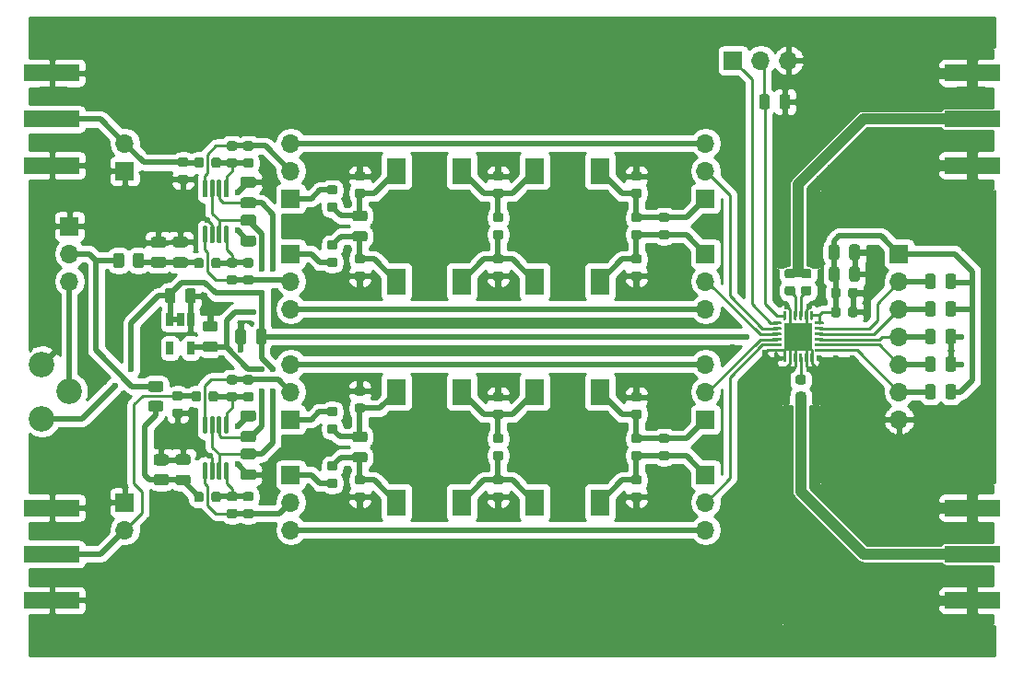
<source format=gbr>
%TF.GenerationSoftware,KiCad,Pcbnew,(5.1.8)-1*%
%TF.CreationDate,2020-12-12T14:46:25+01:00*%
%TF.ProjectId,ltc5599-test-pcb,6c746335-3539-4392-9d74-6573742d7063,rev?*%
%TF.SameCoordinates,Original*%
%TF.FileFunction,Copper,L1,Top*%
%TF.FilePolarity,Positive*%
%FSLAX46Y46*%
G04 Gerber Fmt 4.6, Leading zero omitted, Abs format (unit mm)*
G04 Created by KiCad (PCBNEW (5.1.8)-1) date 2020-12-12 14:46:25*
%MOMM*%
%LPD*%
G01*
G04 APERTURE LIST*
%TA.AperFunction,SMDPad,CuDef*%
%ADD10R,0.650000X1.220000*%
%TD*%
%TA.AperFunction,ComponentPad*%
%ADD11C,2.340000*%
%TD*%
%TA.AperFunction,ComponentPad*%
%ADD12O,1.700000X1.700000*%
%TD*%
%TA.AperFunction,ComponentPad*%
%ADD13R,1.700000X1.700000*%
%TD*%
%TA.AperFunction,SMDPad,CuDef*%
%ADD14R,1.800000X2.400000*%
%TD*%
%TA.AperFunction,SMDPad,CuDef*%
%ADD15R,2.600000X2.600000*%
%TD*%
%TA.AperFunction,SMDPad,CuDef*%
%ADD16R,5.080000X1.500000*%
%TD*%
%TA.AperFunction,ViaPad*%
%ADD17C,0.600000*%
%TD*%
%TA.AperFunction,Conductor*%
%ADD18C,0.500000*%
%TD*%
%TA.AperFunction,Conductor*%
%ADD19C,0.250000*%
%TD*%
%TA.AperFunction,Conductor*%
%ADD20C,0.700000*%
%TD*%
%TA.AperFunction,Conductor*%
%ADD21C,1.000000*%
%TD*%
%TA.AperFunction,Conductor*%
%ADD22C,0.254000*%
%TD*%
%TA.AperFunction,Conductor*%
%ADD23C,0.100000*%
%TD*%
G04 APERTURE END LIST*
%TO.P,C4,2*%
%TO.N,GND*%
%TA.AperFunction,SMDPad,CuDef*%
G36*
G01*
X114581250Y-95990000D02*
X113668750Y-95990000D01*
G75*
G02*
X113425000Y-95746250I0J243750D01*
G01*
X113425000Y-95258750D01*
G75*
G02*
X113668750Y-95015000I243750J0D01*
G01*
X114581250Y-95015000D01*
G75*
G02*
X114825000Y-95258750I0J-243750D01*
G01*
X114825000Y-95746250D01*
G75*
G02*
X114581250Y-95990000I-243750J0D01*
G01*
G37*
%TD.AperFunction*%
%TO.P,C4,1*%
%TO.N,+1.4V*%
%TA.AperFunction,SMDPad,CuDef*%
G36*
G01*
X114581250Y-97865000D02*
X113668750Y-97865000D01*
G75*
G02*
X113425000Y-97621250I0J243750D01*
G01*
X113425000Y-97133750D01*
G75*
G02*
X113668750Y-96890000I243750J0D01*
G01*
X114581250Y-96890000D01*
G75*
G02*
X114825000Y-97133750I0J-243750D01*
G01*
X114825000Y-97621250D01*
G75*
G02*
X114581250Y-97865000I-243750J0D01*
G01*
G37*
%TD.AperFunction*%
%TD*%
D10*
%TO.P,U1,1*%
%TO.N,GND*%
X112325000Y-94880000D03*
%TO.P,U1,2*%
%TO.N,VCC*%
X111375000Y-94880000D03*
%TO.P,U1,3*%
X110425000Y-94880000D03*
%TO.P,U1,4*%
%TO.N,N/C*%
X110425000Y-97500000D03*
%TO.P,U1,5*%
%TO.N,+1.4V*%
X112325000Y-97500000D03*
%TD*%
D11*
%TO.P,RV101,1*%
%TO.N,GND*%
X98665000Y-98980000D03*
%TO.P,RV101,2*%
%TO.N,Net-(J103-Pad3)*%
X101165000Y-101480000D03*
%TO.P,RV101,3*%
%TO.N,VCC*%
X98665000Y-103980000D03*
%TD*%
D12*
%TO.P,J103,3*%
%TO.N,Net-(J103-Pad3)*%
X101205000Y-91360000D03*
%TO.P,J103,2*%
%TO.N,VREF*%
X101205000Y-88820000D03*
D13*
%TO.P,J103,1*%
%TO.N,GND*%
X101205000Y-86280000D03*
%TD*%
%TO.P,R101,1*%
%TO.N,VREF*%
%TA.AperFunction,SMDPad,CuDef*%
G36*
G01*
X105200000Y-89890001D02*
X105200000Y-88989999D01*
G75*
G02*
X105449999Y-88740000I249999J0D01*
G01*
X105975001Y-88740000D01*
G75*
G02*
X106225000Y-88989999I0J-249999D01*
G01*
X106225000Y-89890001D01*
G75*
G02*
X105975001Y-90140000I-249999J0D01*
G01*
X105449999Y-90140000D01*
G75*
G02*
X105200000Y-89890001I0J249999D01*
G01*
G37*
%TD.AperFunction*%
%TO.P,R101,2*%
%TO.N,Net-(C2-Pad1)*%
%TA.AperFunction,SMDPad,CuDef*%
G36*
G01*
X107025000Y-89890001D02*
X107025000Y-88989999D01*
G75*
G02*
X107274999Y-88740000I249999J0D01*
G01*
X107800001Y-88740000D01*
G75*
G02*
X108050000Y-88989999I0J-249999D01*
G01*
X108050000Y-89890001D01*
G75*
G02*
X107800001Y-90140000I-249999J0D01*
G01*
X107274999Y-90140000D01*
G75*
G02*
X107025000Y-89890001I0J249999D01*
G01*
G37*
%TD.AperFunction*%
%TD*%
%TO.P,C1,1*%
%TO.N,VCC*%
%TA.AperFunction,SMDPad,CuDef*%
G36*
G01*
X109950000Y-93146250D02*
X109950000Y-92233750D01*
G75*
G02*
X110193750Y-91990000I243750J0D01*
G01*
X110681250Y-91990000D01*
G75*
G02*
X110925000Y-92233750I0J-243750D01*
G01*
X110925000Y-93146250D01*
G75*
G02*
X110681250Y-93390000I-243750J0D01*
G01*
X110193750Y-93390000D01*
G75*
G02*
X109950000Y-93146250I0J243750D01*
G01*
G37*
%TD.AperFunction*%
%TO.P,C1,2*%
%TO.N,GND*%
%TA.AperFunction,SMDPad,CuDef*%
G36*
G01*
X111825000Y-93146250D02*
X111825000Y-92233750D01*
G75*
G02*
X112068750Y-91990000I243750J0D01*
G01*
X112556250Y-91990000D01*
G75*
G02*
X112800000Y-92233750I0J-243750D01*
G01*
X112800000Y-93146250D01*
G75*
G02*
X112556250Y-93390000I-243750J0D01*
G01*
X112068750Y-93390000D01*
G75*
G02*
X111825000Y-93146250I0J243750D01*
G01*
G37*
%TD.AperFunction*%
%TD*%
%TO.P,J1,1*%
%TO.N,GND*%
X106285000Y-81200000D03*
D12*
%TO.P,J1,2*%
%TO.N,Net-(J1-Pad2)*%
X106285000Y-78660000D03*
%TD*%
%TO.P,R6,1*%
%TO.N,GND*%
%TA.AperFunction,SMDPad,CuDef*%
G36*
G01*
X111381250Y-103915000D02*
X110868750Y-103915000D01*
G75*
G02*
X110650000Y-103696250I0J218750D01*
G01*
X110650000Y-103258750D01*
G75*
G02*
X110868750Y-103040000I218750J0D01*
G01*
X111381250Y-103040000D01*
G75*
G02*
X111600000Y-103258750I0J-218750D01*
G01*
X111600000Y-103696250D01*
G75*
G02*
X111381250Y-103915000I-218750J0D01*
G01*
G37*
%TD.AperFunction*%
%TO.P,R6,2*%
%TO.N,Net-(J3-Pad2)*%
%TA.AperFunction,SMDPad,CuDef*%
G36*
G01*
X111381250Y-102340000D02*
X110868750Y-102340000D01*
G75*
G02*
X110650000Y-102121250I0J218750D01*
G01*
X110650000Y-101683750D01*
G75*
G02*
X110868750Y-101465000I218750J0D01*
G01*
X111381250Y-101465000D01*
G75*
G02*
X111600000Y-101683750I0J-218750D01*
G01*
X111600000Y-102121250D01*
G75*
G02*
X111381250Y-102340000I-218750J0D01*
G01*
G37*
%TD.AperFunction*%
%TD*%
%TO.P,C107,2*%
%TO.N,GND*%
%TA.AperFunction,SMDPad,CuDef*%
G36*
G01*
X118100000Y-104240000D02*
X117150000Y-104240000D01*
G75*
G02*
X116900000Y-103990000I0J250000D01*
G01*
X116900000Y-103490000D01*
G75*
G02*
X117150000Y-103240000I250000J0D01*
G01*
X118100000Y-103240000D01*
G75*
G02*
X118350000Y-103490000I0J-250000D01*
G01*
X118350000Y-103990000D01*
G75*
G02*
X118100000Y-104240000I-250000J0D01*
G01*
G37*
%TD.AperFunction*%
%TO.P,C107,1*%
%TO.N,+1.4V*%
%TA.AperFunction,SMDPad,CuDef*%
G36*
G01*
X118100000Y-106140000D02*
X117150000Y-106140000D01*
G75*
G02*
X116900000Y-105890000I0J250000D01*
G01*
X116900000Y-105390000D01*
G75*
G02*
X117150000Y-105140000I250000J0D01*
G01*
X118100000Y-105140000D01*
G75*
G02*
X118350000Y-105390000I0J-250000D01*
G01*
X118350000Y-105890000D01*
G75*
G02*
X118100000Y-106140000I-250000J0D01*
G01*
G37*
%TD.AperFunction*%
%TD*%
%TO.P,C106,2*%
%TO.N,GND*%
%TA.AperFunction,SMDPad,CuDef*%
G36*
G01*
X118100000Y-82740000D02*
X117150000Y-82740000D01*
G75*
G02*
X116900000Y-82490000I0J250000D01*
G01*
X116900000Y-81990000D01*
G75*
G02*
X117150000Y-81740000I250000J0D01*
G01*
X118100000Y-81740000D01*
G75*
G02*
X118350000Y-81990000I0J-250000D01*
G01*
X118350000Y-82490000D01*
G75*
G02*
X118100000Y-82740000I-250000J0D01*
G01*
G37*
%TD.AperFunction*%
%TO.P,C106,1*%
%TO.N,+1.4V*%
%TA.AperFunction,SMDPad,CuDef*%
G36*
G01*
X118100000Y-84640000D02*
X117150000Y-84640000D01*
G75*
G02*
X116900000Y-84390000I0J250000D01*
G01*
X116900000Y-83890000D01*
G75*
G02*
X117150000Y-83640000I250000J0D01*
G01*
X118100000Y-83640000D01*
G75*
G02*
X118350000Y-83890000I0J-250000D01*
G01*
X118350000Y-84390000D01*
G75*
G02*
X118100000Y-84640000I-250000J0D01*
G01*
G37*
%TD.AperFunction*%
%TD*%
%TO.P,R104,2*%
%TO.N,GND*%
%TA.AperFunction,SMDPad,CuDef*%
G36*
G01*
X110075001Y-108290000D02*
X109174999Y-108290000D01*
G75*
G02*
X108925000Y-108040001I0J249999D01*
G01*
X108925000Y-107514999D01*
G75*
G02*
X109174999Y-107265000I249999J0D01*
G01*
X110075001Y-107265000D01*
G75*
G02*
X110325000Y-107514999I0J-249999D01*
G01*
X110325000Y-108040001D01*
G75*
G02*
X110075001Y-108290000I-249999J0D01*
G01*
G37*
%TD.AperFunction*%
%TO.P,R104,1*%
%TO.N,Net-(C3-Pad1)*%
%TA.AperFunction,SMDPad,CuDef*%
G36*
G01*
X110075001Y-110115000D02*
X109174999Y-110115000D01*
G75*
G02*
X108925000Y-109865001I0J249999D01*
G01*
X108925000Y-109339999D01*
G75*
G02*
X109174999Y-109090000I249999J0D01*
G01*
X110075001Y-109090000D01*
G75*
G02*
X110325000Y-109339999I0J-249999D01*
G01*
X110325000Y-109865001D01*
G75*
G02*
X110075001Y-110115000I-249999J0D01*
G01*
G37*
%TD.AperFunction*%
%TD*%
%TO.P,R103,1*%
%TO.N,VREF*%
%TA.AperFunction,SMDPad,CuDef*%
G36*
G01*
X108674999Y-100515000D02*
X109575001Y-100515000D01*
G75*
G02*
X109825000Y-100764999I0J-249999D01*
G01*
X109825000Y-101290001D01*
G75*
G02*
X109575001Y-101540000I-249999J0D01*
G01*
X108674999Y-101540000D01*
G75*
G02*
X108425000Y-101290001I0J249999D01*
G01*
X108425000Y-100764999D01*
G75*
G02*
X108674999Y-100515000I249999J0D01*
G01*
G37*
%TD.AperFunction*%
%TO.P,R103,2*%
%TO.N,Net-(C3-Pad1)*%
%TA.AperFunction,SMDPad,CuDef*%
G36*
G01*
X108674999Y-102340000D02*
X109575001Y-102340000D01*
G75*
G02*
X109825000Y-102589999I0J-249999D01*
G01*
X109825000Y-103115001D01*
G75*
G02*
X109575001Y-103365000I-249999J0D01*
G01*
X108674999Y-103365000D01*
G75*
G02*
X108425000Y-103115001I0J249999D01*
G01*
X108425000Y-102589999D01*
G75*
G02*
X108674999Y-102340000I249999J0D01*
G01*
G37*
%TD.AperFunction*%
%TD*%
%TO.P,R102,2*%
%TO.N,GND*%
%TA.AperFunction,SMDPad,CuDef*%
G36*
G01*
X109825001Y-88290000D02*
X108924999Y-88290000D01*
G75*
G02*
X108675000Y-88040001I0J249999D01*
G01*
X108675000Y-87514999D01*
G75*
G02*
X108924999Y-87265000I249999J0D01*
G01*
X109825001Y-87265000D01*
G75*
G02*
X110075000Y-87514999I0J-249999D01*
G01*
X110075000Y-88040001D01*
G75*
G02*
X109825001Y-88290000I-249999J0D01*
G01*
G37*
%TD.AperFunction*%
%TO.P,R102,1*%
%TO.N,Net-(C2-Pad1)*%
%TA.AperFunction,SMDPad,CuDef*%
G36*
G01*
X109825001Y-90115000D02*
X108924999Y-90115000D01*
G75*
G02*
X108675000Y-89865001I0J249999D01*
G01*
X108675000Y-89339999D01*
G75*
G02*
X108924999Y-89090000I249999J0D01*
G01*
X109825001Y-89090000D01*
G75*
G02*
X110075000Y-89339999I0J-249999D01*
G01*
X110075000Y-89865001D01*
G75*
G02*
X109825001Y-90115000I-249999J0D01*
G01*
G37*
%TD.AperFunction*%
%TD*%
%TO.P,C103,2*%
%TO.N,GND*%
%TA.AperFunction,SMDPad,CuDef*%
G36*
G01*
X117150000Y-108640000D02*
X118100000Y-108640000D01*
G75*
G02*
X118350000Y-108890000I0J-250000D01*
G01*
X118350000Y-109390000D01*
G75*
G02*
X118100000Y-109640000I-250000J0D01*
G01*
X117150000Y-109640000D01*
G75*
G02*
X116900000Y-109390000I0J250000D01*
G01*
X116900000Y-108890000D01*
G75*
G02*
X117150000Y-108640000I250000J0D01*
G01*
G37*
%TD.AperFunction*%
%TO.P,C103,1*%
%TO.N,VCC*%
%TA.AperFunction,SMDPad,CuDef*%
G36*
G01*
X117150000Y-106740000D02*
X118100000Y-106740000D01*
G75*
G02*
X118350000Y-106990000I0J-250000D01*
G01*
X118350000Y-107490000D01*
G75*
G02*
X118100000Y-107740000I-250000J0D01*
G01*
X117150000Y-107740000D01*
G75*
G02*
X116900000Y-107490000I0J250000D01*
G01*
X116900000Y-106990000D01*
G75*
G02*
X117150000Y-106740000I250000J0D01*
G01*
G37*
%TD.AperFunction*%
%TD*%
%TO.P,C105,2*%
%TO.N,GND*%
%TA.AperFunction,SMDPad,CuDef*%
G36*
G01*
X172825000Y-89165000D02*
X172825000Y-88215000D01*
G75*
G02*
X173075000Y-87965000I250000J0D01*
G01*
X173575000Y-87965000D01*
G75*
G02*
X173825000Y-88215000I0J-250000D01*
G01*
X173825000Y-89165000D01*
G75*
G02*
X173575000Y-89415000I-250000J0D01*
G01*
X173075000Y-89415000D01*
G75*
G02*
X172825000Y-89165000I0J250000D01*
G01*
G37*
%TD.AperFunction*%
%TO.P,C105,1*%
%TO.N,VCC*%
%TA.AperFunction,SMDPad,CuDef*%
G36*
G01*
X170925000Y-89165000D02*
X170925000Y-88215000D01*
G75*
G02*
X171175000Y-87965000I250000J0D01*
G01*
X171675000Y-87965000D01*
G75*
G02*
X171925000Y-88215000I0J-250000D01*
G01*
X171925000Y-89165000D01*
G75*
G02*
X171675000Y-89415000I-250000J0D01*
G01*
X171175000Y-89415000D01*
G75*
G02*
X170925000Y-89165000I0J250000D01*
G01*
G37*
%TD.AperFunction*%
%TD*%
%TO.P,C102,2*%
%TO.N,GND*%
%TA.AperFunction,SMDPad,CuDef*%
G36*
G01*
X117150000Y-87140000D02*
X118100000Y-87140000D01*
G75*
G02*
X118350000Y-87390000I0J-250000D01*
G01*
X118350000Y-87890000D01*
G75*
G02*
X118100000Y-88140000I-250000J0D01*
G01*
X117150000Y-88140000D01*
G75*
G02*
X116900000Y-87890000I0J250000D01*
G01*
X116900000Y-87390000D01*
G75*
G02*
X117150000Y-87140000I250000J0D01*
G01*
G37*
%TD.AperFunction*%
%TO.P,C102,1*%
%TO.N,VCC*%
%TA.AperFunction,SMDPad,CuDef*%
G36*
G01*
X117150000Y-85240000D02*
X118100000Y-85240000D01*
G75*
G02*
X118350000Y-85490000I0J-250000D01*
G01*
X118350000Y-85990000D01*
G75*
G02*
X118100000Y-86240000I-250000J0D01*
G01*
X117150000Y-86240000D01*
G75*
G02*
X116900000Y-85990000I0J250000D01*
G01*
X116900000Y-85490000D01*
G75*
G02*
X117150000Y-85240000I250000J0D01*
G01*
G37*
%TD.AperFunction*%
%TD*%
%TO.P,C101,2*%
%TO.N,GND*%
%TA.AperFunction,SMDPad,CuDef*%
G36*
G01*
X117425000Y-95965000D02*
X117425000Y-96915000D01*
G75*
G02*
X117175000Y-97165000I-250000J0D01*
G01*
X116675000Y-97165000D01*
G75*
G02*
X116425000Y-96915000I0J250000D01*
G01*
X116425000Y-95965000D01*
G75*
G02*
X116675000Y-95715000I250000J0D01*
G01*
X117175000Y-95715000D01*
G75*
G02*
X117425000Y-95965000I0J-250000D01*
G01*
G37*
%TD.AperFunction*%
%TO.P,C101,1*%
%TO.N,VCC*%
%TA.AperFunction,SMDPad,CuDef*%
G36*
G01*
X119325000Y-95965000D02*
X119325000Y-96915000D01*
G75*
G02*
X119075000Y-97165000I-250000J0D01*
G01*
X118575000Y-97165000D01*
G75*
G02*
X118325000Y-96915000I0J250000D01*
G01*
X118325000Y-95965000D01*
G75*
G02*
X118575000Y-95715000I250000J0D01*
G01*
X119075000Y-95715000D01*
G75*
G02*
X119325000Y-95965000I0J-250000D01*
G01*
G37*
%TD.AperFunction*%
%TD*%
%TO.P,J102,3*%
%TO.N,GND*%
X167245000Y-71040000D03*
%TO.P,J102,2*%
%TO.N,TTCK*%
X164705000Y-71040000D03*
D13*
%TO.P,J102,1*%
%TO.N,TEMP*%
X162165000Y-71040000D03*
%TD*%
D12*
%TO.P,J101,7*%
%TO.N,GND*%
X177405000Y-104060000D03*
%TO.P,J101,6*%
%TO.N,CSB*%
X177405000Y-101520000D03*
%TO.P,J101,5*%
%TO.N,SCLK*%
X177405000Y-98980000D03*
%TO.P,J101,4*%
%TO.N,SDI*%
X177405000Y-96440000D03*
%TO.P,J101,3*%
%TO.N,SDO*%
X177405000Y-93900000D03*
%TO.P,J101,2*%
%TO.N,EN*%
X177405000Y-91360000D03*
D13*
%TO.P,J101,1*%
%TO.N,VCC*%
X177405000Y-88820000D03*
%TD*%
%TO.P,J3,1*%
%TO.N,GND*%
X106285000Y-111680000D03*
D12*
%TO.P,J3,2*%
%TO.N,Net-(J3-Pad2)*%
X106285000Y-114220000D03*
%TD*%
D14*
%TO.P,L3,1*%
%TO.N,Net-(C12-Pad1)*%
X131225000Y-111680000D03*
%TO.P,L3,2*%
%TO.N,Net-(C18-Pad2)*%
X137225000Y-111680000D03*
%TD*%
%TO.P,L4,1*%
%TO.N,Net-(C13-Pad2)*%
X131225000Y-101520000D03*
%TO.P,L4,2*%
%TO.N,Net-(C19-Pad2)*%
X137225000Y-101520000D03*
%TD*%
%TO.P,L1,1*%
%TO.N,Net-(C10-Pad1)*%
X131225000Y-91360000D03*
%TO.P,L1,2*%
%TO.N,Net-(C15-Pad2)*%
X137225000Y-91360000D03*
%TD*%
%TO.P,L2,1*%
%TO.N,Net-(C10-Pad2)*%
X131225000Y-81200000D03*
%TO.P,L2,2*%
%TO.N,Net-(C16-Pad2)*%
X137225000Y-81200000D03*
%TD*%
%TO.P,L8,1*%
%TO.N,Net-(C19-Pad2)*%
X143925000Y-101520000D03*
%TO.P,L8,2*%
%TO.N,Net-(C25-Pad2)*%
X149925000Y-101520000D03*
%TD*%
%TO.P,L6,1*%
%TO.N,Net-(C16-Pad2)*%
X143925000Y-81200000D03*
%TO.P,L6,2*%
%TO.N,Net-(C22-Pad2)*%
X149925000Y-81200000D03*
%TD*%
%TO.P,L7,1*%
%TO.N,Net-(C18-Pad2)*%
X143925000Y-111680000D03*
%TO.P,L7,2*%
%TO.N,Net-(C24-Pad2)*%
X149925000Y-111680000D03*
%TD*%
%TO.P,L5,1*%
%TO.N,Net-(C15-Pad2)*%
X143925000Y-91360000D03*
%TO.P,L5,2*%
%TO.N,Net-(C21-Pad2)*%
X149925000Y-91360000D03*
%TD*%
%TO.P,R10,1*%
%TO.N,Net-(C8-Pad2)*%
%TA.AperFunction,SMDPad,CuDef*%
G36*
G01*
X114850000Y-101683750D02*
X114850000Y-102196250D01*
G75*
G02*
X114631250Y-102415000I-218750J0D01*
G01*
X114193750Y-102415000D01*
G75*
G02*
X113975000Y-102196250I0J218750D01*
G01*
X113975000Y-101683750D01*
G75*
G02*
X114193750Y-101465000I218750J0D01*
G01*
X114631250Y-101465000D01*
G75*
G02*
X114850000Y-101683750I0J-218750D01*
G01*
G37*
%TD.AperFunction*%
%TO.P,R10,2*%
%TO.N,Net-(J3-Pad2)*%
%TA.AperFunction,SMDPad,CuDef*%
G36*
G01*
X113275000Y-101683750D02*
X113275000Y-102196250D01*
G75*
G02*
X113056250Y-102415000I-218750J0D01*
G01*
X112618750Y-102415000D01*
G75*
G02*
X112400000Y-102196250I0J218750D01*
G01*
X112400000Y-101683750D01*
G75*
G02*
X112618750Y-101465000I218750J0D01*
G01*
X113056250Y-101465000D01*
G75*
G02*
X113275000Y-101683750I0J-218750D01*
G01*
G37*
%TD.AperFunction*%
%TD*%
%TO.P,R18,2*%
%TO.N,Net-(JP4-Pad1)*%
%TA.AperFunction,SMDPad,CuDef*%
G36*
G01*
X125591250Y-103790000D02*
X125078750Y-103790000D01*
G75*
G02*
X124860000Y-103571250I0J218750D01*
G01*
X124860000Y-103133750D01*
G75*
G02*
X125078750Y-102915000I218750J0D01*
G01*
X125591250Y-102915000D01*
G75*
G02*
X125810000Y-103133750I0J-218750D01*
G01*
X125810000Y-103571250D01*
G75*
G02*
X125591250Y-103790000I-218750J0D01*
G01*
G37*
%TD.AperFunction*%
%TO.P,R18,1*%
%TO.N,Net-(C13-Pad2)*%
%TA.AperFunction,SMDPad,CuDef*%
G36*
G01*
X125591250Y-105365000D02*
X125078750Y-105365000D01*
G75*
G02*
X124860000Y-105146250I0J218750D01*
G01*
X124860000Y-104708750D01*
G75*
G02*
X125078750Y-104490000I218750J0D01*
G01*
X125591250Y-104490000D01*
G75*
G02*
X125810000Y-104708750I0J-218750D01*
G01*
X125810000Y-105146250D01*
G75*
G02*
X125591250Y-105365000I-218750J0D01*
G01*
G37*
%TD.AperFunction*%
%TD*%
%TO.P,C10,2*%
%TO.N,Net-(C10-Pad2)*%
%TA.AperFunction,SMDPad,CuDef*%
G36*
G01*
X128331250Y-85830000D02*
X127418750Y-85830000D01*
G75*
G02*
X127175000Y-85586250I0J243750D01*
G01*
X127175000Y-85098750D01*
G75*
G02*
X127418750Y-84855000I243750J0D01*
G01*
X128331250Y-84855000D01*
G75*
G02*
X128575000Y-85098750I0J-243750D01*
G01*
X128575000Y-85586250D01*
G75*
G02*
X128331250Y-85830000I-243750J0D01*
G01*
G37*
%TD.AperFunction*%
%TO.P,C10,1*%
%TO.N,Net-(C10-Pad1)*%
%TA.AperFunction,SMDPad,CuDef*%
G36*
G01*
X128331250Y-87705000D02*
X127418750Y-87705000D01*
G75*
G02*
X127175000Y-87461250I0J243750D01*
G01*
X127175000Y-86973750D01*
G75*
G02*
X127418750Y-86730000I243750J0D01*
G01*
X128331250Y-86730000D01*
G75*
G02*
X128575000Y-86973750I0J-243750D01*
G01*
X128575000Y-87461250D01*
G75*
G02*
X128331250Y-87705000I-243750J0D01*
G01*
G37*
%TD.AperFunction*%
%TD*%
%TO.P,U4,1*%
%TO.N,VCC*%
%TA.AperFunction,SMDPad,CuDef*%
G36*
G01*
X169312500Y-94090000D02*
X169437500Y-94090000D01*
G75*
G02*
X169500000Y-94152500I0J-62500D01*
G01*
X169500000Y-94852500D01*
G75*
G02*
X169437500Y-94915000I-62500J0D01*
G01*
X169312500Y-94915000D01*
G75*
G02*
X169250000Y-94852500I0J62500D01*
G01*
X169250000Y-94152500D01*
G75*
G02*
X169312500Y-94090000I62500J0D01*
G01*
G37*
%TD.AperFunction*%
%TO.P,U4,2*%
%TO.N,GND*%
%TA.AperFunction,SMDPad,CuDef*%
G36*
G01*
X168812500Y-94090000D02*
X168937500Y-94090000D01*
G75*
G02*
X169000000Y-94152500I0J-62500D01*
G01*
X169000000Y-94852500D01*
G75*
G02*
X168937500Y-94915000I-62500J0D01*
G01*
X168812500Y-94915000D01*
G75*
G02*
X168750000Y-94852500I0J62500D01*
G01*
X168750000Y-94152500D01*
G75*
G02*
X168812500Y-94090000I62500J0D01*
G01*
G37*
%TD.AperFunction*%
%TO.P,U4,3*%
%TO.N,Net-(L9-Pad1)*%
%TA.AperFunction,SMDPad,CuDef*%
G36*
G01*
X168312500Y-94090000D02*
X168437500Y-94090000D01*
G75*
G02*
X168500000Y-94152500I0J-62500D01*
G01*
X168500000Y-94852500D01*
G75*
G02*
X168437500Y-94915000I-62500J0D01*
G01*
X168312500Y-94915000D01*
G75*
G02*
X168250000Y-94852500I0J62500D01*
G01*
X168250000Y-94152500D01*
G75*
G02*
X168312500Y-94090000I62500J0D01*
G01*
G37*
%TD.AperFunction*%
%TO.P,U4,4*%
%TO.N,Net-(C28-Pad1)*%
%TA.AperFunction,SMDPad,CuDef*%
G36*
G01*
X167812500Y-94090000D02*
X167937500Y-94090000D01*
G75*
G02*
X168000000Y-94152500I0J-62500D01*
G01*
X168000000Y-94852500D01*
G75*
G02*
X167937500Y-94915000I-62500J0D01*
G01*
X167812500Y-94915000D01*
G75*
G02*
X167750000Y-94852500I0J62500D01*
G01*
X167750000Y-94152500D01*
G75*
G02*
X167812500Y-94090000I62500J0D01*
G01*
G37*
%TD.AperFunction*%
%TO.P,U4,5*%
%TO.N,GND*%
%TA.AperFunction,SMDPad,CuDef*%
G36*
G01*
X167312500Y-94090000D02*
X167437500Y-94090000D01*
G75*
G02*
X167500000Y-94152500I0J-62500D01*
G01*
X167500000Y-94852500D01*
G75*
G02*
X167437500Y-94915000I-62500J0D01*
G01*
X167312500Y-94915000D01*
G75*
G02*
X167250000Y-94852500I0J62500D01*
G01*
X167250000Y-94152500D01*
G75*
G02*
X167312500Y-94090000I62500J0D01*
G01*
G37*
%TD.AperFunction*%
%TO.P,U4,6*%
%TO.N,TTCK*%
%TA.AperFunction,SMDPad,CuDef*%
G36*
G01*
X166812500Y-94090000D02*
X166937500Y-94090000D01*
G75*
G02*
X167000000Y-94152500I0J-62500D01*
G01*
X167000000Y-94852500D01*
G75*
G02*
X166937500Y-94915000I-62500J0D01*
G01*
X166812500Y-94915000D01*
G75*
G02*
X166750000Y-94852500I0J62500D01*
G01*
X166750000Y-94152500D01*
G75*
G02*
X166812500Y-94090000I62500J0D01*
G01*
G37*
%TD.AperFunction*%
%TO.P,U4,7*%
%TO.N,TEMP*%
%TA.AperFunction,SMDPad,CuDef*%
G36*
G01*
X165837500Y-95065000D02*
X166537500Y-95065000D01*
G75*
G02*
X166600000Y-95127500I0J-62500D01*
G01*
X166600000Y-95252500D01*
G75*
G02*
X166537500Y-95315000I-62500J0D01*
G01*
X165837500Y-95315000D01*
G75*
G02*
X165775000Y-95252500I0J62500D01*
G01*
X165775000Y-95127500D01*
G75*
G02*
X165837500Y-95065000I62500J0D01*
G01*
G37*
%TD.AperFunction*%
%TO.P,U4,8*%
%TO.N,IP*%
%TA.AperFunction,SMDPad,CuDef*%
G36*
G01*
X165837500Y-95565000D02*
X166537500Y-95565000D01*
G75*
G02*
X166600000Y-95627500I0J-62500D01*
G01*
X166600000Y-95752500D01*
G75*
G02*
X166537500Y-95815000I-62500J0D01*
G01*
X165837500Y-95815000D01*
G75*
G02*
X165775000Y-95752500I0J62500D01*
G01*
X165775000Y-95627500D01*
G75*
G02*
X165837500Y-95565000I62500J0D01*
G01*
G37*
%TD.AperFunction*%
%TO.P,U4,9*%
%TO.N,IM*%
%TA.AperFunction,SMDPad,CuDef*%
G36*
G01*
X165837500Y-96065000D02*
X166537500Y-96065000D01*
G75*
G02*
X166600000Y-96127500I0J-62500D01*
G01*
X166600000Y-96252500D01*
G75*
G02*
X166537500Y-96315000I-62500J0D01*
G01*
X165837500Y-96315000D01*
G75*
G02*
X165775000Y-96252500I0J62500D01*
G01*
X165775000Y-96127500D01*
G75*
G02*
X165837500Y-96065000I62500J0D01*
G01*
G37*
%TD.AperFunction*%
%TO.P,U4,10*%
%TO.N,QP*%
%TA.AperFunction,SMDPad,CuDef*%
G36*
G01*
X165837500Y-96565000D02*
X166537500Y-96565000D01*
G75*
G02*
X166600000Y-96627500I0J-62500D01*
G01*
X166600000Y-96752500D01*
G75*
G02*
X166537500Y-96815000I-62500J0D01*
G01*
X165837500Y-96815000D01*
G75*
G02*
X165775000Y-96752500I0J62500D01*
G01*
X165775000Y-96627500D01*
G75*
G02*
X165837500Y-96565000I62500J0D01*
G01*
G37*
%TD.AperFunction*%
%TO.P,U4,11*%
%TO.N,QM*%
%TA.AperFunction,SMDPad,CuDef*%
G36*
G01*
X165837500Y-97065000D02*
X166537500Y-97065000D01*
G75*
G02*
X166600000Y-97127500I0J-62500D01*
G01*
X166600000Y-97252500D01*
G75*
G02*
X166537500Y-97315000I-62500J0D01*
G01*
X165837500Y-97315000D01*
G75*
G02*
X165775000Y-97252500I0J62500D01*
G01*
X165775000Y-97127500D01*
G75*
G02*
X165837500Y-97065000I62500J0D01*
G01*
G37*
%TD.AperFunction*%
%TO.P,U4,12*%
%TO.N,GND*%
%TA.AperFunction,SMDPad,CuDef*%
G36*
G01*
X165837500Y-97565000D02*
X166537500Y-97565000D01*
G75*
G02*
X166600000Y-97627500I0J-62500D01*
G01*
X166600000Y-97752500D01*
G75*
G02*
X166537500Y-97815000I-62500J0D01*
G01*
X165837500Y-97815000D01*
G75*
G02*
X165775000Y-97752500I0J62500D01*
G01*
X165775000Y-97627500D01*
G75*
G02*
X165837500Y-97565000I62500J0D01*
G01*
G37*
%TD.AperFunction*%
%TO.P,U4,13*%
%TA.AperFunction,SMDPad,CuDef*%
G36*
G01*
X166812500Y-97965000D02*
X166937500Y-97965000D01*
G75*
G02*
X167000000Y-98027500I0J-62500D01*
G01*
X167000000Y-98727500D01*
G75*
G02*
X166937500Y-98790000I-62500J0D01*
G01*
X166812500Y-98790000D01*
G75*
G02*
X166750000Y-98727500I0J62500D01*
G01*
X166750000Y-98027500D01*
G75*
G02*
X166812500Y-97965000I62500J0D01*
G01*
G37*
%TD.AperFunction*%
%TO.P,U4,14*%
%TA.AperFunction,SMDPad,CuDef*%
G36*
G01*
X167312500Y-97965000D02*
X167437500Y-97965000D01*
G75*
G02*
X167500000Y-98027500I0J-62500D01*
G01*
X167500000Y-98727500D01*
G75*
G02*
X167437500Y-98790000I-62500J0D01*
G01*
X167312500Y-98790000D01*
G75*
G02*
X167250000Y-98727500I0J62500D01*
G01*
X167250000Y-98027500D01*
G75*
G02*
X167312500Y-97965000I62500J0D01*
G01*
G37*
%TD.AperFunction*%
%TO.P,U4,15*%
%TA.AperFunction,SMDPad,CuDef*%
G36*
G01*
X167812500Y-97965000D02*
X167937500Y-97965000D01*
G75*
G02*
X168000000Y-98027500I0J-62500D01*
G01*
X168000000Y-98727500D01*
G75*
G02*
X167937500Y-98790000I-62500J0D01*
G01*
X167812500Y-98790000D01*
G75*
G02*
X167750000Y-98727500I0J62500D01*
G01*
X167750000Y-98027500D01*
G75*
G02*
X167812500Y-97965000I62500J0D01*
G01*
G37*
%TD.AperFunction*%
%TO.P,U4,16*%
%TO.N,Net-(C30-Pad2)*%
%TA.AperFunction,SMDPad,CuDef*%
G36*
G01*
X168312500Y-97965000D02*
X168437500Y-97965000D01*
G75*
G02*
X168500000Y-98027500I0J-62500D01*
G01*
X168500000Y-98727500D01*
G75*
G02*
X168437500Y-98790000I-62500J0D01*
G01*
X168312500Y-98790000D01*
G75*
G02*
X168250000Y-98727500I0J62500D01*
G01*
X168250000Y-98027500D01*
G75*
G02*
X168312500Y-97965000I62500J0D01*
G01*
G37*
%TD.AperFunction*%
%TO.P,U4,17*%
%TO.N,GND*%
%TA.AperFunction,SMDPad,CuDef*%
G36*
G01*
X168812500Y-97965000D02*
X168937500Y-97965000D01*
G75*
G02*
X169000000Y-98027500I0J-62500D01*
G01*
X169000000Y-98727500D01*
G75*
G02*
X168937500Y-98790000I-62500J0D01*
G01*
X168812500Y-98790000D01*
G75*
G02*
X168750000Y-98727500I0J62500D01*
G01*
X168750000Y-98027500D01*
G75*
G02*
X168812500Y-97965000I62500J0D01*
G01*
G37*
%TD.AperFunction*%
%TO.P,U4,18*%
%TA.AperFunction,SMDPad,CuDef*%
G36*
G01*
X169312500Y-97965000D02*
X169437500Y-97965000D01*
G75*
G02*
X169500000Y-98027500I0J-62500D01*
G01*
X169500000Y-98727500D01*
G75*
G02*
X169437500Y-98790000I-62500J0D01*
G01*
X169312500Y-98790000D01*
G75*
G02*
X169250000Y-98727500I0J62500D01*
G01*
X169250000Y-98027500D01*
G75*
G02*
X169312500Y-97965000I62500J0D01*
G01*
G37*
%TD.AperFunction*%
%TO.P,U4,19*%
%TO.N,CSB*%
%TA.AperFunction,SMDPad,CuDef*%
G36*
G01*
X169712500Y-97565000D02*
X170412500Y-97565000D01*
G75*
G02*
X170475000Y-97627500I0J-62500D01*
G01*
X170475000Y-97752500D01*
G75*
G02*
X170412500Y-97815000I-62500J0D01*
G01*
X169712500Y-97815000D01*
G75*
G02*
X169650000Y-97752500I0J62500D01*
G01*
X169650000Y-97627500D01*
G75*
G02*
X169712500Y-97565000I62500J0D01*
G01*
G37*
%TD.AperFunction*%
%TO.P,U4,20*%
%TO.N,SCLK*%
%TA.AperFunction,SMDPad,CuDef*%
G36*
G01*
X169712500Y-97065000D02*
X170412500Y-97065000D01*
G75*
G02*
X170475000Y-97127500I0J-62500D01*
G01*
X170475000Y-97252500D01*
G75*
G02*
X170412500Y-97315000I-62500J0D01*
G01*
X169712500Y-97315000D01*
G75*
G02*
X169650000Y-97252500I0J62500D01*
G01*
X169650000Y-97127500D01*
G75*
G02*
X169712500Y-97065000I62500J0D01*
G01*
G37*
%TD.AperFunction*%
%TO.P,U4,21*%
%TO.N,SDI*%
%TA.AperFunction,SMDPad,CuDef*%
G36*
G01*
X169712500Y-96565000D02*
X170412500Y-96565000D01*
G75*
G02*
X170475000Y-96627500I0J-62500D01*
G01*
X170475000Y-96752500D01*
G75*
G02*
X170412500Y-96815000I-62500J0D01*
G01*
X169712500Y-96815000D01*
G75*
G02*
X169650000Y-96752500I0J62500D01*
G01*
X169650000Y-96627500D01*
G75*
G02*
X169712500Y-96565000I62500J0D01*
G01*
G37*
%TD.AperFunction*%
%TO.P,U4,22*%
%TO.N,SDO*%
%TA.AperFunction,SMDPad,CuDef*%
G36*
G01*
X169712500Y-96065000D02*
X170412500Y-96065000D01*
G75*
G02*
X170475000Y-96127500I0J-62500D01*
G01*
X170475000Y-96252500D01*
G75*
G02*
X170412500Y-96315000I-62500J0D01*
G01*
X169712500Y-96315000D01*
G75*
G02*
X169650000Y-96252500I0J62500D01*
G01*
X169650000Y-96127500D01*
G75*
G02*
X169712500Y-96065000I62500J0D01*
G01*
G37*
%TD.AperFunction*%
%TO.P,U4,23*%
%TO.N,EN*%
%TA.AperFunction,SMDPad,CuDef*%
G36*
G01*
X169712500Y-95565000D02*
X170412500Y-95565000D01*
G75*
G02*
X170475000Y-95627500I0J-62500D01*
G01*
X170475000Y-95752500D01*
G75*
G02*
X170412500Y-95815000I-62500J0D01*
G01*
X169712500Y-95815000D01*
G75*
G02*
X169650000Y-95752500I0J62500D01*
G01*
X169650000Y-95627500D01*
G75*
G02*
X169712500Y-95565000I62500J0D01*
G01*
G37*
%TD.AperFunction*%
%TO.P,U4,24*%
%TO.N,VCC*%
%TA.AperFunction,SMDPad,CuDef*%
G36*
G01*
X169712500Y-95065000D02*
X170412500Y-95065000D01*
G75*
G02*
X170475000Y-95127500I0J-62500D01*
G01*
X170475000Y-95252500D01*
G75*
G02*
X170412500Y-95315000I-62500J0D01*
G01*
X169712500Y-95315000D01*
G75*
G02*
X169650000Y-95252500I0J62500D01*
G01*
X169650000Y-95127500D01*
G75*
G02*
X169712500Y-95065000I62500J0D01*
G01*
G37*
%TD.AperFunction*%
D15*
%TO.P,U4,25*%
%TO.N,GND*%
X168125000Y-96440000D03*
%TD*%
%TO.P,U3,8*%
%TO.N,Net-(C7-Pad2)*%
%TA.AperFunction,SMDPad,CuDef*%
G36*
G01*
X115500000Y-107990000D02*
X115700000Y-107990000D01*
G75*
G02*
X115800000Y-108090000I0J-100000D01*
G01*
X115800000Y-109515000D01*
G75*
G02*
X115700000Y-109615000I-100000J0D01*
G01*
X115500000Y-109615000D01*
G75*
G02*
X115400000Y-109515000I0J100000D01*
G01*
X115400000Y-108090000D01*
G75*
G02*
X115500000Y-107990000I100000J0D01*
G01*
G37*
%TD.AperFunction*%
%TO.P,U3,7*%
%TO.N,VCC*%
%TA.AperFunction,SMDPad,CuDef*%
G36*
G01*
X114850000Y-107990000D02*
X115050000Y-107990000D01*
G75*
G02*
X115150000Y-108090000I0J-100000D01*
G01*
X115150000Y-109515000D01*
G75*
G02*
X115050000Y-109615000I-100000J0D01*
G01*
X114850000Y-109615000D01*
G75*
G02*
X114750000Y-109515000I0J100000D01*
G01*
X114750000Y-108090000D01*
G75*
G02*
X114850000Y-107990000I100000J0D01*
G01*
G37*
%TD.AperFunction*%
%TO.P,U3,6*%
%TO.N,GND*%
%TA.AperFunction,SMDPad,CuDef*%
G36*
G01*
X114200000Y-107990000D02*
X114400000Y-107990000D01*
G75*
G02*
X114500000Y-108090000I0J-100000D01*
G01*
X114500000Y-109515000D01*
G75*
G02*
X114400000Y-109615000I-100000J0D01*
G01*
X114200000Y-109615000D01*
G75*
G02*
X114100000Y-109515000I0J100000D01*
G01*
X114100000Y-108090000D01*
G75*
G02*
X114200000Y-107990000I100000J0D01*
G01*
G37*
%TD.AperFunction*%
%TO.P,U3,5*%
%TO.N,Net-(C7-Pad1)*%
%TA.AperFunction,SMDPad,CuDef*%
G36*
G01*
X113550000Y-107990000D02*
X113750000Y-107990000D01*
G75*
G02*
X113850000Y-108090000I0J-100000D01*
G01*
X113850000Y-109515000D01*
G75*
G02*
X113750000Y-109615000I-100000J0D01*
G01*
X113550000Y-109615000D01*
G75*
G02*
X113450000Y-109515000I0J100000D01*
G01*
X113450000Y-108090000D01*
G75*
G02*
X113550000Y-107990000I100000J0D01*
G01*
G37*
%TD.AperFunction*%
%TO.P,U3,4*%
%TO.N,Net-(C8-Pad1)*%
%TA.AperFunction,SMDPad,CuDef*%
G36*
G01*
X113550000Y-103765000D02*
X113750000Y-103765000D01*
G75*
G02*
X113850000Y-103865000I0J-100000D01*
G01*
X113850000Y-105290000D01*
G75*
G02*
X113750000Y-105390000I-100000J0D01*
G01*
X113550000Y-105390000D01*
G75*
G02*
X113450000Y-105290000I0J100000D01*
G01*
X113450000Y-103865000D01*
G75*
G02*
X113550000Y-103765000I100000J0D01*
G01*
G37*
%TD.AperFunction*%
%TO.P,U3,3*%
%TO.N,VCC*%
%TA.AperFunction,SMDPad,CuDef*%
G36*
G01*
X114200000Y-103765000D02*
X114400000Y-103765000D01*
G75*
G02*
X114500000Y-103865000I0J-100000D01*
G01*
X114500000Y-105290000D01*
G75*
G02*
X114400000Y-105390000I-100000J0D01*
G01*
X114200000Y-105390000D01*
G75*
G02*
X114100000Y-105290000I0J100000D01*
G01*
X114100000Y-103865000D01*
G75*
G02*
X114200000Y-103765000I100000J0D01*
G01*
G37*
%TD.AperFunction*%
%TO.P,U3,2*%
%TO.N,+1.4V*%
%TA.AperFunction,SMDPad,CuDef*%
G36*
G01*
X114850000Y-103765000D02*
X115050000Y-103765000D01*
G75*
G02*
X115150000Y-103865000I0J-100000D01*
G01*
X115150000Y-105290000D01*
G75*
G02*
X115050000Y-105390000I-100000J0D01*
G01*
X114850000Y-105390000D01*
G75*
G02*
X114750000Y-105290000I0J100000D01*
G01*
X114750000Y-103865000D01*
G75*
G02*
X114850000Y-103765000I100000J0D01*
G01*
G37*
%TD.AperFunction*%
%TO.P,U3,1*%
%TO.N,Net-(C8-Pad2)*%
%TA.AperFunction,SMDPad,CuDef*%
G36*
G01*
X115500000Y-103765000D02*
X115700000Y-103765000D01*
G75*
G02*
X115800000Y-103865000I0J-100000D01*
G01*
X115800000Y-105290000D01*
G75*
G02*
X115700000Y-105390000I-100000J0D01*
G01*
X115500000Y-105390000D01*
G75*
G02*
X115400000Y-105290000I0J100000D01*
G01*
X115400000Y-103865000D01*
G75*
G02*
X115500000Y-103765000I100000J0D01*
G01*
G37*
%TD.AperFunction*%
%TD*%
%TO.P,U2,8*%
%TO.N,Net-(C5-Pad2)*%
%TA.AperFunction,SMDPad,CuDef*%
G36*
G01*
X115500000Y-86240000D02*
X115700000Y-86240000D01*
G75*
G02*
X115800000Y-86340000I0J-100000D01*
G01*
X115800000Y-87765000D01*
G75*
G02*
X115700000Y-87865000I-100000J0D01*
G01*
X115500000Y-87865000D01*
G75*
G02*
X115400000Y-87765000I0J100000D01*
G01*
X115400000Y-86340000D01*
G75*
G02*
X115500000Y-86240000I100000J0D01*
G01*
G37*
%TD.AperFunction*%
%TO.P,U2,7*%
%TO.N,VCC*%
%TA.AperFunction,SMDPad,CuDef*%
G36*
G01*
X114850000Y-86240000D02*
X115050000Y-86240000D01*
G75*
G02*
X115150000Y-86340000I0J-100000D01*
G01*
X115150000Y-87765000D01*
G75*
G02*
X115050000Y-87865000I-100000J0D01*
G01*
X114850000Y-87865000D01*
G75*
G02*
X114750000Y-87765000I0J100000D01*
G01*
X114750000Y-86340000D01*
G75*
G02*
X114850000Y-86240000I100000J0D01*
G01*
G37*
%TD.AperFunction*%
%TO.P,U2,6*%
%TO.N,GND*%
%TA.AperFunction,SMDPad,CuDef*%
G36*
G01*
X114200000Y-86240000D02*
X114400000Y-86240000D01*
G75*
G02*
X114500000Y-86340000I0J-100000D01*
G01*
X114500000Y-87765000D01*
G75*
G02*
X114400000Y-87865000I-100000J0D01*
G01*
X114200000Y-87865000D01*
G75*
G02*
X114100000Y-87765000I0J100000D01*
G01*
X114100000Y-86340000D01*
G75*
G02*
X114200000Y-86240000I100000J0D01*
G01*
G37*
%TD.AperFunction*%
%TO.P,U2,5*%
%TO.N,Net-(C5-Pad1)*%
%TA.AperFunction,SMDPad,CuDef*%
G36*
G01*
X113550000Y-86240000D02*
X113750000Y-86240000D01*
G75*
G02*
X113850000Y-86340000I0J-100000D01*
G01*
X113850000Y-87765000D01*
G75*
G02*
X113750000Y-87865000I-100000J0D01*
G01*
X113550000Y-87865000D01*
G75*
G02*
X113450000Y-87765000I0J100000D01*
G01*
X113450000Y-86340000D01*
G75*
G02*
X113550000Y-86240000I100000J0D01*
G01*
G37*
%TD.AperFunction*%
%TO.P,U2,4*%
%TO.N,Net-(C6-Pad1)*%
%TA.AperFunction,SMDPad,CuDef*%
G36*
G01*
X113550000Y-82015000D02*
X113750000Y-82015000D01*
G75*
G02*
X113850000Y-82115000I0J-100000D01*
G01*
X113850000Y-83540000D01*
G75*
G02*
X113750000Y-83640000I-100000J0D01*
G01*
X113550000Y-83640000D01*
G75*
G02*
X113450000Y-83540000I0J100000D01*
G01*
X113450000Y-82115000D01*
G75*
G02*
X113550000Y-82015000I100000J0D01*
G01*
G37*
%TD.AperFunction*%
%TO.P,U2,3*%
%TO.N,VCC*%
%TA.AperFunction,SMDPad,CuDef*%
G36*
G01*
X114200000Y-82015000D02*
X114400000Y-82015000D01*
G75*
G02*
X114500000Y-82115000I0J-100000D01*
G01*
X114500000Y-83540000D01*
G75*
G02*
X114400000Y-83640000I-100000J0D01*
G01*
X114200000Y-83640000D01*
G75*
G02*
X114100000Y-83540000I0J100000D01*
G01*
X114100000Y-82115000D01*
G75*
G02*
X114200000Y-82015000I100000J0D01*
G01*
G37*
%TD.AperFunction*%
%TO.P,U2,2*%
%TO.N,+1.4V*%
%TA.AperFunction,SMDPad,CuDef*%
G36*
G01*
X114850000Y-82015000D02*
X115050000Y-82015000D01*
G75*
G02*
X115150000Y-82115000I0J-100000D01*
G01*
X115150000Y-83540000D01*
G75*
G02*
X115050000Y-83640000I-100000J0D01*
G01*
X114850000Y-83640000D01*
G75*
G02*
X114750000Y-83540000I0J100000D01*
G01*
X114750000Y-82115000D01*
G75*
G02*
X114850000Y-82015000I100000J0D01*
G01*
G37*
%TD.AperFunction*%
%TO.P,U2,1*%
%TO.N,Net-(C6-Pad2)*%
%TA.AperFunction,SMDPad,CuDef*%
G36*
G01*
X115500000Y-82015000D02*
X115700000Y-82015000D01*
G75*
G02*
X115800000Y-82115000I0J-100000D01*
G01*
X115800000Y-83540000D01*
G75*
G02*
X115700000Y-83640000I-100000J0D01*
G01*
X115500000Y-83640000D01*
G75*
G02*
X115400000Y-83540000I0J100000D01*
G01*
X115400000Y-82115000D01*
G75*
G02*
X115500000Y-82015000I100000J0D01*
G01*
G37*
%TD.AperFunction*%
%TD*%
%TO.P,R26,1*%
%TO.N,TTCK*%
%TA.AperFunction,SMDPad,CuDef*%
G36*
G01*
X164550000Y-75306250D02*
X164550000Y-74393750D01*
G75*
G02*
X164793750Y-74150000I243750J0D01*
G01*
X165281250Y-74150000D01*
G75*
G02*
X165525000Y-74393750I0J-243750D01*
G01*
X165525000Y-75306250D01*
G75*
G02*
X165281250Y-75550000I-243750J0D01*
G01*
X164793750Y-75550000D01*
G75*
G02*
X164550000Y-75306250I0J243750D01*
G01*
G37*
%TD.AperFunction*%
%TO.P,R26,2*%
%TO.N,GND*%
%TA.AperFunction,SMDPad,CuDef*%
G36*
G01*
X166425000Y-75306250D02*
X166425000Y-74393750D01*
G75*
G02*
X166668750Y-74150000I243750J0D01*
G01*
X167156250Y-74150000D01*
G75*
G02*
X167400000Y-74393750I0J-243750D01*
G01*
X167400000Y-75306250D01*
G75*
G02*
X167156250Y-75550000I-243750J0D01*
G01*
X166668750Y-75550000D01*
G75*
G02*
X166425000Y-75306250I0J243750D01*
G01*
G37*
%TD.AperFunction*%
%TD*%
%TO.P,R25,2*%
%TO.N,CSB*%
%TA.AperFunction,SMDPad,CuDef*%
G36*
G01*
X180765000Y-101063750D02*
X180765000Y-101976250D01*
G75*
G02*
X180521250Y-102220000I-243750J0D01*
G01*
X180033750Y-102220000D01*
G75*
G02*
X179790000Y-101976250I0J243750D01*
G01*
X179790000Y-101063750D01*
G75*
G02*
X180033750Y-100820000I243750J0D01*
G01*
X180521250Y-100820000D01*
G75*
G02*
X180765000Y-101063750I0J-243750D01*
G01*
G37*
%TD.AperFunction*%
%TO.P,R25,1*%
%TO.N,VCC*%
%TA.AperFunction,SMDPad,CuDef*%
G36*
G01*
X182640000Y-101063750D02*
X182640000Y-101976250D01*
G75*
G02*
X182396250Y-102220000I-243750J0D01*
G01*
X181908750Y-102220000D01*
G75*
G02*
X181665000Y-101976250I0J243750D01*
G01*
X181665000Y-101063750D01*
G75*
G02*
X181908750Y-100820000I243750J0D01*
G01*
X182396250Y-100820000D01*
G75*
G02*
X182640000Y-101063750I0J-243750D01*
G01*
G37*
%TD.AperFunction*%
%TD*%
%TO.P,R24,2*%
%TO.N,GND*%
%TA.AperFunction,SMDPad,CuDef*%
G36*
G01*
X181665000Y-99436250D02*
X181665000Y-98523750D01*
G75*
G02*
X181908750Y-98280000I243750J0D01*
G01*
X182396250Y-98280000D01*
G75*
G02*
X182640000Y-98523750I0J-243750D01*
G01*
X182640000Y-99436250D01*
G75*
G02*
X182396250Y-99680000I-243750J0D01*
G01*
X181908750Y-99680000D01*
G75*
G02*
X181665000Y-99436250I0J243750D01*
G01*
G37*
%TD.AperFunction*%
%TO.P,R24,1*%
%TO.N,SCLK*%
%TA.AperFunction,SMDPad,CuDef*%
G36*
G01*
X179790000Y-99436250D02*
X179790000Y-98523750D01*
G75*
G02*
X180033750Y-98280000I243750J0D01*
G01*
X180521250Y-98280000D01*
G75*
G02*
X180765000Y-98523750I0J-243750D01*
G01*
X180765000Y-99436250D01*
G75*
G02*
X180521250Y-99680000I-243750J0D01*
G01*
X180033750Y-99680000D01*
G75*
G02*
X179790000Y-99436250I0J243750D01*
G01*
G37*
%TD.AperFunction*%
%TD*%
%TO.P,R23,2*%
%TO.N,SDO*%
%TA.AperFunction,SMDPad,CuDef*%
G36*
G01*
X180765000Y-93443750D02*
X180765000Y-94356250D01*
G75*
G02*
X180521250Y-94600000I-243750J0D01*
G01*
X180033750Y-94600000D01*
G75*
G02*
X179790000Y-94356250I0J243750D01*
G01*
X179790000Y-93443750D01*
G75*
G02*
X180033750Y-93200000I243750J0D01*
G01*
X180521250Y-93200000D01*
G75*
G02*
X180765000Y-93443750I0J-243750D01*
G01*
G37*
%TD.AperFunction*%
%TO.P,R23,1*%
%TO.N,VCC*%
%TA.AperFunction,SMDPad,CuDef*%
G36*
G01*
X182640000Y-93443750D02*
X182640000Y-94356250D01*
G75*
G02*
X182396250Y-94600000I-243750J0D01*
G01*
X181908750Y-94600000D01*
G75*
G02*
X181665000Y-94356250I0J243750D01*
G01*
X181665000Y-93443750D01*
G75*
G02*
X181908750Y-93200000I243750J0D01*
G01*
X182396250Y-93200000D01*
G75*
G02*
X182640000Y-93443750I0J-243750D01*
G01*
G37*
%TD.AperFunction*%
%TD*%
%TO.P,R22,2*%
%TO.N,GND*%
%TA.AperFunction,SMDPad,CuDef*%
G36*
G01*
X181665000Y-96896250D02*
X181665000Y-95983750D01*
G75*
G02*
X181908750Y-95740000I243750J0D01*
G01*
X182396250Y-95740000D01*
G75*
G02*
X182640000Y-95983750I0J-243750D01*
G01*
X182640000Y-96896250D01*
G75*
G02*
X182396250Y-97140000I-243750J0D01*
G01*
X181908750Y-97140000D01*
G75*
G02*
X181665000Y-96896250I0J243750D01*
G01*
G37*
%TD.AperFunction*%
%TO.P,R22,1*%
%TO.N,SDI*%
%TA.AperFunction,SMDPad,CuDef*%
G36*
G01*
X179790000Y-96896250D02*
X179790000Y-95983750D01*
G75*
G02*
X180033750Y-95740000I243750J0D01*
G01*
X180521250Y-95740000D01*
G75*
G02*
X180765000Y-95983750I0J-243750D01*
G01*
X180765000Y-96896250D01*
G75*
G02*
X180521250Y-97140000I-243750J0D01*
G01*
X180033750Y-97140000D01*
G75*
G02*
X179790000Y-96896250I0J243750D01*
G01*
G37*
%TD.AperFunction*%
%TD*%
%TO.P,R21,2*%
%TO.N,EN*%
%TA.AperFunction,SMDPad,CuDef*%
G36*
G01*
X180765000Y-90903750D02*
X180765000Y-91816250D01*
G75*
G02*
X180521250Y-92060000I-243750J0D01*
G01*
X180033750Y-92060000D01*
G75*
G02*
X179790000Y-91816250I0J243750D01*
G01*
X179790000Y-90903750D01*
G75*
G02*
X180033750Y-90660000I243750J0D01*
G01*
X180521250Y-90660000D01*
G75*
G02*
X180765000Y-90903750I0J-243750D01*
G01*
G37*
%TD.AperFunction*%
%TO.P,R21,1*%
%TO.N,VCC*%
%TA.AperFunction,SMDPad,CuDef*%
G36*
G01*
X182640000Y-90903750D02*
X182640000Y-91816250D01*
G75*
G02*
X182396250Y-92060000I-243750J0D01*
G01*
X181908750Y-92060000D01*
G75*
G02*
X181665000Y-91816250I0J243750D01*
G01*
X181665000Y-90903750D01*
G75*
G02*
X181908750Y-90660000I243750J0D01*
G01*
X182396250Y-90660000D01*
G75*
G02*
X182640000Y-90903750I0J-243750D01*
G01*
G37*
%TD.AperFunction*%
%TD*%
%TO.P,R20,2*%
%TO.N,Net-(C25-Pad2)*%
%TA.AperFunction,SMDPad,CuDef*%
G36*
G01*
X156071250Y-106250000D02*
X155558750Y-106250000D01*
G75*
G02*
X155340000Y-106031250I0J218750D01*
G01*
X155340000Y-105593750D01*
G75*
G02*
X155558750Y-105375000I218750J0D01*
G01*
X156071250Y-105375000D01*
G75*
G02*
X156290000Y-105593750I0J-218750D01*
G01*
X156290000Y-106031250D01*
G75*
G02*
X156071250Y-106250000I-218750J0D01*
G01*
G37*
%TD.AperFunction*%
%TO.P,R20,1*%
%TO.N,Net-(C24-Pad2)*%
%TA.AperFunction,SMDPad,CuDef*%
G36*
G01*
X156071250Y-107825000D02*
X155558750Y-107825000D01*
G75*
G02*
X155340000Y-107606250I0J218750D01*
G01*
X155340000Y-107168750D01*
G75*
G02*
X155558750Y-106950000I218750J0D01*
G01*
X156071250Y-106950000D01*
G75*
G02*
X156290000Y-107168750I0J-218750D01*
G01*
X156290000Y-107606250D01*
G75*
G02*
X156071250Y-107825000I-218750J0D01*
G01*
G37*
%TD.AperFunction*%
%TD*%
%TO.P,R19,2*%
%TO.N,Net-(C22-Pad2)*%
%TA.AperFunction,SMDPad,CuDef*%
G36*
G01*
X156071250Y-85930000D02*
X155558750Y-85930000D01*
G75*
G02*
X155340000Y-85711250I0J218750D01*
G01*
X155340000Y-85273750D01*
G75*
G02*
X155558750Y-85055000I218750J0D01*
G01*
X156071250Y-85055000D01*
G75*
G02*
X156290000Y-85273750I0J-218750D01*
G01*
X156290000Y-85711250D01*
G75*
G02*
X156071250Y-85930000I-218750J0D01*
G01*
G37*
%TD.AperFunction*%
%TO.P,R19,1*%
%TO.N,Net-(C21-Pad2)*%
%TA.AperFunction,SMDPad,CuDef*%
G36*
G01*
X156071250Y-87505000D02*
X155558750Y-87505000D01*
G75*
G02*
X155340000Y-87286250I0J218750D01*
G01*
X155340000Y-86848750D01*
G75*
G02*
X155558750Y-86630000I218750J0D01*
G01*
X156071250Y-86630000D01*
G75*
G02*
X156290000Y-86848750I0J-218750D01*
G01*
X156290000Y-87286250D01*
G75*
G02*
X156071250Y-87505000I-218750J0D01*
G01*
G37*
%TD.AperFunction*%
%TD*%
%TO.P,R17,2*%
%TO.N,Net-(JP3-Pad1)*%
%TA.AperFunction,SMDPad,CuDef*%
G36*
G01*
X125078750Y-109490000D02*
X125591250Y-109490000D01*
G75*
G02*
X125810000Y-109708750I0J-218750D01*
G01*
X125810000Y-110146250D01*
G75*
G02*
X125591250Y-110365000I-218750J0D01*
G01*
X125078750Y-110365000D01*
G75*
G02*
X124860000Y-110146250I0J218750D01*
G01*
X124860000Y-109708750D01*
G75*
G02*
X125078750Y-109490000I218750J0D01*
G01*
G37*
%TD.AperFunction*%
%TO.P,R17,1*%
%TO.N,Net-(C12-Pad1)*%
%TA.AperFunction,SMDPad,CuDef*%
G36*
G01*
X125078750Y-107915000D02*
X125591250Y-107915000D01*
G75*
G02*
X125810000Y-108133750I0J-218750D01*
G01*
X125810000Y-108571250D01*
G75*
G02*
X125591250Y-108790000I-218750J0D01*
G01*
X125078750Y-108790000D01*
G75*
G02*
X124860000Y-108571250I0J218750D01*
G01*
X124860000Y-108133750D01*
G75*
G02*
X125078750Y-107915000I218750J0D01*
G01*
G37*
%TD.AperFunction*%
%TD*%
%TO.P,R16,2*%
%TO.N,Net-(JP2-Pad1)*%
%TA.AperFunction,SMDPad,CuDef*%
G36*
G01*
X125591250Y-83390000D02*
X125078750Y-83390000D01*
G75*
G02*
X124860000Y-83171250I0J218750D01*
G01*
X124860000Y-82733750D01*
G75*
G02*
X125078750Y-82515000I218750J0D01*
G01*
X125591250Y-82515000D01*
G75*
G02*
X125810000Y-82733750I0J-218750D01*
G01*
X125810000Y-83171250D01*
G75*
G02*
X125591250Y-83390000I-218750J0D01*
G01*
G37*
%TD.AperFunction*%
%TO.P,R16,1*%
%TO.N,Net-(C10-Pad2)*%
%TA.AperFunction,SMDPad,CuDef*%
G36*
G01*
X125591250Y-84965000D02*
X125078750Y-84965000D01*
G75*
G02*
X124860000Y-84746250I0J218750D01*
G01*
X124860000Y-84308750D01*
G75*
G02*
X125078750Y-84090000I218750J0D01*
G01*
X125591250Y-84090000D01*
G75*
G02*
X125810000Y-84308750I0J-218750D01*
G01*
X125810000Y-84746250D01*
G75*
G02*
X125591250Y-84965000I-218750J0D01*
G01*
G37*
%TD.AperFunction*%
%TD*%
%TO.P,R15,2*%
%TO.N,Net-(JP1-Pad1)*%
%TA.AperFunction,SMDPad,CuDef*%
G36*
G01*
X125078750Y-89170000D02*
X125591250Y-89170000D01*
G75*
G02*
X125810000Y-89388750I0J-218750D01*
G01*
X125810000Y-89826250D01*
G75*
G02*
X125591250Y-90045000I-218750J0D01*
G01*
X125078750Y-90045000D01*
G75*
G02*
X124860000Y-89826250I0J218750D01*
G01*
X124860000Y-89388750D01*
G75*
G02*
X125078750Y-89170000I218750J0D01*
G01*
G37*
%TD.AperFunction*%
%TO.P,R15,1*%
%TO.N,Net-(C10-Pad1)*%
%TA.AperFunction,SMDPad,CuDef*%
G36*
G01*
X125078750Y-87595000D02*
X125591250Y-87595000D01*
G75*
G02*
X125810000Y-87813750I0J-218750D01*
G01*
X125810000Y-88251250D01*
G75*
G02*
X125591250Y-88470000I-218750J0D01*
G01*
X125078750Y-88470000D01*
G75*
G02*
X124860000Y-88251250I0J218750D01*
G01*
X124860000Y-87813750D01*
G75*
G02*
X125078750Y-87595000I218750J0D01*
G01*
G37*
%TD.AperFunction*%
%TD*%
%TO.P,R14,2*%
%TO.N,Net-(C8-Pad2)*%
%TA.AperFunction,SMDPad,CuDef*%
G36*
G01*
X115868750Y-101540000D02*
X116381250Y-101540000D01*
G75*
G02*
X116600000Y-101758750I0J-218750D01*
G01*
X116600000Y-102196250D01*
G75*
G02*
X116381250Y-102415000I-218750J0D01*
G01*
X115868750Y-102415000D01*
G75*
G02*
X115650000Y-102196250I0J218750D01*
G01*
X115650000Y-101758750D01*
G75*
G02*
X115868750Y-101540000I218750J0D01*
G01*
G37*
%TD.AperFunction*%
%TO.P,R14,1*%
%TO.N,Net-(C8-Pad1)*%
%TA.AperFunction,SMDPad,CuDef*%
G36*
G01*
X115868750Y-99965000D02*
X116381250Y-99965000D01*
G75*
G02*
X116600000Y-100183750I0J-218750D01*
G01*
X116600000Y-100621250D01*
G75*
G02*
X116381250Y-100840000I-218750J0D01*
G01*
X115868750Y-100840000D01*
G75*
G02*
X115650000Y-100621250I0J218750D01*
G01*
X115650000Y-100183750D01*
G75*
G02*
X115868750Y-99965000I218750J0D01*
G01*
G37*
%TD.AperFunction*%
%TD*%
%TO.P,R13,2*%
%TO.N,Net-(C7-Pad2)*%
%TA.AperFunction,SMDPad,CuDef*%
G36*
G01*
X116381250Y-111590000D02*
X115868750Y-111590000D01*
G75*
G02*
X115650000Y-111371250I0J218750D01*
G01*
X115650000Y-110933750D01*
G75*
G02*
X115868750Y-110715000I218750J0D01*
G01*
X116381250Y-110715000D01*
G75*
G02*
X116600000Y-110933750I0J-218750D01*
G01*
X116600000Y-111371250D01*
G75*
G02*
X116381250Y-111590000I-218750J0D01*
G01*
G37*
%TD.AperFunction*%
%TO.P,R13,1*%
%TO.N,Net-(C7-Pad1)*%
%TA.AperFunction,SMDPad,CuDef*%
G36*
G01*
X116381250Y-113165000D02*
X115868750Y-113165000D01*
G75*
G02*
X115650000Y-112946250I0J218750D01*
G01*
X115650000Y-112508750D01*
G75*
G02*
X115868750Y-112290000I218750J0D01*
G01*
X116381250Y-112290000D01*
G75*
G02*
X116600000Y-112508750I0J-218750D01*
G01*
X116600000Y-112946250D01*
G75*
G02*
X116381250Y-113165000I-218750J0D01*
G01*
G37*
%TD.AperFunction*%
%TD*%
%TO.P,R12,2*%
%TO.N,Net-(C6-Pad2)*%
%TA.AperFunction,SMDPad,CuDef*%
G36*
G01*
X115868750Y-80040000D02*
X116381250Y-80040000D01*
G75*
G02*
X116600000Y-80258750I0J-218750D01*
G01*
X116600000Y-80696250D01*
G75*
G02*
X116381250Y-80915000I-218750J0D01*
G01*
X115868750Y-80915000D01*
G75*
G02*
X115650000Y-80696250I0J218750D01*
G01*
X115650000Y-80258750D01*
G75*
G02*
X115868750Y-80040000I218750J0D01*
G01*
G37*
%TD.AperFunction*%
%TO.P,R12,1*%
%TO.N,Net-(C6-Pad1)*%
%TA.AperFunction,SMDPad,CuDef*%
G36*
G01*
X115868750Y-78465000D02*
X116381250Y-78465000D01*
G75*
G02*
X116600000Y-78683750I0J-218750D01*
G01*
X116600000Y-79121250D01*
G75*
G02*
X116381250Y-79340000I-218750J0D01*
G01*
X115868750Y-79340000D01*
G75*
G02*
X115650000Y-79121250I0J218750D01*
G01*
X115650000Y-78683750D01*
G75*
G02*
X115868750Y-78465000I218750J0D01*
G01*
G37*
%TD.AperFunction*%
%TD*%
%TO.P,R11,2*%
%TO.N,Net-(C5-Pad2)*%
%TA.AperFunction,SMDPad,CuDef*%
G36*
G01*
X116381250Y-90090000D02*
X115868750Y-90090000D01*
G75*
G02*
X115650000Y-89871250I0J218750D01*
G01*
X115650000Y-89433750D01*
G75*
G02*
X115868750Y-89215000I218750J0D01*
G01*
X116381250Y-89215000D01*
G75*
G02*
X116600000Y-89433750I0J-218750D01*
G01*
X116600000Y-89871250D01*
G75*
G02*
X116381250Y-90090000I-218750J0D01*
G01*
G37*
%TD.AperFunction*%
%TO.P,R11,1*%
%TO.N,Net-(C5-Pad1)*%
%TA.AperFunction,SMDPad,CuDef*%
G36*
G01*
X116381250Y-91665000D02*
X115868750Y-91665000D01*
G75*
G02*
X115650000Y-91446250I0J218750D01*
G01*
X115650000Y-91008750D01*
G75*
G02*
X115868750Y-90790000I218750J0D01*
G01*
X116381250Y-90790000D01*
G75*
G02*
X116600000Y-91008750I0J-218750D01*
G01*
X116600000Y-91446250D01*
G75*
G02*
X116381250Y-91665000I-218750J0D01*
G01*
G37*
%TD.AperFunction*%
%TD*%
%TO.P,R9,2*%
%TO.N,Net-(C3-Pad1)*%
%TA.AperFunction,SMDPad,CuDef*%
G36*
G01*
X113525000Y-110933750D02*
X113525000Y-111446250D01*
G75*
G02*
X113306250Y-111665000I-218750J0D01*
G01*
X112868750Y-111665000D01*
G75*
G02*
X112650000Y-111446250I0J218750D01*
G01*
X112650000Y-110933750D01*
G75*
G02*
X112868750Y-110715000I218750J0D01*
G01*
X113306250Y-110715000D01*
G75*
G02*
X113525000Y-110933750I0J-218750D01*
G01*
G37*
%TD.AperFunction*%
%TO.P,R9,1*%
%TO.N,Net-(C7-Pad2)*%
%TA.AperFunction,SMDPad,CuDef*%
G36*
G01*
X115100000Y-110933750D02*
X115100000Y-111446250D01*
G75*
G02*
X114881250Y-111665000I-218750J0D01*
G01*
X114443750Y-111665000D01*
G75*
G02*
X114225000Y-111446250I0J218750D01*
G01*
X114225000Y-110933750D01*
G75*
G02*
X114443750Y-110715000I218750J0D01*
G01*
X114881250Y-110715000D01*
G75*
G02*
X115100000Y-110933750I0J-218750D01*
G01*
G37*
%TD.AperFunction*%
%TD*%
%TO.P,R8,1*%
%TO.N,Net-(C6-Pad2)*%
%TA.AperFunction,SMDPad,CuDef*%
G36*
G01*
X115100000Y-80183750D02*
X115100000Y-80696250D01*
G75*
G02*
X114881250Y-80915000I-218750J0D01*
G01*
X114443750Y-80915000D01*
G75*
G02*
X114225000Y-80696250I0J218750D01*
G01*
X114225000Y-80183750D01*
G75*
G02*
X114443750Y-79965000I218750J0D01*
G01*
X114881250Y-79965000D01*
G75*
G02*
X115100000Y-80183750I0J-218750D01*
G01*
G37*
%TD.AperFunction*%
%TO.P,R8,2*%
%TO.N,Net-(J1-Pad2)*%
%TA.AperFunction,SMDPad,CuDef*%
G36*
G01*
X113525000Y-80183750D02*
X113525000Y-80696250D01*
G75*
G02*
X113306250Y-80915000I-218750J0D01*
G01*
X112868750Y-80915000D01*
G75*
G02*
X112650000Y-80696250I0J218750D01*
G01*
X112650000Y-80183750D01*
G75*
G02*
X112868750Y-79965000I218750J0D01*
G01*
X113306250Y-79965000D01*
G75*
G02*
X113525000Y-80183750I0J-218750D01*
G01*
G37*
%TD.AperFunction*%
%TD*%
%TO.P,R7,2*%
%TO.N,Net-(C2-Pad1)*%
%TA.AperFunction,SMDPad,CuDef*%
G36*
G01*
X113525000Y-89433750D02*
X113525000Y-89946250D01*
G75*
G02*
X113306250Y-90165000I-218750J0D01*
G01*
X112868750Y-90165000D01*
G75*
G02*
X112650000Y-89946250I0J218750D01*
G01*
X112650000Y-89433750D01*
G75*
G02*
X112868750Y-89215000I218750J0D01*
G01*
X113306250Y-89215000D01*
G75*
G02*
X113525000Y-89433750I0J-218750D01*
G01*
G37*
%TD.AperFunction*%
%TO.P,R7,1*%
%TO.N,Net-(C5-Pad2)*%
%TA.AperFunction,SMDPad,CuDef*%
G36*
G01*
X115100000Y-89433750D02*
X115100000Y-89946250D01*
G75*
G02*
X114881250Y-90165000I-218750J0D01*
G01*
X114443750Y-90165000D01*
G75*
G02*
X114225000Y-89946250I0J218750D01*
G01*
X114225000Y-89433750D01*
G75*
G02*
X114443750Y-89215000I218750J0D01*
G01*
X114881250Y-89215000D01*
G75*
G02*
X115100000Y-89433750I0J-218750D01*
G01*
G37*
%TD.AperFunction*%
%TD*%
%TO.P,R5,1*%
%TO.N,GND*%
%TA.AperFunction,SMDPad,CuDef*%
G36*
G01*
X111881250Y-82415000D02*
X111368750Y-82415000D01*
G75*
G02*
X111150000Y-82196250I0J218750D01*
G01*
X111150000Y-81758750D01*
G75*
G02*
X111368750Y-81540000I218750J0D01*
G01*
X111881250Y-81540000D01*
G75*
G02*
X112100000Y-81758750I0J-218750D01*
G01*
X112100000Y-82196250D01*
G75*
G02*
X111881250Y-82415000I-218750J0D01*
G01*
G37*
%TD.AperFunction*%
%TO.P,R5,2*%
%TO.N,Net-(J1-Pad2)*%
%TA.AperFunction,SMDPad,CuDef*%
G36*
G01*
X111881250Y-80840000D02*
X111368750Y-80840000D01*
G75*
G02*
X111150000Y-80621250I0J218750D01*
G01*
X111150000Y-80183750D01*
G75*
G02*
X111368750Y-79965000I218750J0D01*
G01*
X111881250Y-79965000D01*
G75*
G02*
X112100000Y-80183750I0J-218750D01*
G01*
X112100000Y-80621250D01*
G75*
G02*
X111881250Y-80840000I-218750J0D01*
G01*
G37*
%TD.AperFunction*%
%TD*%
%TO.P,L9,2*%
%TO.N,Net-(C28-Pad2)*%
%TA.AperFunction,SMDPad,CuDef*%
G36*
G01*
X169131250Y-91090000D02*
X168618750Y-91090000D01*
G75*
G02*
X168400000Y-90871250I0J218750D01*
G01*
X168400000Y-90433750D01*
G75*
G02*
X168618750Y-90215000I218750J0D01*
G01*
X169131250Y-90215000D01*
G75*
G02*
X169350000Y-90433750I0J-218750D01*
G01*
X169350000Y-90871250D01*
G75*
G02*
X169131250Y-91090000I-218750J0D01*
G01*
G37*
%TD.AperFunction*%
%TO.P,L9,1*%
%TO.N,Net-(L9-Pad1)*%
%TA.AperFunction,SMDPad,CuDef*%
G36*
G01*
X169131250Y-92665000D02*
X168618750Y-92665000D01*
G75*
G02*
X168400000Y-92446250I0J218750D01*
G01*
X168400000Y-92008750D01*
G75*
G02*
X168618750Y-91790000I218750J0D01*
G01*
X169131250Y-91790000D01*
G75*
G02*
X169350000Y-92008750I0J-218750D01*
G01*
X169350000Y-92446250D01*
G75*
G02*
X169131250Y-92665000I-218750J0D01*
G01*
G37*
%TD.AperFunction*%
%TD*%
D12*
%TO.P,JP8,3*%
%TO.N,Net-(JP4-Pad3)*%
X159625000Y-98980000D03*
%TO.P,JP8,2*%
%TO.N,QP*%
X159625000Y-101520000D03*
D13*
%TO.P,JP8,1*%
%TO.N,Net-(C25-Pad2)*%
X159625000Y-104060000D03*
%TD*%
D12*
%TO.P,JP7,3*%
%TO.N,Net-(JP3-Pad3)*%
X159625000Y-114220000D03*
%TO.P,JP7,2*%
%TO.N,QM*%
X159625000Y-111680000D03*
D13*
%TO.P,JP7,1*%
%TO.N,Net-(C24-Pad2)*%
X159625000Y-109140000D03*
%TD*%
D12*
%TO.P,JP6,3*%
%TO.N,Net-(JP2-Pad3)*%
X159625000Y-78660000D03*
%TO.P,JP6,2*%
%TO.N,IP*%
X159625000Y-81200000D03*
D13*
%TO.P,JP6,1*%
%TO.N,Net-(C22-Pad2)*%
X159625000Y-83740000D03*
%TD*%
D12*
%TO.P,JP5,3*%
%TO.N,Net-(JP1-Pad3)*%
X159625000Y-93900000D03*
%TO.P,JP5,2*%
%TO.N,IM*%
X159625000Y-91360000D03*
D13*
%TO.P,JP5,1*%
%TO.N,Net-(C21-Pad2)*%
X159625000Y-88820000D03*
%TD*%
D12*
%TO.P,JP4,3*%
%TO.N,Net-(JP4-Pad3)*%
X121525000Y-98980000D03*
%TO.P,JP4,2*%
%TO.N,Net-(C8-Pad1)*%
X121525000Y-101520000D03*
D13*
%TO.P,JP4,1*%
%TO.N,Net-(JP4-Pad1)*%
X121525000Y-104060000D03*
%TD*%
D12*
%TO.P,JP3,3*%
%TO.N,Net-(JP3-Pad3)*%
X121525000Y-114220000D03*
%TO.P,JP3,2*%
%TO.N,Net-(C7-Pad1)*%
X121525000Y-111680000D03*
D13*
%TO.P,JP3,1*%
%TO.N,Net-(JP3-Pad1)*%
X121525000Y-109140000D03*
%TD*%
D12*
%TO.P,JP2,3*%
%TO.N,Net-(JP2-Pad3)*%
X121525000Y-78660000D03*
%TO.P,JP2,2*%
%TO.N,Net-(C6-Pad1)*%
X121525000Y-81200000D03*
D13*
%TO.P,JP2,1*%
%TO.N,Net-(JP2-Pad1)*%
X121525000Y-83740000D03*
%TD*%
D12*
%TO.P,JP1,3*%
%TO.N,Net-(JP1-Pad3)*%
X121525000Y-93900000D03*
%TO.P,JP1,2*%
%TO.N,Net-(C5-Pad1)*%
X121525000Y-91360000D03*
D13*
%TO.P,JP1,1*%
%TO.N,Net-(JP1-Pad1)*%
X121525000Y-88820000D03*
%TD*%
D16*
%TO.P,J7,1*%
%TO.N,Net-(C30-Pad1)*%
X184125000Y-116440000D03*
%TO.P,J7,2*%
%TO.N,GND*%
X184125000Y-112190000D03*
X184125000Y-120690000D03*
%TD*%
%TO.P,J5,1*%
%TO.N,Net-(C28-Pad2)*%
X184125000Y-76440000D03*
%TO.P,J5,2*%
%TO.N,GND*%
X184125000Y-72190000D03*
X184125000Y-80690000D03*
%TD*%
%TO.P,J4,2*%
%TO.N,GND*%
X99595000Y-112190000D03*
X99595000Y-120690000D03*
%TO.P,J4,1*%
%TO.N,Net-(J3-Pad2)*%
X99595000Y-116440000D03*
%TD*%
%TO.P,J2,2*%
%TO.N,GND*%
X99595000Y-72190000D03*
X99595000Y-80690000D03*
%TO.P,J2,1*%
%TO.N,Net-(J1-Pad2)*%
X99595000Y-76440000D03*
%TD*%
%TO.P,C32,2*%
%TO.N,GND*%
%TA.AperFunction,SMDPad,CuDef*%
G36*
G01*
X172825000Y-91146250D02*
X172825000Y-90233750D01*
G75*
G02*
X173068750Y-89990000I243750J0D01*
G01*
X173556250Y-89990000D01*
G75*
G02*
X173800000Y-90233750I0J-243750D01*
G01*
X173800000Y-91146250D01*
G75*
G02*
X173556250Y-91390000I-243750J0D01*
G01*
X173068750Y-91390000D01*
G75*
G02*
X172825000Y-91146250I0J243750D01*
G01*
G37*
%TD.AperFunction*%
%TO.P,C32,1*%
%TO.N,VCC*%
%TA.AperFunction,SMDPad,CuDef*%
G36*
G01*
X170950000Y-91146250D02*
X170950000Y-90233750D01*
G75*
G02*
X171193750Y-89990000I243750J0D01*
G01*
X171681250Y-89990000D01*
G75*
G02*
X171925000Y-90233750I0J-243750D01*
G01*
X171925000Y-91146250D01*
G75*
G02*
X171681250Y-91390000I-243750J0D01*
G01*
X171193750Y-91390000D01*
G75*
G02*
X170950000Y-91146250I0J243750D01*
G01*
G37*
%TD.AperFunction*%
%TD*%
%TO.P,C31,2*%
%TO.N,GND*%
%TA.AperFunction,SMDPad,CuDef*%
G36*
G01*
X172725000Y-92696250D02*
X172725000Y-92183750D01*
G75*
G02*
X172943750Y-91965000I218750J0D01*
G01*
X173381250Y-91965000D01*
G75*
G02*
X173600000Y-92183750I0J-218750D01*
G01*
X173600000Y-92696250D01*
G75*
G02*
X173381250Y-92915000I-218750J0D01*
G01*
X172943750Y-92915000D01*
G75*
G02*
X172725000Y-92696250I0J218750D01*
G01*
G37*
%TD.AperFunction*%
%TO.P,C31,1*%
%TO.N,VCC*%
%TA.AperFunction,SMDPad,CuDef*%
G36*
G01*
X171150000Y-92696250D02*
X171150000Y-92183750D01*
G75*
G02*
X171368750Y-91965000I218750J0D01*
G01*
X171806250Y-91965000D01*
G75*
G02*
X172025000Y-92183750I0J-218750D01*
G01*
X172025000Y-92696250D01*
G75*
G02*
X171806250Y-92915000I-218750J0D01*
G01*
X171368750Y-92915000D01*
G75*
G02*
X171150000Y-92696250I0J218750D01*
G01*
G37*
%TD.AperFunction*%
%TD*%
%TO.P,C30,2*%
%TO.N,Net-(C30-Pad2)*%
%TA.AperFunction,SMDPad,CuDef*%
G36*
G01*
X168631250Y-100840000D02*
X168118750Y-100840000D01*
G75*
G02*
X167900000Y-100621250I0J218750D01*
G01*
X167900000Y-100183750D01*
G75*
G02*
X168118750Y-99965000I218750J0D01*
G01*
X168631250Y-99965000D01*
G75*
G02*
X168850000Y-100183750I0J-218750D01*
G01*
X168850000Y-100621250D01*
G75*
G02*
X168631250Y-100840000I-218750J0D01*
G01*
G37*
%TD.AperFunction*%
%TO.P,C30,1*%
%TO.N,Net-(C30-Pad1)*%
%TA.AperFunction,SMDPad,CuDef*%
G36*
G01*
X168631250Y-102415000D02*
X168118750Y-102415000D01*
G75*
G02*
X167900000Y-102196250I0J218750D01*
G01*
X167900000Y-101758750D01*
G75*
G02*
X168118750Y-101540000I218750J0D01*
G01*
X168631250Y-101540000D01*
G75*
G02*
X168850000Y-101758750I0J-218750D01*
G01*
X168850000Y-102196250D01*
G75*
G02*
X168631250Y-102415000I-218750J0D01*
G01*
G37*
%TD.AperFunction*%
%TD*%
%TO.P,C29,2*%
%TO.N,GND*%
%TA.AperFunction,SMDPad,CuDef*%
G36*
G01*
X172725000Y-94446250D02*
X172725000Y-93933750D01*
G75*
G02*
X172943750Y-93715000I218750J0D01*
G01*
X173381250Y-93715000D01*
G75*
G02*
X173600000Y-93933750I0J-218750D01*
G01*
X173600000Y-94446250D01*
G75*
G02*
X173381250Y-94665000I-218750J0D01*
G01*
X172943750Y-94665000D01*
G75*
G02*
X172725000Y-94446250I0J218750D01*
G01*
G37*
%TD.AperFunction*%
%TO.P,C29,1*%
%TO.N,VCC*%
%TA.AperFunction,SMDPad,CuDef*%
G36*
G01*
X171150000Y-94446250D02*
X171150000Y-93933750D01*
G75*
G02*
X171368750Y-93715000I218750J0D01*
G01*
X171806250Y-93715000D01*
G75*
G02*
X172025000Y-93933750I0J-218750D01*
G01*
X172025000Y-94446250D01*
G75*
G02*
X171806250Y-94665000I-218750J0D01*
G01*
X171368750Y-94665000D01*
G75*
G02*
X171150000Y-94446250I0J218750D01*
G01*
G37*
%TD.AperFunction*%
%TD*%
%TO.P,C28,2*%
%TO.N,Net-(C28-Pad2)*%
%TA.AperFunction,SMDPad,CuDef*%
G36*
G01*
X167631250Y-91090000D02*
X167118750Y-91090000D01*
G75*
G02*
X166900000Y-90871250I0J218750D01*
G01*
X166900000Y-90433750D01*
G75*
G02*
X167118750Y-90215000I218750J0D01*
G01*
X167631250Y-90215000D01*
G75*
G02*
X167850000Y-90433750I0J-218750D01*
G01*
X167850000Y-90871250D01*
G75*
G02*
X167631250Y-91090000I-218750J0D01*
G01*
G37*
%TD.AperFunction*%
%TO.P,C28,1*%
%TO.N,Net-(C28-Pad1)*%
%TA.AperFunction,SMDPad,CuDef*%
G36*
G01*
X167631250Y-92665000D02*
X167118750Y-92665000D01*
G75*
G02*
X166900000Y-92446250I0J218750D01*
G01*
X166900000Y-92008750D01*
G75*
G02*
X167118750Y-91790000I218750J0D01*
G01*
X167631250Y-91790000D01*
G75*
G02*
X167850000Y-92008750I0J-218750D01*
G01*
X167850000Y-92446250D01*
G75*
G02*
X167631250Y-92665000I-218750J0D01*
G01*
G37*
%TD.AperFunction*%
%TD*%
%TO.P,C26,2*%
%TO.N,GND*%
%TA.AperFunction,SMDPad,CuDef*%
G36*
G01*
X153531250Y-102440000D02*
X153018750Y-102440000D01*
G75*
G02*
X152800000Y-102221250I0J218750D01*
G01*
X152800000Y-101783750D01*
G75*
G02*
X153018750Y-101565000I218750J0D01*
G01*
X153531250Y-101565000D01*
G75*
G02*
X153750000Y-101783750I0J-218750D01*
G01*
X153750000Y-102221250D01*
G75*
G02*
X153531250Y-102440000I-218750J0D01*
G01*
G37*
%TD.AperFunction*%
%TO.P,C26,1*%
%TO.N,Net-(C25-Pad2)*%
%TA.AperFunction,SMDPad,CuDef*%
G36*
G01*
X153531250Y-104015000D02*
X153018750Y-104015000D01*
G75*
G02*
X152800000Y-103796250I0J218750D01*
G01*
X152800000Y-103358750D01*
G75*
G02*
X153018750Y-103140000I218750J0D01*
G01*
X153531250Y-103140000D01*
G75*
G02*
X153750000Y-103358750I0J-218750D01*
G01*
X153750000Y-103796250D01*
G75*
G02*
X153531250Y-104015000I-218750J0D01*
G01*
G37*
%TD.AperFunction*%
%TD*%
%TO.P,C25,2*%
%TO.N,Net-(C25-Pad2)*%
%TA.AperFunction,SMDPad,CuDef*%
G36*
G01*
X153531250Y-106250000D02*
X153018750Y-106250000D01*
G75*
G02*
X152800000Y-106031250I0J218750D01*
G01*
X152800000Y-105593750D01*
G75*
G02*
X153018750Y-105375000I218750J0D01*
G01*
X153531250Y-105375000D01*
G75*
G02*
X153750000Y-105593750I0J-218750D01*
G01*
X153750000Y-106031250D01*
G75*
G02*
X153531250Y-106250000I-218750J0D01*
G01*
G37*
%TD.AperFunction*%
%TO.P,C25,1*%
%TO.N,Net-(C24-Pad2)*%
%TA.AperFunction,SMDPad,CuDef*%
G36*
G01*
X153531250Y-107825000D02*
X153018750Y-107825000D01*
G75*
G02*
X152800000Y-107606250I0J218750D01*
G01*
X152800000Y-107168750D01*
G75*
G02*
X153018750Y-106950000I218750J0D01*
G01*
X153531250Y-106950000D01*
G75*
G02*
X153750000Y-107168750I0J-218750D01*
G01*
X153750000Y-107606250D01*
G75*
G02*
X153531250Y-107825000I-218750J0D01*
G01*
G37*
%TD.AperFunction*%
%TD*%
%TO.P,C24,2*%
%TO.N,Net-(C24-Pad2)*%
%TA.AperFunction,SMDPad,CuDef*%
G36*
G01*
X153531250Y-110060000D02*
X153018750Y-110060000D01*
G75*
G02*
X152800000Y-109841250I0J218750D01*
G01*
X152800000Y-109403750D01*
G75*
G02*
X153018750Y-109185000I218750J0D01*
G01*
X153531250Y-109185000D01*
G75*
G02*
X153750000Y-109403750I0J-218750D01*
G01*
X153750000Y-109841250D01*
G75*
G02*
X153531250Y-110060000I-218750J0D01*
G01*
G37*
%TD.AperFunction*%
%TO.P,C24,1*%
%TO.N,GND*%
%TA.AperFunction,SMDPad,CuDef*%
G36*
G01*
X153531250Y-111635000D02*
X153018750Y-111635000D01*
G75*
G02*
X152800000Y-111416250I0J218750D01*
G01*
X152800000Y-110978750D01*
G75*
G02*
X153018750Y-110760000I218750J0D01*
G01*
X153531250Y-110760000D01*
G75*
G02*
X153750000Y-110978750I0J-218750D01*
G01*
X153750000Y-111416250D01*
G75*
G02*
X153531250Y-111635000I-218750J0D01*
G01*
G37*
%TD.AperFunction*%
%TD*%
%TO.P,C23,2*%
%TO.N,GND*%
%TA.AperFunction,SMDPad,CuDef*%
G36*
G01*
X153531250Y-82120000D02*
X153018750Y-82120000D01*
G75*
G02*
X152800000Y-81901250I0J218750D01*
G01*
X152800000Y-81463750D01*
G75*
G02*
X153018750Y-81245000I218750J0D01*
G01*
X153531250Y-81245000D01*
G75*
G02*
X153750000Y-81463750I0J-218750D01*
G01*
X153750000Y-81901250D01*
G75*
G02*
X153531250Y-82120000I-218750J0D01*
G01*
G37*
%TD.AperFunction*%
%TO.P,C23,1*%
%TO.N,Net-(C22-Pad2)*%
%TA.AperFunction,SMDPad,CuDef*%
G36*
G01*
X153531250Y-83695000D02*
X153018750Y-83695000D01*
G75*
G02*
X152800000Y-83476250I0J218750D01*
G01*
X152800000Y-83038750D01*
G75*
G02*
X153018750Y-82820000I218750J0D01*
G01*
X153531250Y-82820000D01*
G75*
G02*
X153750000Y-83038750I0J-218750D01*
G01*
X153750000Y-83476250D01*
G75*
G02*
X153531250Y-83695000I-218750J0D01*
G01*
G37*
%TD.AperFunction*%
%TD*%
%TO.P,C22,2*%
%TO.N,Net-(C22-Pad2)*%
%TA.AperFunction,SMDPad,CuDef*%
G36*
G01*
X153531250Y-85930000D02*
X153018750Y-85930000D01*
G75*
G02*
X152800000Y-85711250I0J218750D01*
G01*
X152800000Y-85273750D01*
G75*
G02*
X153018750Y-85055000I218750J0D01*
G01*
X153531250Y-85055000D01*
G75*
G02*
X153750000Y-85273750I0J-218750D01*
G01*
X153750000Y-85711250D01*
G75*
G02*
X153531250Y-85930000I-218750J0D01*
G01*
G37*
%TD.AperFunction*%
%TO.P,C22,1*%
%TO.N,Net-(C21-Pad2)*%
%TA.AperFunction,SMDPad,CuDef*%
G36*
G01*
X153531250Y-87505000D02*
X153018750Y-87505000D01*
G75*
G02*
X152800000Y-87286250I0J218750D01*
G01*
X152800000Y-86848750D01*
G75*
G02*
X153018750Y-86630000I218750J0D01*
G01*
X153531250Y-86630000D01*
G75*
G02*
X153750000Y-86848750I0J-218750D01*
G01*
X153750000Y-87286250D01*
G75*
G02*
X153531250Y-87505000I-218750J0D01*
G01*
G37*
%TD.AperFunction*%
%TD*%
%TO.P,C21,2*%
%TO.N,Net-(C21-Pad2)*%
%TA.AperFunction,SMDPad,CuDef*%
G36*
G01*
X153531250Y-89740000D02*
X153018750Y-89740000D01*
G75*
G02*
X152800000Y-89521250I0J218750D01*
G01*
X152800000Y-89083750D01*
G75*
G02*
X153018750Y-88865000I218750J0D01*
G01*
X153531250Y-88865000D01*
G75*
G02*
X153750000Y-89083750I0J-218750D01*
G01*
X153750000Y-89521250D01*
G75*
G02*
X153531250Y-89740000I-218750J0D01*
G01*
G37*
%TD.AperFunction*%
%TO.P,C21,1*%
%TO.N,GND*%
%TA.AperFunction,SMDPad,CuDef*%
G36*
G01*
X153531250Y-91315000D02*
X153018750Y-91315000D01*
G75*
G02*
X152800000Y-91096250I0J218750D01*
G01*
X152800000Y-90658750D01*
G75*
G02*
X153018750Y-90440000I218750J0D01*
G01*
X153531250Y-90440000D01*
G75*
G02*
X153750000Y-90658750I0J-218750D01*
G01*
X153750000Y-91096250D01*
G75*
G02*
X153531250Y-91315000I-218750J0D01*
G01*
G37*
%TD.AperFunction*%
%TD*%
%TO.P,C20,2*%
%TO.N,GND*%
%TA.AperFunction,SMDPad,CuDef*%
G36*
G01*
X140831250Y-102440000D02*
X140318750Y-102440000D01*
G75*
G02*
X140100000Y-102221250I0J218750D01*
G01*
X140100000Y-101783750D01*
G75*
G02*
X140318750Y-101565000I218750J0D01*
G01*
X140831250Y-101565000D01*
G75*
G02*
X141050000Y-101783750I0J-218750D01*
G01*
X141050000Y-102221250D01*
G75*
G02*
X140831250Y-102440000I-218750J0D01*
G01*
G37*
%TD.AperFunction*%
%TO.P,C20,1*%
%TO.N,Net-(C19-Pad2)*%
%TA.AperFunction,SMDPad,CuDef*%
G36*
G01*
X140831250Y-104015000D02*
X140318750Y-104015000D01*
G75*
G02*
X140100000Y-103796250I0J218750D01*
G01*
X140100000Y-103358750D01*
G75*
G02*
X140318750Y-103140000I218750J0D01*
G01*
X140831250Y-103140000D01*
G75*
G02*
X141050000Y-103358750I0J-218750D01*
G01*
X141050000Y-103796250D01*
G75*
G02*
X140831250Y-104015000I-218750J0D01*
G01*
G37*
%TD.AperFunction*%
%TD*%
%TO.P,C19,2*%
%TO.N,Net-(C19-Pad2)*%
%TA.AperFunction,SMDPad,CuDef*%
G36*
G01*
X140831250Y-106250000D02*
X140318750Y-106250000D01*
G75*
G02*
X140100000Y-106031250I0J218750D01*
G01*
X140100000Y-105593750D01*
G75*
G02*
X140318750Y-105375000I218750J0D01*
G01*
X140831250Y-105375000D01*
G75*
G02*
X141050000Y-105593750I0J-218750D01*
G01*
X141050000Y-106031250D01*
G75*
G02*
X140831250Y-106250000I-218750J0D01*
G01*
G37*
%TD.AperFunction*%
%TO.P,C19,1*%
%TO.N,Net-(C18-Pad2)*%
%TA.AperFunction,SMDPad,CuDef*%
G36*
G01*
X140831250Y-107825000D02*
X140318750Y-107825000D01*
G75*
G02*
X140100000Y-107606250I0J218750D01*
G01*
X140100000Y-107168750D01*
G75*
G02*
X140318750Y-106950000I218750J0D01*
G01*
X140831250Y-106950000D01*
G75*
G02*
X141050000Y-107168750I0J-218750D01*
G01*
X141050000Y-107606250D01*
G75*
G02*
X140831250Y-107825000I-218750J0D01*
G01*
G37*
%TD.AperFunction*%
%TD*%
%TO.P,C18,2*%
%TO.N,Net-(C18-Pad2)*%
%TA.AperFunction,SMDPad,CuDef*%
G36*
G01*
X140831250Y-110060000D02*
X140318750Y-110060000D01*
G75*
G02*
X140100000Y-109841250I0J218750D01*
G01*
X140100000Y-109403750D01*
G75*
G02*
X140318750Y-109185000I218750J0D01*
G01*
X140831250Y-109185000D01*
G75*
G02*
X141050000Y-109403750I0J-218750D01*
G01*
X141050000Y-109841250D01*
G75*
G02*
X140831250Y-110060000I-218750J0D01*
G01*
G37*
%TD.AperFunction*%
%TO.P,C18,1*%
%TO.N,GND*%
%TA.AperFunction,SMDPad,CuDef*%
G36*
G01*
X140831250Y-111635000D02*
X140318750Y-111635000D01*
G75*
G02*
X140100000Y-111416250I0J218750D01*
G01*
X140100000Y-110978750D01*
G75*
G02*
X140318750Y-110760000I218750J0D01*
G01*
X140831250Y-110760000D01*
G75*
G02*
X141050000Y-110978750I0J-218750D01*
G01*
X141050000Y-111416250D01*
G75*
G02*
X140831250Y-111635000I-218750J0D01*
G01*
G37*
%TD.AperFunction*%
%TD*%
%TO.P,C17,2*%
%TO.N,GND*%
%TA.AperFunction,SMDPad,CuDef*%
G36*
G01*
X140831250Y-82120000D02*
X140318750Y-82120000D01*
G75*
G02*
X140100000Y-81901250I0J218750D01*
G01*
X140100000Y-81463750D01*
G75*
G02*
X140318750Y-81245000I218750J0D01*
G01*
X140831250Y-81245000D01*
G75*
G02*
X141050000Y-81463750I0J-218750D01*
G01*
X141050000Y-81901250D01*
G75*
G02*
X140831250Y-82120000I-218750J0D01*
G01*
G37*
%TD.AperFunction*%
%TO.P,C17,1*%
%TO.N,Net-(C16-Pad2)*%
%TA.AperFunction,SMDPad,CuDef*%
G36*
G01*
X140831250Y-83695000D02*
X140318750Y-83695000D01*
G75*
G02*
X140100000Y-83476250I0J218750D01*
G01*
X140100000Y-83038750D01*
G75*
G02*
X140318750Y-82820000I218750J0D01*
G01*
X140831250Y-82820000D01*
G75*
G02*
X141050000Y-83038750I0J-218750D01*
G01*
X141050000Y-83476250D01*
G75*
G02*
X140831250Y-83695000I-218750J0D01*
G01*
G37*
%TD.AperFunction*%
%TD*%
%TO.P,C16,2*%
%TO.N,Net-(C16-Pad2)*%
%TA.AperFunction,SMDPad,CuDef*%
G36*
G01*
X140831250Y-85930000D02*
X140318750Y-85930000D01*
G75*
G02*
X140100000Y-85711250I0J218750D01*
G01*
X140100000Y-85273750D01*
G75*
G02*
X140318750Y-85055000I218750J0D01*
G01*
X140831250Y-85055000D01*
G75*
G02*
X141050000Y-85273750I0J-218750D01*
G01*
X141050000Y-85711250D01*
G75*
G02*
X140831250Y-85930000I-218750J0D01*
G01*
G37*
%TD.AperFunction*%
%TO.P,C16,1*%
%TO.N,Net-(C15-Pad2)*%
%TA.AperFunction,SMDPad,CuDef*%
G36*
G01*
X140831250Y-87505000D02*
X140318750Y-87505000D01*
G75*
G02*
X140100000Y-87286250I0J218750D01*
G01*
X140100000Y-86848750D01*
G75*
G02*
X140318750Y-86630000I218750J0D01*
G01*
X140831250Y-86630000D01*
G75*
G02*
X141050000Y-86848750I0J-218750D01*
G01*
X141050000Y-87286250D01*
G75*
G02*
X140831250Y-87505000I-218750J0D01*
G01*
G37*
%TD.AperFunction*%
%TD*%
%TO.P,C15,2*%
%TO.N,Net-(C15-Pad2)*%
%TA.AperFunction,SMDPad,CuDef*%
G36*
G01*
X140831250Y-89740000D02*
X140318750Y-89740000D01*
G75*
G02*
X140100000Y-89521250I0J218750D01*
G01*
X140100000Y-89083750D01*
G75*
G02*
X140318750Y-88865000I218750J0D01*
G01*
X140831250Y-88865000D01*
G75*
G02*
X141050000Y-89083750I0J-218750D01*
G01*
X141050000Y-89521250D01*
G75*
G02*
X140831250Y-89740000I-218750J0D01*
G01*
G37*
%TD.AperFunction*%
%TO.P,C15,1*%
%TO.N,GND*%
%TA.AperFunction,SMDPad,CuDef*%
G36*
G01*
X140831250Y-91315000D02*
X140318750Y-91315000D01*
G75*
G02*
X140100000Y-91096250I0J218750D01*
G01*
X140100000Y-90658750D01*
G75*
G02*
X140318750Y-90440000I218750J0D01*
G01*
X140831250Y-90440000D01*
G75*
G02*
X141050000Y-90658750I0J-218750D01*
G01*
X141050000Y-91096250D01*
G75*
G02*
X140831250Y-91315000I-218750J0D01*
G01*
G37*
%TD.AperFunction*%
%TD*%
%TO.P,C14,2*%
%TO.N,GND*%
%TA.AperFunction,SMDPad,CuDef*%
G36*
G01*
X128131250Y-101885000D02*
X127618750Y-101885000D01*
G75*
G02*
X127400000Y-101666250I0J218750D01*
G01*
X127400000Y-101228750D01*
G75*
G02*
X127618750Y-101010000I218750J0D01*
G01*
X128131250Y-101010000D01*
G75*
G02*
X128350000Y-101228750I0J-218750D01*
G01*
X128350000Y-101666250D01*
G75*
G02*
X128131250Y-101885000I-218750J0D01*
G01*
G37*
%TD.AperFunction*%
%TO.P,C14,1*%
%TO.N,Net-(C13-Pad2)*%
%TA.AperFunction,SMDPad,CuDef*%
G36*
G01*
X128131250Y-103460000D02*
X127618750Y-103460000D01*
G75*
G02*
X127400000Y-103241250I0J218750D01*
G01*
X127400000Y-102803750D01*
G75*
G02*
X127618750Y-102585000I218750J0D01*
G01*
X128131250Y-102585000D01*
G75*
G02*
X128350000Y-102803750I0J-218750D01*
G01*
X128350000Y-103241250D01*
G75*
G02*
X128131250Y-103460000I-218750J0D01*
G01*
G37*
%TD.AperFunction*%
%TD*%
%TO.P,C13,2*%
%TO.N,Net-(C13-Pad2)*%
%TA.AperFunction,SMDPad,CuDef*%
G36*
G01*
X128331250Y-106150000D02*
X127418750Y-106150000D01*
G75*
G02*
X127175000Y-105906250I0J243750D01*
G01*
X127175000Y-105418750D01*
G75*
G02*
X127418750Y-105175000I243750J0D01*
G01*
X128331250Y-105175000D01*
G75*
G02*
X128575000Y-105418750I0J-243750D01*
G01*
X128575000Y-105906250D01*
G75*
G02*
X128331250Y-106150000I-243750J0D01*
G01*
G37*
%TD.AperFunction*%
%TO.P,C13,1*%
%TO.N,Net-(C12-Pad1)*%
%TA.AperFunction,SMDPad,CuDef*%
G36*
G01*
X128331250Y-108025000D02*
X127418750Y-108025000D01*
G75*
G02*
X127175000Y-107781250I0J243750D01*
G01*
X127175000Y-107293750D01*
G75*
G02*
X127418750Y-107050000I243750J0D01*
G01*
X128331250Y-107050000D01*
G75*
G02*
X128575000Y-107293750I0J-243750D01*
G01*
X128575000Y-107781250D01*
G75*
G02*
X128331250Y-108025000I-243750J0D01*
G01*
G37*
%TD.AperFunction*%
%TD*%
%TO.P,C12,2*%
%TO.N,GND*%
%TA.AperFunction,SMDPad,CuDef*%
G36*
G01*
X127618750Y-110760000D02*
X128131250Y-110760000D01*
G75*
G02*
X128350000Y-110978750I0J-218750D01*
G01*
X128350000Y-111416250D01*
G75*
G02*
X128131250Y-111635000I-218750J0D01*
G01*
X127618750Y-111635000D01*
G75*
G02*
X127400000Y-111416250I0J218750D01*
G01*
X127400000Y-110978750D01*
G75*
G02*
X127618750Y-110760000I218750J0D01*
G01*
G37*
%TD.AperFunction*%
%TO.P,C12,1*%
%TO.N,Net-(C12-Pad1)*%
%TA.AperFunction,SMDPad,CuDef*%
G36*
G01*
X127618750Y-109185000D02*
X128131250Y-109185000D01*
G75*
G02*
X128350000Y-109403750I0J-218750D01*
G01*
X128350000Y-109841250D01*
G75*
G02*
X128131250Y-110060000I-218750J0D01*
G01*
X127618750Y-110060000D01*
G75*
G02*
X127400000Y-109841250I0J218750D01*
G01*
X127400000Y-109403750D01*
G75*
G02*
X127618750Y-109185000I218750J0D01*
G01*
G37*
%TD.AperFunction*%
%TD*%
%TO.P,C11,2*%
%TO.N,GND*%
%TA.AperFunction,SMDPad,CuDef*%
G36*
G01*
X128131250Y-82120000D02*
X127618750Y-82120000D01*
G75*
G02*
X127400000Y-81901250I0J218750D01*
G01*
X127400000Y-81463750D01*
G75*
G02*
X127618750Y-81245000I218750J0D01*
G01*
X128131250Y-81245000D01*
G75*
G02*
X128350000Y-81463750I0J-218750D01*
G01*
X128350000Y-81901250D01*
G75*
G02*
X128131250Y-82120000I-218750J0D01*
G01*
G37*
%TD.AperFunction*%
%TO.P,C11,1*%
%TO.N,Net-(C10-Pad2)*%
%TA.AperFunction,SMDPad,CuDef*%
G36*
G01*
X128131250Y-83695000D02*
X127618750Y-83695000D01*
G75*
G02*
X127400000Y-83476250I0J218750D01*
G01*
X127400000Y-83038750D01*
G75*
G02*
X127618750Y-82820000I218750J0D01*
G01*
X128131250Y-82820000D01*
G75*
G02*
X128350000Y-83038750I0J-218750D01*
G01*
X128350000Y-83476250D01*
G75*
G02*
X128131250Y-83695000I-218750J0D01*
G01*
G37*
%TD.AperFunction*%
%TD*%
%TO.P,C9,2*%
%TO.N,GND*%
%TA.AperFunction,SMDPad,CuDef*%
G36*
G01*
X127618750Y-90440000D02*
X128131250Y-90440000D01*
G75*
G02*
X128350000Y-90658750I0J-218750D01*
G01*
X128350000Y-91096250D01*
G75*
G02*
X128131250Y-91315000I-218750J0D01*
G01*
X127618750Y-91315000D01*
G75*
G02*
X127400000Y-91096250I0J218750D01*
G01*
X127400000Y-90658750D01*
G75*
G02*
X127618750Y-90440000I218750J0D01*
G01*
G37*
%TD.AperFunction*%
%TO.P,C9,1*%
%TO.N,Net-(C10-Pad1)*%
%TA.AperFunction,SMDPad,CuDef*%
G36*
G01*
X127618750Y-88865000D02*
X128131250Y-88865000D01*
G75*
G02*
X128350000Y-89083750I0J-218750D01*
G01*
X128350000Y-89521250D01*
G75*
G02*
X128131250Y-89740000I-218750J0D01*
G01*
X127618750Y-89740000D01*
G75*
G02*
X127400000Y-89521250I0J218750D01*
G01*
X127400000Y-89083750D01*
G75*
G02*
X127618750Y-88865000I218750J0D01*
G01*
G37*
%TD.AperFunction*%
%TD*%
%TO.P,C8,2*%
%TO.N,Net-(C8-Pad2)*%
%TA.AperFunction,SMDPad,CuDef*%
G36*
G01*
X117368750Y-101540000D02*
X117881250Y-101540000D01*
G75*
G02*
X118100000Y-101758750I0J-218750D01*
G01*
X118100000Y-102196250D01*
G75*
G02*
X117881250Y-102415000I-218750J0D01*
G01*
X117368750Y-102415000D01*
G75*
G02*
X117150000Y-102196250I0J218750D01*
G01*
X117150000Y-101758750D01*
G75*
G02*
X117368750Y-101540000I218750J0D01*
G01*
G37*
%TD.AperFunction*%
%TO.P,C8,1*%
%TO.N,Net-(C8-Pad1)*%
%TA.AperFunction,SMDPad,CuDef*%
G36*
G01*
X117368750Y-99965000D02*
X117881250Y-99965000D01*
G75*
G02*
X118100000Y-100183750I0J-218750D01*
G01*
X118100000Y-100621250D01*
G75*
G02*
X117881250Y-100840000I-218750J0D01*
G01*
X117368750Y-100840000D01*
G75*
G02*
X117150000Y-100621250I0J218750D01*
G01*
X117150000Y-100183750D01*
G75*
G02*
X117368750Y-99965000I218750J0D01*
G01*
G37*
%TD.AperFunction*%
%TD*%
%TO.P,C7,2*%
%TO.N,Net-(C7-Pad2)*%
%TA.AperFunction,SMDPad,CuDef*%
G36*
G01*
X117881250Y-111590000D02*
X117368750Y-111590000D01*
G75*
G02*
X117150000Y-111371250I0J218750D01*
G01*
X117150000Y-110933750D01*
G75*
G02*
X117368750Y-110715000I218750J0D01*
G01*
X117881250Y-110715000D01*
G75*
G02*
X118100000Y-110933750I0J-218750D01*
G01*
X118100000Y-111371250D01*
G75*
G02*
X117881250Y-111590000I-218750J0D01*
G01*
G37*
%TD.AperFunction*%
%TO.P,C7,1*%
%TO.N,Net-(C7-Pad1)*%
%TA.AperFunction,SMDPad,CuDef*%
G36*
G01*
X117881250Y-113165000D02*
X117368750Y-113165000D01*
G75*
G02*
X117150000Y-112946250I0J218750D01*
G01*
X117150000Y-112508750D01*
G75*
G02*
X117368750Y-112290000I218750J0D01*
G01*
X117881250Y-112290000D01*
G75*
G02*
X118100000Y-112508750I0J-218750D01*
G01*
X118100000Y-112946250D01*
G75*
G02*
X117881250Y-113165000I-218750J0D01*
G01*
G37*
%TD.AperFunction*%
%TD*%
%TO.P,C6,2*%
%TO.N,Net-(C6-Pad2)*%
%TA.AperFunction,SMDPad,CuDef*%
G36*
G01*
X117368750Y-80040000D02*
X117881250Y-80040000D01*
G75*
G02*
X118100000Y-80258750I0J-218750D01*
G01*
X118100000Y-80696250D01*
G75*
G02*
X117881250Y-80915000I-218750J0D01*
G01*
X117368750Y-80915000D01*
G75*
G02*
X117150000Y-80696250I0J218750D01*
G01*
X117150000Y-80258750D01*
G75*
G02*
X117368750Y-80040000I218750J0D01*
G01*
G37*
%TD.AperFunction*%
%TO.P,C6,1*%
%TO.N,Net-(C6-Pad1)*%
%TA.AperFunction,SMDPad,CuDef*%
G36*
G01*
X117368750Y-78465000D02*
X117881250Y-78465000D01*
G75*
G02*
X118100000Y-78683750I0J-218750D01*
G01*
X118100000Y-79121250D01*
G75*
G02*
X117881250Y-79340000I-218750J0D01*
G01*
X117368750Y-79340000D01*
G75*
G02*
X117150000Y-79121250I0J218750D01*
G01*
X117150000Y-78683750D01*
G75*
G02*
X117368750Y-78465000I218750J0D01*
G01*
G37*
%TD.AperFunction*%
%TD*%
%TO.P,C5,2*%
%TO.N,Net-(C5-Pad2)*%
%TA.AperFunction,SMDPad,CuDef*%
G36*
G01*
X117881250Y-90090000D02*
X117368750Y-90090000D01*
G75*
G02*
X117150000Y-89871250I0J218750D01*
G01*
X117150000Y-89433750D01*
G75*
G02*
X117368750Y-89215000I218750J0D01*
G01*
X117881250Y-89215000D01*
G75*
G02*
X118100000Y-89433750I0J-218750D01*
G01*
X118100000Y-89871250D01*
G75*
G02*
X117881250Y-90090000I-218750J0D01*
G01*
G37*
%TD.AperFunction*%
%TO.P,C5,1*%
%TO.N,Net-(C5-Pad1)*%
%TA.AperFunction,SMDPad,CuDef*%
G36*
G01*
X117881250Y-91665000D02*
X117368750Y-91665000D01*
G75*
G02*
X117150000Y-91446250I0J218750D01*
G01*
X117150000Y-91008750D01*
G75*
G02*
X117368750Y-90790000I218750J0D01*
G01*
X117881250Y-90790000D01*
G75*
G02*
X118100000Y-91008750I0J-218750D01*
G01*
X118100000Y-91446250D01*
G75*
G02*
X117881250Y-91665000I-218750J0D01*
G01*
G37*
%TD.AperFunction*%
%TD*%
%TO.P,C3,2*%
%TO.N,GND*%
%TA.AperFunction,SMDPad,CuDef*%
G36*
G01*
X112081250Y-108240000D02*
X111168750Y-108240000D01*
G75*
G02*
X110925000Y-107996250I0J243750D01*
G01*
X110925000Y-107508750D01*
G75*
G02*
X111168750Y-107265000I243750J0D01*
G01*
X112081250Y-107265000D01*
G75*
G02*
X112325000Y-107508750I0J-243750D01*
G01*
X112325000Y-107996250D01*
G75*
G02*
X112081250Y-108240000I-243750J0D01*
G01*
G37*
%TD.AperFunction*%
%TO.P,C3,1*%
%TO.N,Net-(C3-Pad1)*%
%TA.AperFunction,SMDPad,CuDef*%
G36*
G01*
X112081250Y-110115000D02*
X111168750Y-110115000D01*
G75*
G02*
X110925000Y-109871250I0J243750D01*
G01*
X110925000Y-109383750D01*
G75*
G02*
X111168750Y-109140000I243750J0D01*
G01*
X112081250Y-109140000D01*
G75*
G02*
X112325000Y-109383750I0J-243750D01*
G01*
X112325000Y-109871250D01*
G75*
G02*
X112081250Y-110115000I-243750J0D01*
G01*
G37*
%TD.AperFunction*%
%TD*%
%TO.P,C2,2*%
%TO.N,GND*%
%TA.AperFunction,SMDPad,CuDef*%
G36*
G01*
X111831250Y-88240000D02*
X110918750Y-88240000D01*
G75*
G02*
X110675000Y-87996250I0J243750D01*
G01*
X110675000Y-87508750D01*
G75*
G02*
X110918750Y-87265000I243750J0D01*
G01*
X111831250Y-87265000D01*
G75*
G02*
X112075000Y-87508750I0J-243750D01*
G01*
X112075000Y-87996250D01*
G75*
G02*
X111831250Y-88240000I-243750J0D01*
G01*
G37*
%TD.AperFunction*%
%TO.P,C2,1*%
%TO.N,Net-(C2-Pad1)*%
%TA.AperFunction,SMDPad,CuDef*%
G36*
G01*
X111831250Y-90115000D02*
X110918750Y-90115000D01*
G75*
G02*
X110675000Y-89871250I0J243750D01*
G01*
X110675000Y-89383750D01*
G75*
G02*
X110918750Y-89140000I243750J0D01*
G01*
X111831250Y-89140000D01*
G75*
G02*
X112075000Y-89383750I0J-243750D01*
G01*
X112075000Y-89871250D01*
G75*
G02*
X111831250Y-90115000I-243750J0D01*
G01*
G37*
%TD.AperFunction*%
%TD*%
D17*
%TO.N,GND*%
X140575000Y-80565000D03*
X153275000Y-80565000D03*
X127875000Y-80565000D03*
X127875000Y-91995000D03*
X140575000Y-91995000D03*
X153275000Y-91995000D03*
X140575000Y-100885000D03*
X153275000Y-100885000D03*
X127875000Y-100250000D03*
X127875000Y-112315000D03*
X140575000Y-112315000D03*
X153275000Y-112315000D03*
X165125000Y-97940000D03*
X174125000Y-94190000D03*
X174125000Y-92440000D03*
X174375000Y-90690000D03*
X166187500Y-98377500D03*
X167625000Y-99440000D03*
X166625000Y-99440000D03*
X169125000Y-99440000D03*
X170125000Y-99440000D03*
X167125000Y-93690000D03*
X169125000Y-93690000D03*
X167125000Y-89440000D03*
X167125000Y-87940000D03*
X167125000Y-86440000D03*
X167125000Y-84940000D03*
X167125000Y-83440000D03*
X169125000Y-89440000D03*
X169125000Y-87940000D03*
X169125000Y-86440000D03*
X169125000Y-84940000D03*
X169125000Y-83440000D03*
X167125000Y-81940000D03*
X170125000Y-81940000D03*
X171125000Y-80940000D03*
X172125000Y-79940000D03*
X173125000Y-78940000D03*
X174125000Y-77940000D03*
X175625000Y-77440000D03*
X177375000Y-77440000D03*
X178875000Y-77440000D03*
X180375000Y-77440000D03*
X180375000Y-75440000D03*
X178875000Y-75440000D03*
X177375000Y-75440000D03*
X175875000Y-75440000D03*
X174375000Y-75440000D03*
X168125000Y-80940000D03*
X169125000Y-79940000D03*
X170125000Y-78940000D03*
X171125000Y-77940000D03*
X172125000Y-76940000D03*
X173125000Y-75940000D03*
X183125000Y-96440000D03*
X183085000Y-98980000D03*
X167880000Y-74850000D03*
X129145000Y-86280000D03*
X139305000Y-86280000D03*
X141845000Y-86280000D03*
X152005000Y-86280000D03*
X146925000Y-79930000D03*
X134225000Y-79930000D03*
X134225000Y-92630000D03*
X146925000Y-92630000D03*
X134225000Y-100250000D03*
X146925000Y-100250000D03*
X152005000Y-106600000D03*
X129145000Y-106600000D03*
X139305000Y-106600000D03*
X141845000Y-106600000D03*
X134225000Y-112950000D03*
X146925000Y-112950000D03*
X134225000Y-106600000D03*
X146925000Y-106600000D03*
X125335000Y-106600000D03*
X125335000Y-86280000D03*
X162165000Y-95440000D03*
X127875000Y-77390000D03*
X140575000Y-77390000D03*
X153275000Y-77390000D03*
X127875000Y-115490000D03*
X140575000Y-115490000D03*
X153275000Y-115490000D03*
X167375000Y-103190000D03*
X169375000Y-103190000D03*
X169375000Y-104690000D03*
X169375000Y-106190000D03*
X169375000Y-107690000D03*
X169375000Y-109190000D03*
X167375000Y-107690000D03*
X167375000Y-106190000D03*
X167375000Y-104690000D03*
X167375000Y-109190000D03*
X167375000Y-110690000D03*
X168125000Y-111940000D03*
X169125000Y-112940000D03*
X170125000Y-113940000D03*
X171125000Y-114940000D03*
X172125000Y-115940000D03*
X173125000Y-116940000D03*
X174625000Y-117440000D03*
X176125000Y-117440000D03*
X177625000Y-117440000D03*
X179125000Y-117440000D03*
X180625000Y-117440000D03*
X180625000Y-115440000D03*
X179125000Y-115440000D03*
X177625000Y-115440000D03*
X176125000Y-115440000D03*
X169875000Y-110690000D03*
X170875000Y-111690000D03*
X171875000Y-112690000D03*
X172875000Y-113690000D03*
X173875000Y-114690000D03*
X174875000Y-115440000D03*
X162875000Y-92190000D03*
X162625000Y-73440000D03*
X181875000Y-74940000D03*
X183375000Y-74940000D03*
X184875000Y-74940000D03*
X181875000Y-77940000D03*
X183375000Y-77940000D03*
X184875000Y-77940000D03*
X180875000Y-72190000D03*
X184125000Y-73690000D03*
X184125000Y-79190000D03*
X180875000Y-80690000D03*
X184125000Y-82190000D03*
X182125000Y-114940000D03*
X183625000Y-114940000D03*
X185125000Y-114940000D03*
X182125000Y-117940000D03*
X183625000Y-117940000D03*
X185125000Y-117940000D03*
X180875000Y-112190000D03*
X184125000Y-113690000D03*
X184125000Y-110690000D03*
X184125000Y-119190000D03*
X180875000Y-120690000D03*
X184125000Y-122190000D03*
X174375000Y-88690000D03*
X162125000Y-97440000D03*
X153275000Y-95170000D03*
X153275000Y-97710000D03*
X140575000Y-95170000D03*
X140575000Y-97710000D03*
X127875000Y-95170000D03*
X127875000Y-97710000D03*
X170125000Y-98440000D03*
X171625000Y-98440000D03*
X173125000Y-98440000D03*
X116675000Y-108190000D03*
X116675000Y-104690000D03*
X114125000Y-107440000D03*
X111625000Y-106690000D03*
X109625000Y-106690000D03*
X111125000Y-104440000D03*
X113875000Y-85690000D03*
X116675000Y-86690000D03*
X116675000Y-83190000D03*
X111625000Y-82940000D03*
X116925000Y-97640000D03*
X116925000Y-95240000D03*
X114125000Y-94440000D03*
X112325000Y-95890000D03*
X184125000Y-70690000D03*
X109375000Y-86690000D03*
X111375000Y-86690000D03*
X105625000Y-97940000D03*
X104875000Y-90940000D03*
X110125000Y-90940000D03*
X159625000Y-86280000D03*
X159625000Y-106600000D03*
X162165000Y-79930000D03*
X157375000Y-108690000D03*
X157375000Y-104440000D03*
X118875000Y-109190000D03*
X121525000Y-106600000D03*
X121525000Y-86280000D03*
X119375000Y-82190000D03*
X123375000Y-81190000D03*
X99625000Y-73940000D03*
X99625000Y-70440000D03*
X103125000Y-72190000D03*
X103125000Y-80690000D03*
X99625000Y-78940000D03*
X99625000Y-82440000D03*
X99625000Y-110440000D03*
X99625000Y-113940000D03*
X103125000Y-112190000D03*
X103125000Y-120690000D03*
X99625000Y-118940000D03*
X99625000Y-122440000D03*
X106125000Y-101690000D03*
X108125000Y-99690000D03*
X115125000Y-98440000D03*
X113625000Y-92690000D03*
X123375000Y-91440000D03*
X123375000Y-101440000D03*
X123375000Y-111690000D03*
X157875000Y-81190000D03*
X157875000Y-91190000D03*
X99875000Y-97190000D03*
X104625000Y-100190000D03*
X102375000Y-92940000D03*
X108875000Y-110940000D03*
X112375000Y-100690000D03*
X108625000Y-79190000D03*
X119125000Y-77690000D03*
X134225000Y-86280000D03*
X146925000Y-86280000D03*
%TO.N,VCC*%
X163375000Y-96440000D03*
X118875000Y-90190000D03*
X119875000Y-99440000D03*
X118875000Y-92439990D03*
X119875000Y-101440000D03*
X105375000Y-100940000D03*
X106875000Y-99440000D03*
%TO.N,+1.4V*%
X118875000Y-99440000D03*
X119875000Y-90190000D03*
X118126952Y-94190000D03*
X118875000Y-101440000D03*
%TD*%
D18*
%TO.N,GND*%
X140575000Y-102002500D02*
X140575000Y-100885000D01*
X140575000Y-81682500D02*
X140575000Y-80565000D01*
X153275000Y-81682500D02*
X153275000Y-80565000D01*
X127875000Y-81682500D02*
X127875000Y-80565000D01*
X127875000Y-90877500D02*
X127875000Y-91995000D01*
X140575000Y-90877500D02*
X140575000Y-91995000D01*
X153275000Y-90877500D02*
X153275000Y-91995000D01*
X153275000Y-102002500D02*
X153275000Y-100885000D01*
X127875000Y-101447500D02*
X127875000Y-100250000D01*
X127875000Y-111197500D02*
X127875000Y-112315000D01*
X140575000Y-111197500D02*
X140575000Y-112315000D01*
X153275000Y-111197500D02*
X153275000Y-112315000D01*
D19*
X166187500Y-97690000D02*
X165375000Y-97690000D01*
X165375000Y-97690000D02*
X165125000Y-97940000D01*
D18*
X173162500Y-94190000D02*
X174125000Y-94190000D01*
X173162500Y-92440000D02*
X174125000Y-92440000D01*
X173312500Y-90690000D02*
X174375000Y-90690000D01*
D19*
X166875000Y-98377500D02*
X166187500Y-98377500D01*
X167375000Y-98377500D02*
X167375000Y-98940000D01*
X167375000Y-98940000D02*
X167125000Y-99190000D01*
X167875000Y-98377500D02*
X167875000Y-99190000D01*
X167875000Y-99190000D02*
X167625000Y-99440000D01*
X167125000Y-99190000D02*
X166875000Y-99440000D01*
X166875000Y-99440000D02*
X166625000Y-99440000D01*
X168875000Y-98377500D02*
X168875000Y-99190000D01*
X168875000Y-99190000D02*
X169125000Y-99440000D01*
X169375000Y-98377500D02*
X169375000Y-98940000D01*
X169375000Y-98940000D02*
X169875000Y-99440000D01*
X169875000Y-99440000D02*
X170125000Y-99440000D01*
X167375000Y-93940000D02*
X167125000Y-93690000D01*
X167375000Y-94502500D02*
X167375000Y-93940000D01*
X168875000Y-94502500D02*
X168875000Y-93940000D01*
X168875000Y-93940000D02*
X169125000Y-93690000D01*
X166187500Y-97690000D02*
X166875000Y-97690000D01*
X166875000Y-98377500D02*
X166875000Y-97690000D01*
X167375000Y-98377500D02*
X167375000Y-97690000D01*
X167875000Y-98377500D02*
X167875000Y-97690000D01*
X168875000Y-98377500D02*
X168875000Y-97690000D01*
X169375000Y-98377500D02*
X169375000Y-97690000D01*
X167375000Y-94502500D02*
X167375000Y-95190000D01*
X168875000Y-94502500D02*
X168875000Y-95190000D01*
D18*
X182152500Y-96440000D02*
X183125000Y-96440000D01*
X182152500Y-98980000D02*
X183085000Y-98980000D01*
X166912500Y-74850000D02*
X167880000Y-74850000D01*
X173325000Y-88690000D02*
X174375000Y-88690000D01*
X117625000Y-109140000D02*
X116675000Y-108190000D01*
X117625000Y-103740000D02*
X116675000Y-104690000D01*
D19*
X114300000Y-108802500D02*
X114300000Y-107615000D01*
X114300000Y-107615000D02*
X114125000Y-107440000D01*
D18*
X111625000Y-107752500D02*
X111625000Y-106940000D01*
X111625000Y-106940000D02*
X111625000Y-106690000D01*
X109625000Y-107777500D02*
X109625000Y-106690000D01*
X111125000Y-103477500D02*
X111125000Y-104440000D01*
D19*
X114300000Y-87052500D02*
X114300000Y-86115000D01*
X114300000Y-86115000D02*
X113875000Y-85690000D01*
D18*
X117625000Y-87640000D02*
X116675000Y-86690000D01*
X117625000Y-82240000D02*
X116675000Y-83190000D01*
X111625000Y-81977500D02*
X111625000Y-82940000D01*
X116925000Y-96440000D02*
X116925000Y-96640000D01*
X116925000Y-96440000D02*
X116925000Y-97640000D01*
X116925000Y-96440000D02*
X116925000Y-95240000D01*
X114125000Y-95502500D02*
X114125000Y-94440000D01*
X112325000Y-92702500D02*
X112312500Y-92690000D01*
X112325000Y-94880000D02*
X112325000Y-92702500D01*
X112325000Y-94880000D02*
X112325000Y-95890000D01*
X109375000Y-87777500D02*
X109375000Y-86690000D01*
X111375000Y-87752500D02*
X111375000Y-86690000D01*
D19*
%TO.N,VCC*%
X171587500Y-94190000D02*
X170375000Y-94190000D01*
X170375000Y-94190000D02*
X170125000Y-94440000D01*
X169437500Y-94440000D02*
X169375000Y-94502500D01*
X170125000Y-94440000D02*
X169437500Y-94440000D01*
X170125000Y-95127500D02*
X170062500Y-95190000D01*
X170125000Y-94440000D02*
X170125000Y-94440000D01*
D18*
X171587500Y-94190000D02*
X171587500Y-92440000D01*
X171587500Y-90840000D02*
X171437500Y-90690000D01*
X171587500Y-92440000D02*
X171587500Y-90840000D01*
X182192500Y-93940000D02*
X182152500Y-93900000D01*
X184125000Y-93940000D02*
X182192500Y-93940000D01*
X182505000Y-88820000D02*
X184125000Y-90440000D01*
X177405000Y-88820000D02*
X182505000Y-88820000D01*
X182232500Y-91440000D02*
X182152500Y-91360000D01*
X184125000Y-91440000D02*
X182232500Y-91440000D01*
X184125000Y-90440000D02*
X184125000Y-91440000D01*
X184125000Y-91440000D02*
X184125000Y-93940000D01*
X184125000Y-93940000D02*
X184125000Y-100440000D01*
X183045000Y-101520000D02*
X182152500Y-101520000D01*
X184125000Y-100440000D02*
X183045000Y-101520000D01*
X171437500Y-88702500D02*
X171425000Y-88690000D01*
X171437500Y-90690000D02*
X171437500Y-88702500D01*
X175775000Y-87190000D02*
X177405000Y-88820000D01*
X171875000Y-87190000D02*
X175775000Y-87190000D01*
X171425000Y-87640000D02*
X171875000Y-87190000D01*
X171425000Y-88690000D02*
X171425000Y-87640000D01*
D19*
X170125000Y-94440000D02*
X170125000Y-95127500D01*
X114300000Y-106615000D02*
X114300000Y-104577500D01*
X114925000Y-107240000D02*
X114300000Y-106615000D01*
X117625000Y-107240000D02*
X114925000Y-107240000D01*
X114950000Y-107265000D02*
X114925000Y-107240000D01*
X114950000Y-108802500D02*
X114950000Y-107265000D01*
X114300000Y-85115000D02*
X114300000Y-82827500D01*
X114925000Y-85740000D02*
X114300000Y-85115000D01*
X117625000Y-85740000D02*
X114925000Y-85740000D01*
X114950000Y-85765000D02*
X114925000Y-85740000D01*
X114950000Y-87052500D02*
X114950000Y-85765000D01*
D18*
X163375000Y-96440000D02*
X120375000Y-96440000D01*
X120375000Y-96440000D02*
X118825000Y-96440000D01*
X118875000Y-86990000D02*
X118875000Y-90190000D01*
X117625000Y-85740000D02*
X118875000Y-86990000D01*
X118875000Y-96490000D02*
X118825000Y-96440000D01*
X110437500Y-94867500D02*
X110425000Y-94880000D01*
X110437500Y-92690000D02*
X110437500Y-94867500D01*
X110425000Y-94880000D02*
X111375000Y-94880000D01*
X118875000Y-96390000D02*
X118875000Y-92439990D01*
X118825000Y-96440000D02*
X118875000Y-96390000D01*
X114624990Y-92439990D02*
X118875000Y-92439990D01*
X113625000Y-91440000D02*
X114624990Y-92439990D01*
X111531250Y-91440000D02*
X113625000Y-91440000D01*
X110437500Y-92533750D02*
X111531250Y-91440000D01*
X110437500Y-92690000D02*
X110437500Y-92533750D01*
X117625000Y-107240000D02*
X118825000Y-107240000D01*
X118825000Y-107240000D02*
X119875000Y-106190000D01*
X119875000Y-106190000D02*
X119875000Y-101440000D01*
X118825000Y-98390000D02*
X118825000Y-96440000D01*
X119875000Y-99440000D02*
X118825000Y-98390000D01*
X98665000Y-103980000D02*
X102335000Y-103980000D01*
X102335000Y-103980000D02*
X105375000Y-100940000D01*
X109375000Y-92690000D02*
X110437500Y-92690000D01*
X106875000Y-95190000D02*
X109375000Y-92690000D01*
X106875000Y-99440000D02*
X106875000Y-95190000D01*
%TO.N,Net-(C2-Pad1)*%
X111350000Y-89602500D02*
X111375000Y-89627500D01*
X109375000Y-89602500D02*
X111350000Y-89602500D01*
X113025000Y-89627500D02*
X113087500Y-89690000D01*
X111375000Y-89627500D02*
X113025000Y-89627500D01*
X107700000Y-89602500D02*
X107537500Y-89440000D01*
X109375000Y-89602500D02*
X107700000Y-89602500D01*
%TO.N,Net-(C3-Pad1)*%
X111600000Y-109602500D02*
X111625000Y-109627500D01*
X109625000Y-109602500D02*
X111600000Y-109602500D01*
X111625000Y-109727500D02*
X113087500Y-111190000D01*
X111625000Y-109627500D02*
X111625000Y-109727500D01*
X108537500Y-109602500D02*
X109625000Y-109602500D01*
X108125000Y-104690000D02*
X108125000Y-109190000D01*
X109125000Y-103690000D02*
X108125000Y-104690000D01*
X108125000Y-109190000D02*
X108537500Y-109602500D01*
X109125000Y-102852500D02*
X109125000Y-103690000D01*
D19*
%TO.N,+1.4V*%
X114950000Y-105515000D02*
X114950000Y-104577500D01*
X115125000Y-105690000D02*
X114950000Y-105515000D01*
X117575000Y-105690000D02*
X115125000Y-105690000D01*
X117625000Y-105640000D02*
X117575000Y-105690000D01*
X115325000Y-84140000D02*
X117625000Y-84140000D01*
X114950000Y-83765000D02*
X115325000Y-84140000D01*
X114950000Y-82827500D02*
X114950000Y-83765000D01*
D18*
X117625000Y-84140000D02*
X118825000Y-84140000D01*
X119875000Y-85190000D02*
X119875000Y-90190000D01*
X118825000Y-84140000D02*
X119875000Y-85190000D01*
X115562500Y-97377500D02*
X115625000Y-97440000D01*
X114125000Y-97377500D02*
X115562500Y-97377500D01*
X112447500Y-97377500D02*
X112325000Y-97500000D01*
X114125000Y-97377500D02*
X112447500Y-97377500D01*
X116375000Y-94190000D02*
X118126952Y-94190000D01*
X115625000Y-94940000D02*
X116375000Y-94190000D01*
X115625000Y-97440000D02*
X115625000Y-94940000D01*
X118875000Y-104690000D02*
X118875000Y-101440000D01*
X117925000Y-105640000D02*
X118875000Y-104690000D01*
X117625000Y-105640000D02*
X117925000Y-105640000D01*
X117625000Y-99440000D02*
X115625000Y-97440000D01*
X118875000Y-99440000D02*
X117625000Y-99440000D01*
%TO.N,Net-(C5-Pad2)*%
X116087500Y-89690000D02*
X116125000Y-89652500D01*
X116125000Y-89652500D02*
X117625000Y-89652500D01*
X114662500Y-89690000D02*
X116087500Y-89690000D01*
D19*
X116125000Y-88940000D02*
X116125000Y-89652500D01*
X115600000Y-88415000D02*
X116125000Y-88940000D01*
X115600000Y-87052500D02*
X115600000Y-88415000D01*
D18*
%TO.N,Net-(C5-Pad1)*%
X116125000Y-91227500D02*
X117625000Y-91227500D01*
D19*
X114662500Y-91227500D02*
X116125000Y-91227500D01*
X113875000Y-90440000D02*
X114662500Y-91227500D01*
X113875000Y-88690000D02*
X113875000Y-90440000D01*
X113650000Y-88465000D02*
X113875000Y-88690000D01*
X113650000Y-87052500D02*
X113650000Y-88465000D01*
D18*
X121392500Y-91227500D02*
X121525000Y-91360000D01*
X117625000Y-91227500D02*
X121392500Y-91227500D01*
%TO.N,Net-(C6-Pad2)*%
X117625000Y-80477500D02*
X116125000Y-80477500D01*
X114700000Y-80477500D02*
X114662500Y-80440000D01*
X116125000Y-80477500D02*
X114700000Y-80477500D01*
D19*
X115600000Y-82827500D02*
X115600000Y-81715000D01*
X116125000Y-81190000D02*
X116125000Y-80477500D01*
X115600000Y-81715000D02*
X116125000Y-81190000D01*
%TO.N,Net-(C6-Pad1)*%
X114662500Y-78902500D02*
X116125000Y-78902500D01*
X113875000Y-79690000D02*
X114662500Y-78902500D01*
X113875000Y-81440000D02*
X113875000Y-79690000D01*
X113650000Y-81665000D02*
X113875000Y-81440000D01*
X113650000Y-82827500D02*
X113650000Y-81665000D01*
D18*
X116125000Y-78902500D02*
X117625000Y-78902500D01*
X119227500Y-78902500D02*
X121525000Y-81200000D01*
X117625000Y-78902500D02*
X119227500Y-78902500D01*
%TO.N,Net-(C7-Pad2)*%
X116125000Y-111152500D02*
X117625000Y-111152500D01*
X114700000Y-111152500D02*
X114662500Y-111190000D01*
X116125000Y-111152500D02*
X114700000Y-111152500D01*
D19*
X116125000Y-110440000D02*
X116125000Y-111152500D01*
X115600000Y-109915000D02*
X116125000Y-110440000D01*
X115600000Y-108802500D02*
X115600000Y-109915000D01*
%TO.N,Net-(C7-Pad1)*%
X121452500Y-111607500D02*
X121525000Y-111680000D01*
D18*
X116125000Y-112727500D02*
X117625000Y-112727500D01*
D19*
X113875000Y-111940000D02*
X114662500Y-112727500D01*
X114662500Y-112727500D02*
X116125000Y-112727500D01*
X113875000Y-110190000D02*
X113875000Y-111940000D01*
X113650000Y-109965000D02*
X113875000Y-110190000D01*
X113650000Y-108802500D02*
X113650000Y-109965000D01*
D18*
X121477500Y-111727500D02*
X121525000Y-111680000D01*
X120477500Y-112727500D02*
X121525000Y-111680000D01*
X117625000Y-112727500D02*
X120477500Y-112727500D01*
%TO.N,Net-(C8-Pad2)*%
X117625000Y-101977500D02*
X116125000Y-101977500D01*
X114450000Y-101977500D02*
X114412500Y-101940000D01*
X116125000Y-101977500D02*
X114450000Y-101977500D01*
D19*
X115600000Y-103465000D02*
X115600000Y-104577500D01*
X116125000Y-102940000D02*
X115600000Y-103465000D01*
X116125000Y-101977500D02*
X116125000Y-102940000D01*
D18*
%TO.N,Net-(C8-Pad1)*%
X116125000Y-100402500D02*
X117625000Y-100402500D01*
D19*
X114162500Y-100402500D02*
X116125000Y-100402500D01*
X113625000Y-100940000D02*
X114162500Y-100402500D01*
X113625000Y-103440000D02*
X113625000Y-100940000D01*
X113650000Y-103465000D02*
X113625000Y-103440000D01*
X113650000Y-104577500D02*
X113650000Y-103465000D01*
D18*
X120407500Y-100402500D02*
X121525000Y-101520000D01*
X117625000Y-100402500D02*
X120407500Y-100402500D01*
%TO.N,Net-(C10-Pad1)*%
X126150000Y-87217500D02*
X125335000Y-88032500D01*
X127875000Y-87217500D02*
X126150000Y-87217500D01*
X127875000Y-87217500D02*
X127875000Y-89302500D01*
X129167500Y-89302500D02*
X131225000Y-91360000D01*
X127875000Y-89302500D02*
X129167500Y-89302500D01*
%TO.N,Net-(C10-Pad2)*%
X129167500Y-83257500D02*
X131225000Y-81200000D01*
X127875000Y-83257500D02*
X129167500Y-83257500D01*
X127875000Y-85342500D02*
X127875000Y-83257500D01*
X126150000Y-85342500D02*
X125335000Y-84527500D01*
X127875000Y-85342500D02*
X126150000Y-85342500D01*
%TO.N,Net-(C12-Pad1)*%
X129167500Y-109622500D02*
X131225000Y-111680000D01*
X127875000Y-109622500D02*
X129167500Y-109622500D01*
X127875000Y-107537500D02*
X127875000Y-109622500D01*
X126150000Y-107537500D02*
X125335000Y-108352500D01*
X127875000Y-107537500D02*
X126150000Y-107537500D01*
%TO.N,Net-(C13-Pad2)*%
X127875000Y-103022500D02*
X127875000Y-105662500D01*
X129722500Y-103022500D02*
X131225000Y-101520000D01*
X127875000Y-103022500D02*
X129722500Y-103022500D01*
X126070000Y-105662500D02*
X125335000Y-104927500D01*
X127875000Y-105662500D02*
X126070000Y-105662500D01*
%TO.N,Net-(C15-Pad2)*%
X141867500Y-89302500D02*
X143925000Y-91360000D01*
X140575000Y-89302500D02*
X141867500Y-89302500D01*
X139282500Y-89302500D02*
X137225000Y-91360000D01*
X140575000Y-89302500D02*
X139282500Y-89302500D01*
X140575000Y-87067500D02*
X140575000Y-89302500D01*
%TO.N,Net-(C16-Pad2)*%
X140575000Y-85492500D02*
X140575000Y-83257500D01*
X141867500Y-83257500D02*
X143925000Y-81200000D01*
X140575000Y-83257500D02*
X141867500Y-83257500D01*
X139282500Y-83257500D02*
X137225000Y-81200000D01*
X140575000Y-83257500D02*
X139282500Y-83257500D01*
%TO.N,Net-(C18-Pad2)*%
X139282500Y-109622500D02*
X137225000Y-111680000D01*
X140575000Y-109622500D02*
X139282500Y-109622500D01*
X140575000Y-107387500D02*
X140575000Y-109622500D01*
X141867500Y-109622500D02*
X143925000Y-111680000D01*
X140575000Y-109622500D02*
X141867500Y-109622500D01*
%TO.N,Net-(C19-Pad2)*%
X141867500Y-103577500D02*
X143925000Y-101520000D01*
X140575000Y-103577500D02*
X141867500Y-103577500D01*
X139282500Y-103577500D02*
X137225000Y-101520000D01*
X140575000Y-103577500D02*
X139282500Y-103577500D01*
X140575000Y-105812500D02*
X140575000Y-103577500D01*
%TO.N,Net-(C21-Pad2)*%
X155815000Y-87067500D02*
X153275000Y-87067500D01*
X153275000Y-87067500D02*
X153275000Y-89302500D01*
X151982500Y-89302500D02*
X149925000Y-91360000D01*
X153275000Y-89302500D02*
X151982500Y-89302500D01*
X157872500Y-87067500D02*
X159625000Y-88820000D01*
X155815000Y-87067500D02*
X157872500Y-87067500D01*
%TO.N,Net-(C22-Pad2)*%
X151982500Y-83257500D02*
X149925000Y-81200000D01*
X153275000Y-83257500D02*
X151982500Y-83257500D01*
X153275000Y-85492500D02*
X153275000Y-83257500D01*
X153275000Y-85492500D02*
X155815000Y-85492500D01*
X157872500Y-85492500D02*
X159625000Y-83740000D01*
X155815000Y-85492500D02*
X157872500Y-85492500D01*
%TO.N,Net-(C24-Pad2)*%
X153275000Y-107387500D02*
X153275000Y-109622500D01*
X153275000Y-107387500D02*
X155815000Y-107387500D01*
X151982500Y-109622500D02*
X149925000Y-111680000D01*
X153275000Y-109622500D02*
X151982500Y-109622500D01*
X157872500Y-107387500D02*
X159625000Y-109140000D01*
X155815000Y-107387500D02*
X157872500Y-107387500D01*
%TO.N,Net-(C25-Pad2)*%
X151982500Y-103577500D02*
X149925000Y-101520000D01*
X153275000Y-103577500D02*
X151982500Y-103577500D01*
X153275000Y-103577500D02*
X153275000Y-105812500D01*
X153275000Y-105812500D02*
X155815000Y-105812500D01*
X157872500Y-105812500D02*
X159625000Y-104060000D01*
X155815000Y-105812500D02*
X157872500Y-105812500D01*
D20*
%TO.N,Net-(C28-Pad2)*%
X167375000Y-90652500D02*
X168875000Y-90652500D01*
D21*
X168125000Y-82440000D02*
X168125000Y-90440000D01*
X174125000Y-76440000D02*
X168125000Y-82440000D01*
X174125000Y-76440000D02*
X184125000Y-76440000D01*
D19*
%TO.N,Net-(C28-Pad1)*%
X167625000Y-92477500D02*
X167375000Y-92227500D01*
X167875000Y-92727500D02*
X167625000Y-92477500D01*
X167875000Y-94502500D02*
X167875000Y-92727500D01*
%TO.N,Net-(C30-Pad2)*%
X168375000Y-98377500D02*
X168375000Y-100402500D01*
D21*
%TO.N,Net-(C30-Pad1)*%
X174125000Y-116440000D02*
X184125000Y-116440000D01*
X168375000Y-110690000D02*
X174125000Y-116440000D01*
X168375000Y-101977500D02*
X168375000Y-110690000D01*
D18*
%TO.N,Net-(JP1-Pad3)*%
X121525000Y-93900000D02*
X159625000Y-93900000D01*
%TO.N,Net-(JP1-Pad1)*%
X125335000Y-89607500D02*
X124217500Y-89607500D01*
X123430000Y-88820000D02*
X121525000Y-88820000D01*
X124217500Y-89607500D02*
X123430000Y-88820000D01*
%TO.N,Net-(JP2-Pad3)*%
X159625000Y-78660000D02*
X121525000Y-78660000D01*
%TO.N,Net-(JP2-Pad1)*%
X125335000Y-82952500D02*
X124217500Y-82952500D01*
X123430000Y-83740000D02*
X121525000Y-83740000D01*
X124217500Y-82952500D02*
X123430000Y-83740000D01*
%TO.N,Net-(JP3-Pad3)*%
X121525000Y-114220000D02*
X159625000Y-114220000D01*
%TO.N,Net-(JP3-Pad1)*%
X125335000Y-109927500D02*
X124217500Y-109927500D01*
X123430000Y-109140000D02*
X121525000Y-109140000D01*
X124217500Y-109927500D02*
X123430000Y-109140000D01*
%TO.N,Net-(JP4-Pad3)*%
X159625000Y-98980000D02*
X121525000Y-98980000D01*
%TO.N,Net-(JP4-Pad1)*%
X125335000Y-103352500D02*
X124137500Y-103352500D01*
X123430000Y-104060000D02*
X121525000Y-104060000D01*
X124137500Y-103352500D02*
X123430000Y-104060000D01*
D19*
%TO.N,IM*%
X159795000Y-91360000D02*
X159625000Y-91360000D01*
X164625000Y-96190000D02*
X159795000Y-91360000D01*
X166187500Y-96190000D02*
X164625000Y-96190000D01*
%TO.N,IP*%
X159635000Y-81200000D02*
X159625000Y-81200000D01*
X161875000Y-83440000D02*
X159635000Y-81200000D01*
X161875000Y-92690000D02*
X161875000Y-83440000D01*
X164875000Y-95690000D02*
X161875000Y-92690000D01*
X166187500Y-95690000D02*
X164875000Y-95690000D01*
%TO.N,QM*%
X159635000Y-111680000D02*
X159625000Y-111680000D01*
X161875000Y-109440000D02*
X159635000Y-111680000D01*
X161875000Y-100190000D02*
X161875000Y-109440000D01*
X164875000Y-97190000D02*
X161875000Y-100190000D01*
X166187500Y-97190000D02*
X164875000Y-97190000D01*
%TO.N,QP*%
X159795000Y-101520000D02*
X159625000Y-101520000D01*
X164625000Y-96690000D02*
X159795000Y-101520000D01*
X166187500Y-96690000D02*
X164625000Y-96690000D01*
%TO.N,Net-(L9-Pad1)*%
X168625000Y-92477500D02*
X168875000Y-92227500D01*
X168375000Y-92727500D02*
X168625000Y-92477500D01*
X168375000Y-94502500D02*
X168375000Y-92727500D01*
D18*
%TO.N,VREF*%
X105712500Y-89440000D02*
X103625000Y-89440000D01*
X103005000Y-88820000D02*
X101205000Y-88820000D01*
X103625000Y-89440000D02*
X103005000Y-88820000D01*
X103625000Y-89440000D02*
X103625000Y-97690000D01*
X106962500Y-101027500D02*
X109125000Y-101027500D01*
X103625000Y-97690000D02*
X106962500Y-101027500D01*
D19*
%TO.N,EN*%
X170062500Y-95690000D02*
X174625000Y-95690000D01*
X174625000Y-95690000D02*
X175375000Y-94940000D01*
X175375000Y-93390000D02*
X177405000Y-91360000D01*
X175375000Y-94940000D02*
X175375000Y-93390000D01*
D18*
X177405000Y-91360000D02*
X180277500Y-91360000D01*
D19*
%TO.N,CSB*%
X173575000Y-97690000D02*
X177405000Y-101520000D01*
X170062500Y-97690000D02*
X173575000Y-97690000D01*
D18*
X177405000Y-101520000D02*
X180277500Y-101520000D01*
D19*
%TO.N,SCLK*%
X175615000Y-97190000D02*
X177405000Y-98980000D01*
X170062500Y-97190000D02*
X175615000Y-97190000D01*
D18*
X177405000Y-98980000D02*
X180277500Y-98980000D01*
D19*
%TO.N,SDO*%
X175115000Y-96190000D02*
X177405000Y-93900000D01*
X170062500Y-96190000D02*
X175115000Y-96190000D01*
D18*
X180277500Y-93900000D02*
X177405000Y-93900000D01*
D19*
%TO.N,SDI*%
X175812500Y-96440000D02*
X177405000Y-96440000D01*
X175562500Y-96690000D02*
X175812500Y-96440000D01*
X170062500Y-96690000D02*
X175562500Y-96690000D01*
D18*
X177405000Y-96440000D02*
X180277500Y-96440000D01*
D19*
%TO.N,TEMP*%
X163875000Y-72750000D02*
X163125000Y-72000000D01*
X163125000Y-72000000D02*
X162165000Y-71040000D01*
X163875000Y-93440000D02*
X163875000Y-72750000D01*
X165625000Y-95190000D02*
X163875000Y-93440000D01*
X166187500Y-95190000D02*
X165625000Y-95190000D01*
D18*
%TO.N,Net-(J1-Pad2)*%
X111662500Y-80440000D02*
X111625000Y-80402500D01*
X113087500Y-80440000D02*
X111662500Y-80440000D01*
X108027500Y-80402500D02*
X106285000Y-78660000D01*
X111625000Y-80402500D02*
X108027500Y-80402500D01*
X104065000Y-76440000D02*
X106285000Y-78660000D01*
X99595000Y-76440000D02*
X104065000Y-76440000D01*
%TO.N,Net-(J3-Pad2)*%
X112800000Y-101902500D02*
X112837500Y-101940000D01*
X111125000Y-101902500D02*
X112800000Y-101902500D01*
X104065000Y-116440000D02*
X106285000Y-114220000D01*
X99595000Y-116440000D02*
X104065000Y-116440000D01*
D19*
X107875000Y-112630000D02*
X106285000Y-114220000D01*
X107875000Y-110690000D02*
X107875000Y-112630000D01*
X107125000Y-109940000D02*
X107875000Y-110690000D01*
X107125000Y-102690000D02*
X107125000Y-109940000D01*
X107912500Y-101902500D02*
X107125000Y-102690000D01*
X111125000Y-101902500D02*
X107912500Y-101902500D01*
%TO.N,TTCK*%
X165037500Y-71372500D02*
X164705000Y-71040000D01*
X165037500Y-74850000D02*
X165037500Y-71372500D01*
X165125000Y-74937500D02*
X165037500Y-74850000D01*
X165125000Y-93440000D02*
X165125000Y-74937500D01*
X166187500Y-94502500D02*
X165125000Y-93440000D01*
X166875000Y-94502500D02*
X166187500Y-94502500D01*
D18*
%TO.N,Net-(J103-Pad3)*%
X101165000Y-91400000D02*
X101205000Y-91360000D01*
X101165000Y-101480000D02*
X101165000Y-91400000D01*
%TD*%
D22*
%TO.N,GND*%
X166112098Y-97979746D02*
X166115000Y-98091750D01*
X166273750Y-98250500D01*
X166314500Y-98250500D01*
X166314500Y-98291250D01*
X166473250Y-98450000D01*
X166585254Y-98452902D01*
X166615000Y-98450665D01*
X166615000Y-98504500D01*
X166273750Y-98504500D01*
X166115000Y-98663250D01*
X166112098Y-98775254D01*
X166121479Y-98899986D01*
X166155013Y-99020491D01*
X166211412Y-99132138D01*
X166288508Y-99230638D01*
X166383340Y-99312203D01*
X166492262Y-99373701D01*
X166611089Y-99412768D01*
X166716250Y-99425000D01*
X166854152Y-99287098D01*
X166883340Y-99312203D01*
X166969728Y-99360978D01*
X167033750Y-99425000D01*
X167125000Y-99414386D01*
X167216250Y-99425000D01*
X167280272Y-99360978D01*
X167366660Y-99312203D01*
X167375000Y-99305030D01*
X167383340Y-99312203D01*
X167469728Y-99360978D01*
X167533750Y-99425000D01*
X167615001Y-99415549D01*
X167615001Y-99494082D01*
X167512885Y-99577885D01*
X167406329Y-99707725D01*
X167327150Y-99855858D01*
X167278392Y-100016592D01*
X167261928Y-100183750D01*
X167261928Y-100621250D01*
X167278392Y-100788408D01*
X167327150Y-100949142D01*
X167406329Y-101097275D01*
X167482426Y-101190000D01*
X167406329Y-101282725D01*
X167327150Y-101430858D01*
X167278392Y-101591592D01*
X167265121Y-101726327D01*
X167256423Y-101755002D01*
X167240000Y-101921749D01*
X167240000Y-102563000D01*
X166625000Y-102563000D01*
X166600224Y-102565440D01*
X166576399Y-102572667D01*
X166554443Y-102584403D01*
X166535197Y-102600197D01*
X166519403Y-102619443D01*
X166507667Y-102641399D01*
X166500440Y-102665224D01*
X166498000Y-102690000D01*
X166498000Y-122940000D01*
X166500440Y-122964776D01*
X166507667Y-122988601D01*
X166519403Y-123010557D01*
X166535197Y-123029803D01*
X166554443Y-123045597D01*
X166576399Y-123057333D01*
X166600224Y-123064560D01*
X166625000Y-123067000D01*
X186125000Y-123067000D01*
X186149776Y-123064560D01*
X186173601Y-123057333D01*
X186185001Y-123051239D01*
X186185001Y-125780000D01*
X97505000Y-125780000D01*
X97505000Y-122077459D01*
X99309250Y-122075000D01*
X99468000Y-121916250D01*
X99468000Y-120817000D01*
X99722000Y-120817000D01*
X99722000Y-121916250D01*
X99880750Y-122075000D01*
X102135000Y-122078072D01*
X102259482Y-122065812D01*
X102379180Y-122029502D01*
X102489494Y-121970537D01*
X102586185Y-121891185D01*
X102665537Y-121794494D01*
X102724502Y-121684180D01*
X102760812Y-121564482D01*
X102773072Y-121440000D01*
X102770000Y-120975750D01*
X102611250Y-120817000D01*
X99722000Y-120817000D01*
X99468000Y-120817000D01*
X99448000Y-120817000D01*
X99448000Y-120563000D01*
X99468000Y-120563000D01*
X99468000Y-119463750D01*
X99722000Y-119463750D01*
X99722000Y-120563000D01*
X102611250Y-120563000D01*
X102770000Y-120404250D01*
X102773072Y-119940000D01*
X102760812Y-119815518D01*
X102724502Y-119695820D01*
X102665537Y-119585506D01*
X102586185Y-119488815D01*
X102489494Y-119409463D01*
X102379180Y-119350498D01*
X102259482Y-119314188D01*
X102135000Y-119301928D01*
X99880750Y-119305000D01*
X99722000Y-119463750D01*
X99468000Y-119463750D01*
X99309250Y-119305000D01*
X97505000Y-119302541D01*
X97505000Y-117828072D01*
X102135000Y-117828072D01*
X102259482Y-117815812D01*
X102379180Y-117779502D01*
X102489494Y-117720537D01*
X102586185Y-117641185D01*
X102665537Y-117544494D01*
X102724502Y-117434180D01*
X102757621Y-117325000D01*
X104021531Y-117325000D01*
X104065000Y-117329281D01*
X104108469Y-117325000D01*
X104108477Y-117325000D01*
X104238490Y-117312195D01*
X104405313Y-117261589D01*
X104559059Y-117179411D01*
X104693817Y-117068817D01*
X104721534Y-117035044D01*
X106066040Y-115690539D01*
X106138740Y-115705000D01*
X106431260Y-115705000D01*
X106718158Y-115647932D01*
X106988411Y-115535990D01*
X107231632Y-115373475D01*
X107438475Y-115166632D01*
X107600990Y-114923411D01*
X107712932Y-114653158D01*
X107770000Y-114366260D01*
X107770000Y-114073740D01*
X107726210Y-113853592D01*
X108386003Y-113193799D01*
X108415001Y-113170001D01*
X108509974Y-113054276D01*
X108580546Y-112922247D01*
X108624003Y-112778986D01*
X108635000Y-112667333D01*
X108638677Y-112630000D01*
X108635000Y-112592667D01*
X108635000Y-110727322D01*
X108638676Y-110689999D01*
X108635000Y-110652676D01*
X108635000Y-110652667D01*
X108625622Y-110557455D01*
X108681613Y-110603405D01*
X108835149Y-110685472D01*
X109001745Y-110736008D01*
X109174999Y-110753072D01*
X110075001Y-110753072D01*
X110248255Y-110736008D01*
X110414851Y-110685472D01*
X110568387Y-110603405D01*
X110622970Y-110558610D01*
X110678836Y-110604458D01*
X110831291Y-110685947D01*
X110996715Y-110736128D01*
X111168750Y-110753072D01*
X111398994Y-110753072D01*
X112011928Y-111366007D01*
X112011928Y-111446250D01*
X112028392Y-111613408D01*
X112077150Y-111774142D01*
X112156329Y-111922275D01*
X112262885Y-112052115D01*
X112392725Y-112158671D01*
X112540858Y-112237850D01*
X112701592Y-112286608D01*
X112868750Y-112303072D01*
X113207312Y-112303072D01*
X113240026Y-112364276D01*
X113285274Y-112419410D01*
X113335000Y-112480001D01*
X113363998Y-112503799D01*
X114098701Y-113238502D01*
X114122499Y-113267501D01*
X114238224Y-113362474D01*
X114370253Y-113433046D01*
X114513514Y-113476503D01*
X114625167Y-113487500D01*
X114625176Y-113487500D01*
X114662499Y-113491176D01*
X114699822Y-113487500D01*
X115209857Y-113487500D01*
X115262885Y-113552115D01*
X115392725Y-113658671D01*
X115540858Y-113737850D01*
X115701592Y-113786608D01*
X115868750Y-113803072D01*
X116381250Y-113803072D01*
X116548408Y-113786608D01*
X116709142Y-113737850D01*
X116857275Y-113658671D01*
X116875000Y-113644125D01*
X116892725Y-113658671D01*
X117040858Y-113737850D01*
X117201592Y-113786608D01*
X117368750Y-113803072D01*
X117881250Y-113803072D01*
X118048408Y-113786608D01*
X118209142Y-113737850D01*
X118357275Y-113658671D01*
X118413535Y-113612500D01*
X120169283Y-113612500D01*
X120097068Y-113786842D01*
X120040000Y-114073740D01*
X120040000Y-114366260D01*
X120097068Y-114653158D01*
X120209010Y-114923411D01*
X120371525Y-115166632D01*
X120578368Y-115373475D01*
X120821589Y-115535990D01*
X121091842Y-115647932D01*
X121378740Y-115705000D01*
X121671260Y-115705000D01*
X121958158Y-115647932D01*
X122228411Y-115535990D01*
X122471632Y-115373475D01*
X122678475Y-115166632D01*
X122719656Y-115105000D01*
X158430344Y-115105000D01*
X158471525Y-115166632D01*
X158678368Y-115373475D01*
X158921589Y-115535990D01*
X159191842Y-115647932D01*
X159478740Y-115705000D01*
X159771260Y-115705000D01*
X160058158Y-115647932D01*
X160328411Y-115535990D01*
X160571632Y-115373475D01*
X160778475Y-115166632D01*
X160940990Y-114923411D01*
X161052932Y-114653158D01*
X161110000Y-114366260D01*
X161110000Y-114073740D01*
X161052932Y-113786842D01*
X160940990Y-113516589D01*
X160778475Y-113273368D01*
X160571632Y-113066525D01*
X160397240Y-112950000D01*
X160571632Y-112833475D01*
X160778475Y-112626632D01*
X160940990Y-112383411D01*
X161052932Y-112113158D01*
X161110000Y-111826260D01*
X161110000Y-111533740D01*
X161067869Y-111321933D01*
X162386008Y-110003795D01*
X162415001Y-109980001D01*
X162438795Y-109951008D01*
X162438799Y-109951004D01*
X162497554Y-109879410D01*
X162509974Y-109864276D01*
X162580546Y-109732247D01*
X162624003Y-109588986D01*
X162635000Y-109477333D01*
X162635000Y-109477324D01*
X162638676Y-109440001D01*
X162635000Y-109402678D01*
X162635000Y-100504801D01*
X165160560Y-97979242D01*
X165191299Y-98072738D01*
X165252797Y-98181660D01*
X165334362Y-98276492D01*
X165432862Y-98353588D01*
X165544509Y-98409987D01*
X165665014Y-98443521D01*
X165789746Y-98452902D01*
X165901750Y-98450000D01*
X166060500Y-98291250D01*
X166060500Y-97953072D01*
X166114104Y-97953072D01*
X166112098Y-97979746D01*
%TA.AperFunction,Conductor*%
D23*
G36*
X166112098Y-97979746D02*
G01*
X166115000Y-98091750D01*
X166273750Y-98250500D01*
X166314500Y-98250500D01*
X166314500Y-98291250D01*
X166473250Y-98450000D01*
X166585254Y-98452902D01*
X166615000Y-98450665D01*
X166615000Y-98504500D01*
X166273750Y-98504500D01*
X166115000Y-98663250D01*
X166112098Y-98775254D01*
X166121479Y-98899986D01*
X166155013Y-99020491D01*
X166211412Y-99132138D01*
X166288508Y-99230638D01*
X166383340Y-99312203D01*
X166492262Y-99373701D01*
X166611089Y-99412768D01*
X166716250Y-99425000D01*
X166854152Y-99287098D01*
X166883340Y-99312203D01*
X166969728Y-99360978D01*
X167033750Y-99425000D01*
X167125000Y-99414386D01*
X167216250Y-99425000D01*
X167280272Y-99360978D01*
X167366660Y-99312203D01*
X167375000Y-99305030D01*
X167383340Y-99312203D01*
X167469728Y-99360978D01*
X167533750Y-99425000D01*
X167615001Y-99415549D01*
X167615001Y-99494082D01*
X167512885Y-99577885D01*
X167406329Y-99707725D01*
X167327150Y-99855858D01*
X167278392Y-100016592D01*
X167261928Y-100183750D01*
X167261928Y-100621250D01*
X167278392Y-100788408D01*
X167327150Y-100949142D01*
X167406329Y-101097275D01*
X167482426Y-101190000D01*
X167406329Y-101282725D01*
X167327150Y-101430858D01*
X167278392Y-101591592D01*
X167265121Y-101726327D01*
X167256423Y-101755002D01*
X167240000Y-101921749D01*
X167240000Y-102563000D01*
X166625000Y-102563000D01*
X166600224Y-102565440D01*
X166576399Y-102572667D01*
X166554443Y-102584403D01*
X166535197Y-102600197D01*
X166519403Y-102619443D01*
X166507667Y-102641399D01*
X166500440Y-102665224D01*
X166498000Y-102690000D01*
X166498000Y-122940000D01*
X166500440Y-122964776D01*
X166507667Y-122988601D01*
X166519403Y-123010557D01*
X166535197Y-123029803D01*
X166554443Y-123045597D01*
X166576399Y-123057333D01*
X166600224Y-123064560D01*
X166625000Y-123067000D01*
X186125000Y-123067000D01*
X186149776Y-123064560D01*
X186173601Y-123057333D01*
X186185001Y-123051239D01*
X186185001Y-125780000D01*
X97505000Y-125780000D01*
X97505000Y-122077459D01*
X99309250Y-122075000D01*
X99468000Y-121916250D01*
X99468000Y-120817000D01*
X99722000Y-120817000D01*
X99722000Y-121916250D01*
X99880750Y-122075000D01*
X102135000Y-122078072D01*
X102259482Y-122065812D01*
X102379180Y-122029502D01*
X102489494Y-121970537D01*
X102586185Y-121891185D01*
X102665537Y-121794494D01*
X102724502Y-121684180D01*
X102760812Y-121564482D01*
X102773072Y-121440000D01*
X102770000Y-120975750D01*
X102611250Y-120817000D01*
X99722000Y-120817000D01*
X99468000Y-120817000D01*
X99448000Y-120817000D01*
X99448000Y-120563000D01*
X99468000Y-120563000D01*
X99468000Y-119463750D01*
X99722000Y-119463750D01*
X99722000Y-120563000D01*
X102611250Y-120563000D01*
X102770000Y-120404250D01*
X102773072Y-119940000D01*
X102760812Y-119815518D01*
X102724502Y-119695820D01*
X102665537Y-119585506D01*
X102586185Y-119488815D01*
X102489494Y-119409463D01*
X102379180Y-119350498D01*
X102259482Y-119314188D01*
X102135000Y-119301928D01*
X99880750Y-119305000D01*
X99722000Y-119463750D01*
X99468000Y-119463750D01*
X99309250Y-119305000D01*
X97505000Y-119302541D01*
X97505000Y-117828072D01*
X102135000Y-117828072D01*
X102259482Y-117815812D01*
X102379180Y-117779502D01*
X102489494Y-117720537D01*
X102586185Y-117641185D01*
X102665537Y-117544494D01*
X102724502Y-117434180D01*
X102757621Y-117325000D01*
X104021531Y-117325000D01*
X104065000Y-117329281D01*
X104108469Y-117325000D01*
X104108477Y-117325000D01*
X104238490Y-117312195D01*
X104405313Y-117261589D01*
X104559059Y-117179411D01*
X104693817Y-117068817D01*
X104721534Y-117035044D01*
X106066040Y-115690539D01*
X106138740Y-115705000D01*
X106431260Y-115705000D01*
X106718158Y-115647932D01*
X106988411Y-115535990D01*
X107231632Y-115373475D01*
X107438475Y-115166632D01*
X107600990Y-114923411D01*
X107712932Y-114653158D01*
X107770000Y-114366260D01*
X107770000Y-114073740D01*
X107726210Y-113853592D01*
X108386003Y-113193799D01*
X108415001Y-113170001D01*
X108509974Y-113054276D01*
X108580546Y-112922247D01*
X108624003Y-112778986D01*
X108635000Y-112667333D01*
X108638677Y-112630000D01*
X108635000Y-112592667D01*
X108635000Y-110727322D01*
X108638676Y-110689999D01*
X108635000Y-110652676D01*
X108635000Y-110652667D01*
X108625622Y-110557455D01*
X108681613Y-110603405D01*
X108835149Y-110685472D01*
X109001745Y-110736008D01*
X109174999Y-110753072D01*
X110075001Y-110753072D01*
X110248255Y-110736008D01*
X110414851Y-110685472D01*
X110568387Y-110603405D01*
X110622970Y-110558610D01*
X110678836Y-110604458D01*
X110831291Y-110685947D01*
X110996715Y-110736128D01*
X111168750Y-110753072D01*
X111398994Y-110753072D01*
X112011928Y-111366007D01*
X112011928Y-111446250D01*
X112028392Y-111613408D01*
X112077150Y-111774142D01*
X112156329Y-111922275D01*
X112262885Y-112052115D01*
X112392725Y-112158671D01*
X112540858Y-112237850D01*
X112701592Y-112286608D01*
X112868750Y-112303072D01*
X113207312Y-112303072D01*
X113240026Y-112364276D01*
X113285274Y-112419410D01*
X113335000Y-112480001D01*
X113363998Y-112503799D01*
X114098701Y-113238502D01*
X114122499Y-113267501D01*
X114238224Y-113362474D01*
X114370253Y-113433046D01*
X114513514Y-113476503D01*
X114625167Y-113487500D01*
X114625176Y-113487500D01*
X114662499Y-113491176D01*
X114699822Y-113487500D01*
X115209857Y-113487500D01*
X115262885Y-113552115D01*
X115392725Y-113658671D01*
X115540858Y-113737850D01*
X115701592Y-113786608D01*
X115868750Y-113803072D01*
X116381250Y-113803072D01*
X116548408Y-113786608D01*
X116709142Y-113737850D01*
X116857275Y-113658671D01*
X116875000Y-113644125D01*
X116892725Y-113658671D01*
X117040858Y-113737850D01*
X117201592Y-113786608D01*
X117368750Y-113803072D01*
X117881250Y-113803072D01*
X118048408Y-113786608D01*
X118209142Y-113737850D01*
X118357275Y-113658671D01*
X118413535Y-113612500D01*
X120169283Y-113612500D01*
X120097068Y-113786842D01*
X120040000Y-114073740D01*
X120040000Y-114366260D01*
X120097068Y-114653158D01*
X120209010Y-114923411D01*
X120371525Y-115166632D01*
X120578368Y-115373475D01*
X120821589Y-115535990D01*
X121091842Y-115647932D01*
X121378740Y-115705000D01*
X121671260Y-115705000D01*
X121958158Y-115647932D01*
X122228411Y-115535990D01*
X122471632Y-115373475D01*
X122678475Y-115166632D01*
X122719656Y-115105000D01*
X158430344Y-115105000D01*
X158471525Y-115166632D01*
X158678368Y-115373475D01*
X158921589Y-115535990D01*
X159191842Y-115647932D01*
X159478740Y-115705000D01*
X159771260Y-115705000D01*
X160058158Y-115647932D01*
X160328411Y-115535990D01*
X160571632Y-115373475D01*
X160778475Y-115166632D01*
X160940990Y-114923411D01*
X161052932Y-114653158D01*
X161110000Y-114366260D01*
X161110000Y-114073740D01*
X161052932Y-113786842D01*
X160940990Y-113516589D01*
X160778475Y-113273368D01*
X160571632Y-113066525D01*
X160397240Y-112950000D01*
X160571632Y-112833475D01*
X160778475Y-112626632D01*
X160940990Y-112383411D01*
X161052932Y-112113158D01*
X161110000Y-111826260D01*
X161110000Y-111533740D01*
X161067869Y-111321933D01*
X162386008Y-110003795D01*
X162415001Y-109980001D01*
X162438795Y-109951008D01*
X162438799Y-109951004D01*
X162497554Y-109879410D01*
X162509974Y-109864276D01*
X162580546Y-109732247D01*
X162624003Y-109588986D01*
X162635000Y-109477333D01*
X162635000Y-109477324D01*
X162638676Y-109440001D01*
X162635000Y-109402678D01*
X162635000Y-100504801D01*
X165160560Y-97979242D01*
X165191299Y-98072738D01*
X165252797Y-98181660D01*
X165334362Y-98276492D01*
X165432862Y-98353588D01*
X165544509Y-98409987D01*
X165665014Y-98443521D01*
X165789746Y-98452902D01*
X165901750Y-98450000D01*
X166060500Y-98291250D01*
X166060500Y-97953072D01*
X166114104Y-97953072D01*
X166112098Y-97979746D01*
G37*
%TD.AperFunction*%
D22*
X106305970Y-101622549D02*
X106333683Y-101656317D01*
X106367451Y-101684030D01*
X106367453Y-101684032D01*
X106407320Y-101716750D01*
X106468441Y-101766911D01*
X106622187Y-101849089D01*
X106789010Y-101899695D01*
X106835887Y-101904312D01*
X106614002Y-102126197D01*
X106584999Y-102149999D01*
X106543217Y-102200911D01*
X106490026Y-102265724D01*
X106422425Y-102392195D01*
X106419454Y-102397754D01*
X106375997Y-102541015D01*
X106365000Y-102652668D01*
X106365000Y-102652678D01*
X106361324Y-102690000D01*
X106365000Y-102727323D01*
X106365001Y-109902668D01*
X106361324Y-109940000D01*
X106365001Y-109977333D01*
X106375998Y-110088986D01*
X106385991Y-110121928D01*
X106419454Y-110232246D01*
X106459181Y-110306569D01*
X106412000Y-110353750D01*
X106412000Y-111553000D01*
X106432000Y-111553000D01*
X106432000Y-111807000D01*
X106412000Y-111807000D01*
X106412000Y-111827000D01*
X106158000Y-111827000D01*
X106158000Y-111807000D01*
X104958750Y-111807000D01*
X104800000Y-111965750D01*
X104796928Y-112530000D01*
X104809188Y-112654482D01*
X104845498Y-112774180D01*
X104904463Y-112884494D01*
X104983815Y-112981185D01*
X105080506Y-113060537D01*
X105190820Y-113119502D01*
X105263380Y-113141513D01*
X105131525Y-113273368D01*
X104969010Y-113516589D01*
X104857068Y-113786842D01*
X104800000Y-114073740D01*
X104800000Y-114366260D01*
X104814461Y-114438960D01*
X103698422Y-115555000D01*
X102757621Y-115555000D01*
X102724502Y-115445820D01*
X102665537Y-115335506D01*
X102586185Y-115238815D01*
X102489494Y-115159463D01*
X102379180Y-115100498D01*
X102259482Y-115064188D01*
X102135000Y-115051928D01*
X97505000Y-115051928D01*
X97505000Y-113577459D01*
X99309250Y-113575000D01*
X99468000Y-113416250D01*
X99468000Y-112317000D01*
X99722000Y-112317000D01*
X99722000Y-113416250D01*
X99880750Y-113575000D01*
X102135000Y-113578072D01*
X102259482Y-113565812D01*
X102379180Y-113529502D01*
X102489494Y-113470537D01*
X102586185Y-113391185D01*
X102665537Y-113294494D01*
X102724502Y-113184180D01*
X102760812Y-113064482D01*
X102773072Y-112940000D01*
X102770000Y-112475750D01*
X102611250Y-112317000D01*
X99722000Y-112317000D01*
X99468000Y-112317000D01*
X99448000Y-112317000D01*
X99448000Y-112063000D01*
X99468000Y-112063000D01*
X99468000Y-110963750D01*
X99722000Y-110963750D01*
X99722000Y-112063000D01*
X102611250Y-112063000D01*
X102770000Y-111904250D01*
X102773072Y-111440000D01*
X102760812Y-111315518D01*
X102724502Y-111195820D01*
X102665537Y-111085506D01*
X102586185Y-110988815D01*
X102489494Y-110909463D01*
X102379180Y-110850498D01*
X102311608Y-110830000D01*
X104796928Y-110830000D01*
X104800000Y-111394250D01*
X104958750Y-111553000D01*
X106158000Y-111553000D01*
X106158000Y-110353750D01*
X105999250Y-110195000D01*
X105435000Y-110191928D01*
X105310518Y-110204188D01*
X105190820Y-110240498D01*
X105080506Y-110299463D01*
X104983815Y-110378815D01*
X104904463Y-110475506D01*
X104845498Y-110585820D01*
X104809188Y-110705518D01*
X104796928Y-110830000D01*
X102311608Y-110830000D01*
X102259482Y-110814188D01*
X102135000Y-110801928D01*
X99880750Y-110805000D01*
X99722000Y-110963750D01*
X99468000Y-110963750D01*
X99309250Y-110805000D01*
X97505000Y-110802541D01*
X97505000Y-105372656D01*
X97514379Y-105382035D01*
X97810012Y-105579571D01*
X98138501Y-105715635D01*
X98487223Y-105785000D01*
X98842777Y-105785000D01*
X99191499Y-105715635D01*
X99519988Y-105579571D01*
X99815621Y-105382035D01*
X100067035Y-105130621D01*
X100244518Y-104865000D01*
X102291531Y-104865000D01*
X102335000Y-104869281D01*
X102378469Y-104865000D01*
X102378477Y-104865000D01*
X102508490Y-104852195D01*
X102675313Y-104801589D01*
X102829059Y-104719411D01*
X102963817Y-104608817D01*
X102991534Y-104575044D01*
X105783924Y-101782654D01*
X105817889Y-101768586D01*
X105971028Y-101666262D01*
X106101262Y-101536028D01*
X106148601Y-101465180D01*
X106305970Y-101622549D01*
%TA.AperFunction,Conductor*%
D23*
G36*
X106305970Y-101622549D02*
G01*
X106333683Y-101656317D01*
X106367451Y-101684030D01*
X106367453Y-101684032D01*
X106407320Y-101716750D01*
X106468441Y-101766911D01*
X106622187Y-101849089D01*
X106789010Y-101899695D01*
X106835887Y-101904312D01*
X106614002Y-102126197D01*
X106584999Y-102149999D01*
X106543217Y-102200911D01*
X106490026Y-102265724D01*
X106422425Y-102392195D01*
X106419454Y-102397754D01*
X106375997Y-102541015D01*
X106365000Y-102652668D01*
X106365000Y-102652678D01*
X106361324Y-102690000D01*
X106365000Y-102727323D01*
X106365001Y-109902668D01*
X106361324Y-109940000D01*
X106365001Y-109977333D01*
X106375998Y-110088986D01*
X106385991Y-110121928D01*
X106419454Y-110232246D01*
X106459181Y-110306569D01*
X106412000Y-110353750D01*
X106412000Y-111553000D01*
X106432000Y-111553000D01*
X106432000Y-111807000D01*
X106412000Y-111807000D01*
X106412000Y-111827000D01*
X106158000Y-111827000D01*
X106158000Y-111807000D01*
X104958750Y-111807000D01*
X104800000Y-111965750D01*
X104796928Y-112530000D01*
X104809188Y-112654482D01*
X104845498Y-112774180D01*
X104904463Y-112884494D01*
X104983815Y-112981185D01*
X105080506Y-113060537D01*
X105190820Y-113119502D01*
X105263380Y-113141513D01*
X105131525Y-113273368D01*
X104969010Y-113516589D01*
X104857068Y-113786842D01*
X104800000Y-114073740D01*
X104800000Y-114366260D01*
X104814461Y-114438960D01*
X103698422Y-115555000D01*
X102757621Y-115555000D01*
X102724502Y-115445820D01*
X102665537Y-115335506D01*
X102586185Y-115238815D01*
X102489494Y-115159463D01*
X102379180Y-115100498D01*
X102259482Y-115064188D01*
X102135000Y-115051928D01*
X97505000Y-115051928D01*
X97505000Y-113577459D01*
X99309250Y-113575000D01*
X99468000Y-113416250D01*
X99468000Y-112317000D01*
X99722000Y-112317000D01*
X99722000Y-113416250D01*
X99880750Y-113575000D01*
X102135000Y-113578072D01*
X102259482Y-113565812D01*
X102379180Y-113529502D01*
X102489494Y-113470537D01*
X102586185Y-113391185D01*
X102665537Y-113294494D01*
X102724502Y-113184180D01*
X102760812Y-113064482D01*
X102773072Y-112940000D01*
X102770000Y-112475750D01*
X102611250Y-112317000D01*
X99722000Y-112317000D01*
X99468000Y-112317000D01*
X99448000Y-112317000D01*
X99448000Y-112063000D01*
X99468000Y-112063000D01*
X99468000Y-110963750D01*
X99722000Y-110963750D01*
X99722000Y-112063000D01*
X102611250Y-112063000D01*
X102770000Y-111904250D01*
X102773072Y-111440000D01*
X102760812Y-111315518D01*
X102724502Y-111195820D01*
X102665537Y-111085506D01*
X102586185Y-110988815D01*
X102489494Y-110909463D01*
X102379180Y-110850498D01*
X102311608Y-110830000D01*
X104796928Y-110830000D01*
X104800000Y-111394250D01*
X104958750Y-111553000D01*
X106158000Y-111553000D01*
X106158000Y-110353750D01*
X105999250Y-110195000D01*
X105435000Y-110191928D01*
X105310518Y-110204188D01*
X105190820Y-110240498D01*
X105080506Y-110299463D01*
X104983815Y-110378815D01*
X104904463Y-110475506D01*
X104845498Y-110585820D01*
X104809188Y-110705518D01*
X104796928Y-110830000D01*
X102311608Y-110830000D01*
X102259482Y-110814188D01*
X102135000Y-110801928D01*
X99880750Y-110805000D01*
X99722000Y-110963750D01*
X99468000Y-110963750D01*
X99309250Y-110805000D01*
X97505000Y-110802541D01*
X97505000Y-105372656D01*
X97514379Y-105382035D01*
X97810012Y-105579571D01*
X98138501Y-105715635D01*
X98487223Y-105785000D01*
X98842777Y-105785000D01*
X99191499Y-105715635D01*
X99519988Y-105579571D01*
X99815621Y-105382035D01*
X100067035Y-105130621D01*
X100244518Y-104865000D01*
X102291531Y-104865000D01*
X102335000Y-104869281D01*
X102378469Y-104865000D01*
X102378477Y-104865000D01*
X102508490Y-104852195D01*
X102675313Y-104801589D01*
X102829059Y-104719411D01*
X102963817Y-104608817D01*
X102991534Y-104575044D01*
X105783924Y-101782654D01*
X105817889Y-101768586D01*
X105971028Y-101666262D01*
X106101262Y-101536028D01*
X106148601Y-101465180D01*
X106305970Y-101622549D01*
G37*
%TD.AperFunction*%
D22*
X148573815Y-99868815D02*
X148494463Y-99965506D01*
X148435498Y-100075820D01*
X148399188Y-100195518D01*
X148386928Y-100320000D01*
X148386928Y-102720000D01*
X148399188Y-102844482D01*
X148435498Y-102964180D01*
X148494463Y-103074494D01*
X148573815Y-103171185D01*
X148670506Y-103250537D01*
X148780820Y-103309502D01*
X148900518Y-103345812D01*
X149025000Y-103358072D01*
X150511493Y-103358072D01*
X151325970Y-104172549D01*
X151353683Y-104206317D01*
X151387451Y-104234030D01*
X151387453Y-104234032D01*
X151391679Y-104237500D01*
X151488441Y-104316911D01*
X151642187Y-104399089D01*
X151809010Y-104449695D01*
X151939023Y-104462500D01*
X151939033Y-104462500D01*
X151982499Y-104466781D01*
X152025965Y-104462500D01*
X152390000Y-104462500D01*
X152390001Y-105015770D01*
X152306329Y-105117725D01*
X152227150Y-105265858D01*
X152178392Y-105426592D01*
X152161928Y-105593750D01*
X152161928Y-106031250D01*
X152178392Y-106198408D01*
X152227150Y-106359142D01*
X152306329Y-106507275D01*
X152382426Y-106600000D01*
X152306329Y-106692725D01*
X152227150Y-106840858D01*
X152178392Y-107001592D01*
X152161928Y-107168750D01*
X152161928Y-107606250D01*
X152178392Y-107773408D01*
X152227150Y-107934142D01*
X152306329Y-108082275D01*
X152390000Y-108184230D01*
X152390001Y-108737500D01*
X152025965Y-108737500D01*
X151982499Y-108733219D01*
X151939033Y-108737500D01*
X151939023Y-108737500D01*
X151809010Y-108750305D01*
X151642187Y-108800911D01*
X151488441Y-108883089D01*
X151488439Y-108883090D01*
X151488440Y-108883090D01*
X151387453Y-108965968D01*
X151387451Y-108965970D01*
X151353683Y-108993683D01*
X151325970Y-109027451D01*
X150511493Y-109841928D01*
X149025000Y-109841928D01*
X148900518Y-109854188D01*
X148780820Y-109890498D01*
X148670506Y-109949463D01*
X148573815Y-110028815D01*
X148494463Y-110125506D01*
X148435498Y-110235820D01*
X148399188Y-110355518D01*
X148386928Y-110480000D01*
X148386928Y-112880000D01*
X148399188Y-113004482D01*
X148435498Y-113124180D01*
X148494463Y-113234494D01*
X148573815Y-113331185D01*
X148578464Y-113335000D01*
X145271536Y-113335000D01*
X145276185Y-113331185D01*
X145355537Y-113234494D01*
X145414502Y-113124180D01*
X145450812Y-113004482D01*
X145463072Y-112880000D01*
X145463072Y-110480000D01*
X145450812Y-110355518D01*
X145414502Y-110235820D01*
X145355537Y-110125506D01*
X145276185Y-110028815D01*
X145179494Y-109949463D01*
X145069180Y-109890498D01*
X144949482Y-109854188D01*
X144825000Y-109841928D01*
X143338506Y-109841928D01*
X142524034Y-109027456D01*
X142496317Y-108993683D01*
X142361559Y-108883089D01*
X142207813Y-108800911D01*
X142040990Y-108750305D01*
X141910977Y-108737500D01*
X141910969Y-108737500D01*
X141867500Y-108733219D01*
X141824031Y-108737500D01*
X141460000Y-108737500D01*
X141460000Y-108184229D01*
X141543671Y-108082275D01*
X141622850Y-107934142D01*
X141671608Y-107773408D01*
X141688072Y-107606250D01*
X141688072Y-107168750D01*
X141671608Y-107001592D01*
X141622850Y-106840858D01*
X141543671Y-106692725D01*
X141467574Y-106600000D01*
X141543671Y-106507275D01*
X141622850Y-106359142D01*
X141671608Y-106198408D01*
X141688072Y-106031250D01*
X141688072Y-105593750D01*
X141671608Y-105426592D01*
X141622850Y-105265858D01*
X141543671Y-105117725D01*
X141460000Y-105015771D01*
X141460000Y-104462500D01*
X141824031Y-104462500D01*
X141867500Y-104466781D01*
X141910969Y-104462500D01*
X141910977Y-104462500D01*
X142040990Y-104449695D01*
X142207813Y-104399089D01*
X142361559Y-104316911D01*
X142496317Y-104206317D01*
X142524034Y-104172544D01*
X143338506Y-103358072D01*
X144825000Y-103358072D01*
X144949482Y-103345812D01*
X145069180Y-103309502D01*
X145179494Y-103250537D01*
X145276185Y-103171185D01*
X145355537Y-103074494D01*
X145414502Y-102964180D01*
X145450812Y-102844482D01*
X145463072Y-102720000D01*
X145463072Y-100320000D01*
X145450812Y-100195518D01*
X145414502Y-100075820D01*
X145355537Y-99965506D01*
X145276185Y-99868815D01*
X145271536Y-99865000D01*
X148578464Y-99865000D01*
X148573815Y-99868815D01*
%TA.AperFunction,Conductor*%
D23*
G36*
X148573815Y-99868815D02*
G01*
X148494463Y-99965506D01*
X148435498Y-100075820D01*
X148399188Y-100195518D01*
X148386928Y-100320000D01*
X148386928Y-102720000D01*
X148399188Y-102844482D01*
X148435498Y-102964180D01*
X148494463Y-103074494D01*
X148573815Y-103171185D01*
X148670506Y-103250537D01*
X148780820Y-103309502D01*
X148900518Y-103345812D01*
X149025000Y-103358072D01*
X150511493Y-103358072D01*
X151325970Y-104172549D01*
X151353683Y-104206317D01*
X151387451Y-104234030D01*
X151387453Y-104234032D01*
X151391679Y-104237500D01*
X151488441Y-104316911D01*
X151642187Y-104399089D01*
X151809010Y-104449695D01*
X151939023Y-104462500D01*
X151939033Y-104462500D01*
X151982499Y-104466781D01*
X152025965Y-104462500D01*
X152390000Y-104462500D01*
X152390001Y-105015770D01*
X152306329Y-105117725D01*
X152227150Y-105265858D01*
X152178392Y-105426592D01*
X152161928Y-105593750D01*
X152161928Y-106031250D01*
X152178392Y-106198408D01*
X152227150Y-106359142D01*
X152306329Y-106507275D01*
X152382426Y-106600000D01*
X152306329Y-106692725D01*
X152227150Y-106840858D01*
X152178392Y-107001592D01*
X152161928Y-107168750D01*
X152161928Y-107606250D01*
X152178392Y-107773408D01*
X152227150Y-107934142D01*
X152306329Y-108082275D01*
X152390000Y-108184230D01*
X152390001Y-108737500D01*
X152025965Y-108737500D01*
X151982499Y-108733219D01*
X151939033Y-108737500D01*
X151939023Y-108737500D01*
X151809010Y-108750305D01*
X151642187Y-108800911D01*
X151488441Y-108883089D01*
X151488439Y-108883090D01*
X151488440Y-108883090D01*
X151387453Y-108965968D01*
X151387451Y-108965970D01*
X151353683Y-108993683D01*
X151325970Y-109027451D01*
X150511493Y-109841928D01*
X149025000Y-109841928D01*
X148900518Y-109854188D01*
X148780820Y-109890498D01*
X148670506Y-109949463D01*
X148573815Y-110028815D01*
X148494463Y-110125506D01*
X148435498Y-110235820D01*
X148399188Y-110355518D01*
X148386928Y-110480000D01*
X148386928Y-112880000D01*
X148399188Y-113004482D01*
X148435498Y-113124180D01*
X148494463Y-113234494D01*
X148573815Y-113331185D01*
X148578464Y-113335000D01*
X145271536Y-113335000D01*
X145276185Y-113331185D01*
X145355537Y-113234494D01*
X145414502Y-113124180D01*
X145450812Y-113004482D01*
X145463072Y-112880000D01*
X145463072Y-110480000D01*
X145450812Y-110355518D01*
X145414502Y-110235820D01*
X145355537Y-110125506D01*
X145276185Y-110028815D01*
X145179494Y-109949463D01*
X145069180Y-109890498D01*
X144949482Y-109854188D01*
X144825000Y-109841928D01*
X143338506Y-109841928D01*
X142524034Y-109027456D01*
X142496317Y-108993683D01*
X142361559Y-108883089D01*
X142207813Y-108800911D01*
X142040990Y-108750305D01*
X141910977Y-108737500D01*
X141910969Y-108737500D01*
X141867500Y-108733219D01*
X141824031Y-108737500D01*
X141460000Y-108737500D01*
X141460000Y-108184229D01*
X141543671Y-108082275D01*
X141622850Y-107934142D01*
X141671608Y-107773408D01*
X141688072Y-107606250D01*
X141688072Y-107168750D01*
X141671608Y-107001592D01*
X141622850Y-106840858D01*
X141543671Y-106692725D01*
X141467574Y-106600000D01*
X141543671Y-106507275D01*
X141622850Y-106359142D01*
X141671608Y-106198408D01*
X141688072Y-106031250D01*
X141688072Y-105593750D01*
X141671608Y-105426592D01*
X141622850Y-105265858D01*
X141543671Y-105117725D01*
X141460000Y-105015771D01*
X141460000Y-104462500D01*
X141824031Y-104462500D01*
X141867500Y-104466781D01*
X141910969Y-104462500D01*
X141910977Y-104462500D01*
X142040990Y-104449695D01*
X142207813Y-104399089D01*
X142361559Y-104316911D01*
X142496317Y-104206317D01*
X142524034Y-104172544D01*
X143338506Y-103358072D01*
X144825000Y-103358072D01*
X144949482Y-103345812D01*
X145069180Y-103309502D01*
X145179494Y-103250537D01*
X145276185Y-103171185D01*
X145355537Y-103074494D01*
X145414502Y-102964180D01*
X145450812Y-102844482D01*
X145463072Y-102720000D01*
X145463072Y-100320000D01*
X145450812Y-100195518D01*
X145414502Y-100075820D01*
X145355537Y-99965506D01*
X145276185Y-99868815D01*
X145271536Y-99865000D01*
X148578464Y-99865000D01*
X148573815Y-99868815D01*
G37*
%TD.AperFunction*%
D22*
X135873815Y-99868815D02*
X135794463Y-99965506D01*
X135735498Y-100075820D01*
X135699188Y-100195518D01*
X135686928Y-100320000D01*
X135686928Y-102720000D01*
X135699188Y-102844482D01*
X135735498Y-102964180D01*
X135794463Y-103074494D01*
X135873815Y-103171185D01*
X135970506Y-103250537D01*
X136080820Y-103309502D01*
X136200518Y-103345812D01*
X136325000Y-103358072D01*
X137811493Y-103358072D01*
X138625970Y-104172549D01*
X138653683Y-104206317D01*
X138687451Y-104234030D01*
X138687453Y-104234032D01*
X138691679Y-104237500D01*
X138788441Y-104316911D01*
X138942187Y-104399089D01*
X139109010Y-104449695D01*
X139239023Y-104462500D01*
X139239033Y-104462500D01*
X139282499Y-104466781D01*
X139325965Y-104462500D01*
X139690001Y-104462500D01*
X139690000Y-105015770D01*
X139606329Y-105117725D01*
X139527150Y-105265858D01*
X139478392Y-105426592D01*
X139461928Y-105593750D01*
X139461928Y-106031250D01*
X139478392Y-106198408D01*
X139527150Y-106359142D01*
X139606329Y-106507275D01*
X139682426Y-106600000D01*
X139606329Y-106692725D01*
X139527150Y-106840858D01*
X139478392Y-107001592D01*
X139461928Y-107168750D01*
X139461928Y-107606250D01*
X139478392Y-107773408D01*
X139527150Y-107934142D01*
X139606329Y-108082275D01*
X139690000Y-108184230D01*
X139690001Y-108737500D01*
X139325965Y-108737500D01*
X139282499Y-108733219D01*
X139239033Y-108737500D01*
X139239023Y-108737500D01*
X139109010Y-108750305D01*
X138942187Y-108800911D01*
X138788441Y-108883089D01*
X138788439Y-108883090D01*
X138788440Y-108883090D01*
X138687453Y-108965968D01*
X138687451Y-108965970D01*
X138653683Y-108993683D01*
X138625970Y-109027451D01*
X137811493Y-109841928D01*
X136325000Y-109841928D01*
X136200518Y-109854188D01*
X136080820Y-109890498D01*
X135970506Y-109949463D01*
X135873815Y-110028815D01*
X135794463Y-110125506D01*
X135735498Y-110235820D01*
X135699188Y-110355518D01*
X135686928Y-110480000D01*
X135686928Y-112880000D01*
X135699188Y-113004482D01*
X135735498Y-113124180D01*
X135794463Y-113234494D01*
X135873815Y-113331185D01*
X135878464Y-113335000D01*
X132571536Y-113335000D01*
X132576185Y-113331185D01*
X132655537Y-113234494D01*
X132714502Y-113124180D01*
X132750812Y-113004482D01*
X132763072Y-112880000D01*
X132763072Y-110480000D01*
X132750812Y-110355518D01*
X132714502Y-110235820D01*
X132655537Y-110125506D01*
X132576185Y-110028815D01*
X132479494Y-109949463D01*
X132369180Y-109890498D01*
X132249482Y-109854188D01*
X132125000Y-109841928D01*
X130638506Y-109841928D01*
X129824034Y-109027456D01*
X129796317Y-108993683D01*
X129661559Y-108883089D01*
X129507813Y-108800911D01*
X129340990Y-108750305D01*
X129210977Y-108737500D01*
X129210969Y-108737500D01*
X129167500Y-108733219D01*
X129124031Y-108737500D01*
X128760000Y-108737500D01*
X128760000Y-108547151D01*
X128821164Y-108514458D01*
X128954792Y-108404792D01*
X129064458Y-108271164D01*
X129145947Y-108118709D01*
X129196128Y-107953285D01*
X129213072Y-107781250D01*
X129213072Y-107293750D01*
X129196128Y-107121715D01*
X129145947Y-106956291D01*
X129064458Y-106803836D01*
X128954792Y-106670208D01*
X128869244Y-106600000D01*
X128954792Y-106529792D01*
X129064458Y-106396164D01*
X129145947Y-106243709D01*
X129196128Y-106078285D01*
X129213072Y-105906250D01*
X129213072Y-105418750D01*
X129196128Y-105246715D01*
X129145947Y-105081291D01*
X129064458Y-104928836D01*
X128954792Y-104795208D01*
X128821164Y-104685542D01*
X128760000Y-104652849D01*
X128760000Y-103907500D01*
X129679031Y-103907500D01*
X129722500Y-103911781D01*
X129765969Y-103907500D01*
X129765977Y-103907500D01*
X129895990Y-103894695D01*
X130062813Y-103844089D01*
X130216559Y-103761911D01*
X130351317Y-103651317D01*
X130379034Y-103617544D01*
X130638506Y-103358072D01*
X132125000Y-103358072D01*
X132249482Y-103345812D01*
X132369180Y-103309502D01*
X132479494Y-103250537D01*
X132576185Y-103171185D01*
X132655537Y-103074494D01*
X132714502Y-102964180D01*
X132750812Y-102844482D01*
X132763072Y-102720000D01*
X132763072Y-100320000D01*
X132750812Y-100195518D01*
X132714502Y-100075820D01*
X132655537Y-99965506D01*
X132576185Y-99868815D01*
X132571536Y-99865000D01*
X135878464Y-99865000D01*
X135873815Y-99868815D01*
%TA.AperFunction,Conductor*%
D23*
G36*
X135873815Y-99868815D02*
G01*
X135794463Y-99965506D01*
X135735498Y-100075820D01*
X135699188Y-100195518D01*
X135686928Y-100320000D01*
X135686928Y-102720000D01*
X135699188Y-102844482D01*
X135735498Y-102964180D01*
X135794463Y-103074494D01*
X135873815Y-103171185D01*
X135970506Y-103250537D01*
X136080820Y-103309502D01*
X136200518Y-103345812D01*
X136325000Y-103358072D01*
X137811493Y-103358072D01*
X138625970Y-104172549D01*
X138653683Y-104206317D01*
X138687451Y-104234030D01*
X138687453Y-104234032D01*
X138691679Y-104237500D01*
X138788441Y-104316911D01*
X138942187Y-104399089D01*
X139109010Y-104449695D01*
X139239023Y-104462500D01*
X139239033Y-104462500D01*
X139282499Y-104466781D01*
X139325965Y-104462500D01*
X139690001Y-104462500D01*
X139690000Y-105015770D01*
X139606329Y-105117725D01*
X139527150Y-105265858D01*
X139478392Y-105426592D01*
X139461928Y-105593750D01*
X139461928Y-106031250D01*
X139478392Y-106198408D01*
X139527150Y-106359142D01*
X139606329Y-106507275D01*
X139682426Y-106600000D01*
X139606329Y-106692725D01*
X139527150Y-106840858D01*
X139478392Y-107001592D01*
X139461928Y-107168750D01*
X139461928Y-107606250D01*
X139478392Y-107773408D01*
X139527150Y-107934142D01*
X139606329Y-108082275D01*
X139690000Y-108184230D01*
X139690001Y-108737500D01*
X139325965Y-108737500D01*
X139282499Y-108733219D01*
X139239033Y-108737500D01*
X139239023Y-108737500D01*
X139109010Y-108750305D01*
X138942187Y-108800911D01*
X138788441Y-108883089D01*
X138788439Y-108883090D01*
X138788440Y-108883090D01*
X138687453Y-108965968D01*
X138687451Y-108965970D01*
X138653683Y-108993683D01*
X138625970Y-109027451D01*
X137811493Y-109841928D01*
X136325000Y-109841928D01*
X136200518Y-109854188D01*
X136080820Y-109890498D01*
X135970506Y-109949463D01*
X135873815Y-110028815D01*
X135794463Y-110125506D01*
X135735498Y-110235820D01*
X135699188Y-110355518D01*
X135686928Y-110480000D01*
X135686928Y-112880000D01*
X135699188Y-113004482D01*
X135735498Y-113124180D01*
X135794463Y-113234494D01*
X135873815Y-113331185D01*
X135878464Y-113335000D01*
X132571536Y-113335000D01*
X132576185Y-113331185D01*
X132655537Y-113234494D01*
X132714502Y-113124180D01*
X132750812Y-113004482D01*
X132763072Y-112880000D01*
X132763072Y-110480000D01*
X132750812Y-110355518D01*
X132714502Y-110235820D01*
X132655537Y-110125506D01*
X132576185Y-110028815D01*
X132479494Y-109949463D01*
X132369180Y-109890498D01*
X132249482Y-109854188D01*
X132125000Y-109841928D01*
X130638506Y-109841928D01*
X129824034Y-109027456D01*
X129796317Y-108993683D01*
X129661559Y-108883089D01*
X129507813Y-108800911D01*
X129340990Y-108750305D01*
X129210977Y-108737500D01*
X129210969Y-108737500D01*
X129167500Y-108733219D01*
X129124031Y-108737500D01*
X128760000Y-108737500D01*
X128760000Y-108547151D01*
X128821164Y-108514458D01*
X128954792Y-108404792D01*
X129064458Y-108271164D01*
X129145947Y-108118709D01*
X129196128Y-107953285D01*
X129213072Y-107781250D01*
X129213072Y-107293750D01*
X129196128Y-107121715D01*
X129145947Y-106956291D01*
X129064458Y-106803836D01*
X128954792Y-106670208D01*
X128869244Y-106600000D01*
X128954792Y-106529792D01*
X129064458Y-106396164D01*
X129145947Y-106243709D01*
X129196128Y-106078285D01*
X129213072Y-105906250D01*
X129213072Y-105418750D01*
X129196128Y-105246715D01*
X129145947Y-105081291D01*
X129064458Y-104928836D01*
X128954792Y-104795208D01*
X128821164Y-104685542D01*
X128760000Y-104652849D01*
X128760000Y-103907500D01*
X129679031Y-103907500D01*
X129722500Y-103911781D01*
X129765969Y-103907500D01*
X129765977Y-103907500D01*
X129895990Y-103894695D01*
X130062813Y-103844089D01*
X130216559Y-103761911D01*
X130351317Y-103651317D01*
X130379034Y-103617544D01*
X130638506Y-103358072D01*
X132125000Y-103358072D01*
X132249482Y-103345812D01*
X132369180Y-103309502D01*
X132479494Y-103250537D01*
X132576185Y-103171185D01*
X132655537Y-103074494D01*
X132714502Y-102964180D01*
X132750812Y-102844482D01*
X132763072Y-102720000D01*
X132763072Y-100320000D01*
X132750812Y-100195518D01*
X132714502Y-100075820D01*
X132655537Y-99965506D01*
X132576185Y-99868815D01*
X132571536Y-99865000D01*
X135878464Y-99865000D01*
X135873815Y-99868815D01*
G37*
%TD.AperFunction*%
D22*
X126928836Y-108514458D02*
X126990000Y-108547151D01*
X126990001Y-108825770D01*
X126906329Y-108927725D01*
X126827150Y-109075858D01*
X126778392Y-109236592D01*
X126761928Y-109403750D01*
X126761928Y-109841250D01*
X126778392Y-110008408D01*
X126827150Y-110169142D01*
X126906329Y-110317275D01*
X126924100Y-110338930D01*
X126869463Y-110405506D01*
X126810498Y-110515820D01*
X126774188Y-110635518D01*
X126761928Y-110760000D01*
X126765000Y-110911750D01*
X126923750Y-111070500D01*
X127748000Y-111070500D01*
X127748000Y-111050500D01*
X128002000Y-111050500D01*
X128002000Y-111070500D01*
X128826250Y-111070500D01*
X128985000Y-110911750D01*
X128988072Y-110760000D01*
X128980933Y-110687511D01*
X129686928Y-111393507D01*
X129686928Y-112880000D01*
X129699188Y-113004482D01*
X129735498Y-113124180D01*
X129794463Y-113234494D01*
X129873815Y-113331185D01*
X129878464Y-113335000D01*
X122719656Y-113335000D01*
X122678475Y-113273368D01*
X122471632Y-113066525D01*
X122297240Y-112950000D01*
X122471632Y-112833475D01*
X122678475Y-112626632D01*
X122840990Y-112383411D01*
X122952932Y-112113158D01*
X123010000Y-111826260D01*
X123010000Y-111635000D01*
X126761928Y-111635000D01*
X126774188Y-111759482D01*
X126810498Y-111879180D01*
X126869463Y-111989494D01*
X126948815Y-112086185D01*
X127045506Y-112165537D01*
X127155820Y-112224502D01*
X127275518Y-112260812D01*
X127400000Y-112273072D01*
X127589250Y-112270000D01*
X127748000Y-112111250D01*
X127748000Y-111324500D01*
X128002000Y-111324500D01*
X128002000Y-112111250D01*
X128160750Y-112270000D01*
X128350000Y-112273072D01*
X128474482Y-112260812D01*
X128594180Y-112224502D01*
X128704494Y-112165537D01*
X128801185Y-112086185D01*
X128880537Y-111989494D01*
X128939502Y-111879180D01*
X128975812Y-111759482D01*
X128988072Y-111635000D01*
X128985000Y-111483250D01*
X128826250Y-111324500D01*
X128002000Y-111324500D01*
X127748000Y-111324500D01*
X126923750Y-111324500D01*
X126765000Y-111483250D01*
X126761928Y-111635000D01*
X123010000Y-111635000D01*
X123010000Y-111533740D01*
X122952932Y-111246842D01*
X122840990Y-110976589D01*
X122678475Y-110733368D01*
X122546620Y-110601513D01*
X122619180Y-110579502D01*
X122729494Y-110520537D01*
X122826185Y-110441185D01*
X122905537Y-110344494D01*
X122964502Y-110234180D01*
X123000812Y-110114482D01*
X123009625Y-110025000D01*
X123063422Y-110025000D01*
X123560970Y-110522549D01*
X123588683Y-110556317D01*
X123622451Y-110584030D01*
X123622453Y-110584032D01*
X123669052Y-110622275D01*
X123723441Y-110666911D01*
X123877187Y-110749089D01*
X124044010Y-110799695D01*
X124174023Y-110812500D01*
X124174033Y-110812500D01*
X124217499Y-110816781D01*
X124260965Y-110812500D01*
X124546465Y-110812500D01*
X124602725Y-110858671D01*
X124750858Y-110937850D01*
X124911592Y-110986608D01*
X125078750Y-111003072D01*
X125591250Y-111003072D01*
X125758408Y-110986608D01*
X125919142Y-110937850D01*
X126067275Y-110858671D01*
X126197115Y-110752115D01*
X126303671Y-110622275D01*
X126382850Y-110474142D01*
X126431608Y-110313408D01*
X126448072Y-110146250D01*
X126448072Y-109708750D01*
X126431608Y-109541592D01*
X126382850Y-109380858D01*
X126303671Y-109232725D01*
X126227574Y-109140000D01*
X126303671Y-109047275D01*
X126382850Y-108899142D01*
X126431608Y-108738408D01*
X126448072Y-108571250D01*
X126448072Y-108491007D01*
X126516579Y-108422500D01*
X126816785Y-108422500D01*
X126928836Y-108514458D01*
%TA.AperFunction,Conductor*%
D23*
G36*
X126928836Y-108514458D02*
G01*
X126990000Y-108547151D01*
X126990001Y-108825770D01*
X126906329Y-108927725D01*
X126827150Y-109075858D01*
X126778392Y-109236592D01*
X126761928Y-109403750D01*
X126761928Y-109841250D01*
X126778392Y-110008408D01*
X126827150Y-110169142D01*
X126906329Y-110317275D01*
X126924100Y-110338930D01*
X126869463Y-110405506D01*
X126810498Y-110515820D01*
X126774188Y-110635518D01*
X126761928Y-110760000D01*
X126765000Y-110911750D01*
X126923750Y-111070500D01*
X127748000Y-111070500D01*
X127748000Y-111050500D01*
X128002000Y-111050500D01*
X128002000Y-111070500D01*
X128826250Y-111070500D01*
X128985000Y-110911750D01*
X128988072Y-110760000D01*
X128980933Y-110687511D01*
X129686928Y-111393507D01*
X129686928Y-112880000D01*
X129699188Y-113004482D01*
X129735498Y-113124180D01*
X129794463Y-113234494D01*
X129873815Y-113331185D01*
X129878464Y-113335000D01*
X122719656Y-113335000D01*
X122678475Y-113273368D01*
X122471632Y-113066525D01*
X122297240Y-112950000D01*
X122471632Y-112833475D01*
X122678475Y-112626632D01*
X122840990Y-112383411D01*
X122952932Y-112113158D01*
X123010000Y-111826260D01*
X123010000Y-111635000D01*
X126761928Y-111635000D01*
X126774188Y-111759482D01*
X126810498Y-111879180D01*
X126869463Y-111989494D01*
X126948815Y-112086185D01*
X127045506Y-112165537D01*
X127155820Y-112224502D01*
X127275518Y-112260812D01*
X127400000Y-112273072D01*
X127589250Y-112270000D01*
X127748000Y-112111250D01*
X127748000Y-111324500D01*
X128002000Y-111324500D01*
X128002000Y-112111250D01*
X128160750Y-112270000D01*
X128350000Y-112273072D01*
X128474482Y-112260812D01*
X128594180Y-112224502D01*
X128704494Y-112165537D01*
X128801185Y-112086185D01*
X128880537Y-111989494D01*
X128939502Y-111879180D01*
X128975812Y-111759482D01*
X128988072Y-111635000D01*
X128985000Y-111483250D01*
X128826250Y-111324500D01*
X128002000Y-111324500D01*
X127748000Y-111324500D01*
X126923750Y-111324500D01*
X126765000Y-111483250D01*
X126761928Y-111635000D01*
X123010000Y-111635000D01*
X123010000Y-111533740D01*
X122952932Y-111246842D01*
X122840990Y-110976589D01*
X122678475Y-110733368D01*
X122546620Y-110601513D01*
X122619180Y-110579502D01*
X122729494Y-110520537D01*
X122826185Y-110441185D01*
X122905537Y-110344494D01*
X122964502Y-110234180D01*
X123000812Y-110114482D01*
X123009625Y-110025000D01*
X123063422Y-110025000D01*
X123560970Y-110522549D01*
X123588683Y-110556317D01*
X123622451Y-110584030D01*
X123622453Y-110584032D01*
X123669052Y-110622275D01*
X123723441Y-110666911D01*
X123877187Y-110749089D01*
X124044010Y-110799695D01*
X124174023Y-110812500D01*
X124174033Y-110812500D01*
X124217499Y-110816781D01*
X124260965Y-110812500D01*
X124546465Y-110812500D01*
X124602725Y-110858671D01*
X124750858Y-110937850D01*
X124911592Y-110986608D01*
X125078750Y-111003072D01*
X125591250Y-111003072D01*
X125758408Y-110986608D01*
X125919142Y-110937850D01*
X126067275Y-110858671D01*
X126197115Y-110752115D01*
X126303671Y-110622275D01*
X126382850Y-110474142D01*
X126431608Y-110313408D01*
X126448072Y-110146250D01*
X126448072Y-109708750D01*
X126431608Y-109541592D01*
X126382850Y-109380858D01*
X126303671Y-109232725D01*
X126227574Y-109140000D01*
X126303671Y-109047275D01*
X126382850Y-108899142D01*
X126431608Y-108738408D01*
X126448072Y-108571250D01*
X126448072Y-108491007D01*
X126516579Y-108422500D01*
X126816785Y-108422500D01*
X126928836Y-108514458D01*
G37*
%TD.AperFunction*%
D22*
X142386928Y-111393507D02*
X142386928Y-112880000D01*
X142399188Y-113004482D01*
X142435498Y-113124180D01*
X142494463Y-113234494D01*
X142573815Y-113331185D01*
X142578464Y-113335000D01*
X138571536Y-113335000D01*
X138576185Y-113331185D01*
X138655537Y-113234494D01*
X138714502Y-113124180D01*
X138750812Y-113004482D01*
X138763072Y-112880000D01*
X138763072Y-111635000D01*
X139461928Y-111635000D01*
X139474188Y-111759482D01*
X139510498Y-111879180D01*
X139569463Y-111989494D01*
X139648815Y-112086185D01*
X139745506Y-112165537D01*
X139855820Y-112224502D01*
X139975518Y-112260812D01*
X140100000Y-112273072D01*
X140289250Y-112270000D01*
X140448000Y-112111250D01*
X140448000Y-111324500D01*
X140702000Y-111324500D01*
X140702000Y-112111250D01*
X140860750Y-112270000D01*
X141050000Y-112273072D01*
X141174482Y-112260812D01*
X141294180Y-112224502D01*
X141404494Y-112165537D01*
X141501185Y-112086185D01*
X141580537Y-111989494D01*
X141639502Y-111879180D01*
X141675812Y-111759482D01*
X141688072Y-111635000D01*
X141685000Y-111483250D01*
X141526250Y-111324500D01*
X140702000Y-111324500D01*
X140448000Y-111324500D01*
X139623750Y-111324500D01*
X139465000Y-111483250D01*
X139461928Y-111635000D01*
X138763072Y-111635000D01*
X138763072Y-111393506D01*
X139469067Y-110687512D01*
X139461928Y-110760000D01*
X139465000Y-110911750D01*
X139623750Y-111070500D01*
X140448000Y-111070500D01*
X140448000Y-111050500D01*
X140702000Y-111050500D01*
X140702000Y-111070500D01*
X141526250Y-111070500D01*
X141685000Y-110911750D01*
X141688072Y-110760000D01*
X141680933Y-110687511D01*
X142386928Y-111393507D01*
%TA.AperFunction,Conductor*%
D23*
G36*
X142386928Y-111393507D02*
G01*
X142386928Y-112880000D01*
X142399188Y-113004482D01*
X142435498Y-113124180D01*
X142494463Y-113234494D01*
X142573815Y-113331185D01*
X142578464Y-113335000D01*
X138571536Y-113335000D01*
X138576185Y-113331185D01*
X138655537Y-113234494D01*
X138714502Y-113124180D01*
X138750812Y-113004482D01*
X138763072Y-112880000D01*
X138763072Y-111635000D01*
X139461928Y-111635000D01*
X139474188Y-111759482D01*
X139510498Y-111879180D01*
X139569463Y-111989494D01*
X139648815Y-112086185D01*
X139745506Y-112165537D01*
X139855820Y-112224502D01*
X139975518Y-112260812D01*
X140100000Y-112273072D01*
X140289250Y-112270000D01*
X140448000Y-112111250D01*
X140448000Y-111324500D01*
X140702000Y-111324500D01*
X140702000Y-112111250D01*
X140860750Y-112270000D01*
X141050000Y-112273072D01*
X141174482Y-112260812D01*
X141294180Y-112224502D01*
X141404494Y-112165537D01*
X141501185Y-112086185D01*
X141580537Y-111989494D01*
X141639502Y-111879180D01*
X141675812Y-111759482D01*
X141688072Y-111635000D01*
X141685000Y-111483250D01*
X141526250Y-111324500D01*
X140702000Y-111324500D01*
X140448000Y-111324500D01*
X139623750Y-111324500D01*
X139465000Y-111483250D01*
X139461928Y-111635000D01*
X138763072Y-111635000D01*
X138763072Y-111393506D01*
X139469067Y-110687512D01*
X139461928Y-110760000D01*
X139465000Y-110911750D01*
X139623750Y-111070500D01*
X140448000Y-111070500D01*
X140448000Y-111050500D01*
X140702000Y-111050500D01*
X140702000Y-111070500D01*
X141526250Y-111070500D01*
X141685000Y-110911750D01*
X141688072Y-110760000D01*
X141680933Y-110687511D01*
X142386928Y-111393507D01*
G37*
%TD.AperFunction*%
D22*
X155082725Y-108318671D02*
X155230858Y-108397850D01*
X155391592Y-108446608D01*
X155558750Y-108463072D01*
X156071250Y-108463072D01*
X156238408Y-108446608D01*
X156399142Y-108397850D01*
X156547275Y-108318671D01*
X156603535Y-108272500D01*
X157505922Y-108272500D01*
X158136928Y-108903507D01*
X158136928Y-109990000D01*
X158149188Y-110114482D01*
X158185498Y-110234180D01*
X158244463Y-110344494D01*
X158323815Y-110441185D01*
X158420506Y-110520537D01*
X158530820Y-110579502D01*
X158603380Y-110601513D01*
X158471525Y-110733368D01*
X158309010Y-110976589D01*
X158197068Y-111246842D01*
X158140000Y-111533740D01*
X158140000Y-111826260D01*
X158197068Y-112113158D01*
X158309010Y-112383411D01*
X158471525Y-112626632D01*
X158678368Y-112833475D01*
X158852760Y-112950000D01*
X158678368Y-113066525D01*
X158471525Y-113273368D01*
X158430344Y-113335000D01*
X151271536Y-113335000D01*
X151276185Y-113331185D01*
X151355537Y-113234494D01*
X151414502Y-113124180D01*
X151450812Y-113004482D01*
X151463072Y-112880000D01*
X151463072Y-111635000D01*
X152161928Y-111635000D01*
X152174188Y-111759482D01*
X152210498Y-111879180D01*
X152269463Y-111989494D01*
X152348815Y-112086185D01*
X152445506Y-112165537D01*
X152555820Y-112224502D01*
X152675518Y-112260812D01*
X152800000Y-112273072D01*
X152989250Y-112270000D01*
X153148000Y-112111250D01*
X153148000Y-111324500D01*
X153402000Y-111324500D01*
X153402000Y-112111250D01*
X153560750Y-112270000D01*
X153750000Y-112273072D01*
X153874482Y-112260812D01*
X153994180Y-112224502D01*
X154104494Y-112165537D01*
X154201185Y-112086185D01*
X154280537Y-111989494D01*
X154339502Y-111879180D01*
X154375812Y-111759482D01*
X154388072Y-111635000D01*
X154385000Y-111483250D01*
X154226250Y-111324500D01*
X153402000Y-111324500D01*
X153148000Y-111324500D01*
X152323750Y-111324500D01*
X152165000Y-111483250D01*
X152161928Y-111635000D01*
X151463072Y-111635000D01*
X151463072Y-111393506D01*
X152169067Y-110687512D01*
X152161928Y-110760000D01*
X152165000Y-110911750D01*
X152323750Y-111070500D01*
X153148000Y-111070500D01*
X153148000Y-111050500D01*
X153402000Y-111050500D01*
X153402000Y-111070500D01*
X154226250Y-111070500D01*
X154385000Y-110911750D01*
X154388072Y-110760000D01*
X154375812Y-110635518D01*
X154339502Y-110515820D01*
X154280537Y-110405506D01*
X154225900Y-110338930D01*
X154243671Y-110317275D01*
X154322850Y-110169142D01*
X154371608Y-110008408D01*
X154388072Y-109841250D01*
X154388072Y-109403750D01*
X154371608Y-109236592D01*
X154322850Y-109075858D01*
X154243671Y-108927725D01*
X154160000Y-108825771D01*
X154160000Y-108272500D01*
X155026465Y-108272500D01*
X155082725Y-108318671D01*
%TA.AperFunction,Conductor*%
D23*
G36*
X155082725Y-108318671D02*
G01*
X155230858Y-108397850D01*
X155391592Y-108446608D01*
X155558750Y-108463072D01*
X156071250Y-108463072D01*
X156238408Y-108446608D01*
X156399142Y-108397850D01*
X156547275Y-108318671D01*
X156603535Y-108272500D01*
X157505922Y-108272500D01*
X158136928Y-108903507D01*
X158136928Y-109990000D01*
X158149188Y-110114482D01*
X158185498Y-110234180D01*
X158244463Y-110344494D01*
X158323815Y-110441185D01*
X158420506Y-110520537D01*
X158530820Y-110579502D01*
X158603380Y-110601513D01*
X158471525Y-110733368D01*
X158309010Y-110976589D01*
X158197068Y-111246842D01*
X158140000Y-111533740D01*
X158140000Y-111826260D01*
X158197068Y-112113158D01*
X158309010Y-112383411D01*
X158471525Y-112626632D01*
X158678368Y-112833475D01*
X158852760Y-112950000D01*
X158678368Y-113066525D01*
X158471525Y-113273368D01*
X158430344Y-113335000D01*
X151271536Y-113335000D01*
X151276185Y-113331185D01*
X151355537Y-113234494D01*
X151414502Y-113124180D01*
X151450812Y-113004482D01*
X151463072Y-112880000D01*
X151463072Y-111635000D01*
X152161928Y-111635000D01*
X152174188Y-111759482D01*
X152210498Y-111879180D01*
X152269463Y-111989494D01*
X152348815Y-112086185D01*
X152445506Y-112165537D01*
X152555820Y-112224502D01*
X152675518Y-112260812D01*
X152800000Y-112273072D01*
X152989250Y-112270000D01*
X153148000Y-112111250D01*
X153148000Y-111324500D01*
X153402000Y-111324500D01*
X153402000Y-112111250D01*
X153560750Y-112270000D01*
X153750000Y-112273072D01*
X153874482Y-112260812D01*
X153994180Y-112224502D01*
X154104494Y-112165537D01*
X154201185Y-112086185D01*
X154280537Y-111989494D01*
X154339502Y-111879180D01*
X154375812Y-111759482D01*
X154388072Y-111635000D01*
X154385000Y-111483250D01*
X154226250Y-111324500D01*
X153402000Y-111324500D01*
X153148000Y-111324500D01*
X152323750Y-111324500D01*
X152165000Y-111483250D01*
X152161928Y-111635000D01*
X151463072Y-111635000D01*
X151463072Y-111393506D01*
X152169067Y-110687512D01*
X152161928Y-110760000D01*
X152165000Y-110911750D01*
X152323750Y-111070500D01*
X153148000Y-111070500D01*
X153148000Y-111050500D01*
X153402000Y-111050500D01*
X153402000Y-111070500D01*
X154226250Y-111070500D01*
X154385000Y-110911750D01*
X154388072Y-110760000D01*
X154375812Y-110635518D01*
X154339502Y-110515820D01*
X154280537Y-110405506D01*
X154225900Y-110338930D01*
X154243671Y-110317275D01*
X154322850Y-110169142D01*
X154371608Y-110008408D01*
X154388072Y-109841250D01*
X154388072Y-109403750D01*
X154371608Y-109236592D01*
X154322850Y-109075858D01*
X154243671Y-108927725D01*
X154160000Y-108825771D01*
X154160000Y-108272500D01*
X155026465Y-108272500D01*
X155082725Y-108318671D01*
G37*
%TD.AperFunction*%
D22*
X124238392Y-104541592D02*
X124221928Y-104708750D01*
X124221928Y-105146250D01*
X124238392Y-105313408D01*
X124287150Y-105474142D01*
X124366329Y-105622275D01*
X124472885Y-105752115D01*
X124602725Y-105858671D01*
X124750858Y-105937850D01*
X124911592Y-105986608D01*
X125078750Y-106003072D01*
X125158993Y-106003072D01*
X125413470Y-106257549D01*
X125441183Y-106291317D01*
X125474951Y-106319030D01*
X125474953Y-106319032D01*
X125534383Y-106367805D01*
X125575941Y-106401911D01*
X125729687Y-106484089D01*
X125822339Y-106512195D01*
X125896509Y-106534695D01*
X125911306Y-106536152D01*
X126026523Y-106547500D01*
X126026531Y-106547500D01*
X126070000Y-106551781D01*
X126113469Y-106547500D01*
X126816785Y-106547500D01*
X126880756Y-106600000D01*
X126816785Y-106652500D01*
X126193466Y-106652500D01*
X126149999Y-106648219D01*
X126106533Y-106652500D01*
X126106523Y-106652500D01*
X125976510Y-106665305D01*
X125809687Y-106715911D01*
X125655941Y-106798089D01*
X125655939Y-106798090D01*
X125655940Y-106798090D01*
X125554953Y-106880968D01*
X125554951Y-106880970D01*
X125521183Y-106908683D01*
X125493470Y-106942451D01*
X125158993Y-107276928D01*
X125078750Y-107276928D01*
X124911592Y-107293392D01*
X124750858Y-107342150D01*
X124602725Y-107421329D01*
X124472885Y-107527885D01*
X124366329Y-107657725D01*
X124287150Y-107805858D01*
X124238392Y-107966592D01*
X124221928Y-108133750D01*
X124221928Y-108571250D01*
X124233848Y-108692269D01*
X124086534Y-108544956D01*
X124058817Y-108511183D01*
X123924059Y-108400589D01*
X123770313Y-108318411D01*
X123603490Y-108267805D01*
X123473477Y-108255000D01*
X123473469Y-108255000D01*
X123430000Y-108250719D01*
X123386531Y-108255000D01*
X123009625Y-108255000D01*
X123000812Y-108165518D01*
X122964502Y-108045820D01*
X122905537Y-107935506D01*
X122826185Y-107838815D01*
X122729494Y-107759463D01*
X122619180Y-107700498D01*
X122499482Y-107664188D01*
X122375000Y-107651928D01*
X120675000Y-107651928D01*
X120550518Y-107664188D01*
X120430820Y-107700498D01*
X120320506Y-107759463D01*
X120223815Y-107838815D01*
X120144463Y-107935506D01*
X120085498Y-108045820D01*
X120049188Y-108165518D01*
X120036928Y-108290000D01*
X120036928Y-109990000D01*
X120049188Y-110114482D01*
X120085498Y-110234180D01*
X120144463Y-110344494D01*
X120223815Y-110441185D01*
X120320506Y-110520537D01*
X120430820Y-110579502D01*
X120503380Y-110601513D01*
X120371525Y-110733368D01*
X120209010Y-110976589D01*
X120097068Y-111246842D01*
X120040000Y-111533740D01*
X120040000Y-111826260D01*
X120043230Y-111842500D01*
X118596223Y-111842500D01*
X118672850Y-111699142D01*
X118721608Y-111538408D01*
X118738072Y-111371250D01*
X118738072Y-110933750D01*
X118721608Y-110766592D01*
X118672850Y-110605858D01*
X118593671Y-110457725D01*
X118487115Y-110327885D01*
X118418229Y-110271352D01*
X118474482Y-110265812D01*
X118594180Y-110229502D01*
X118704494Y-110170537D01*
X118801185Y-110091185D01*
X118880537Y-109994494D01*
X118939502Y-109884180D01*
X118975812Y-109764482D01*
X118988072Y-109640000D01*
X118985000Y-109425750D01*
X118826250Y-109267000D01*
X117752000Y-109267000D01*
X117752000Y-109287000D01*
X117498000Y-109287000D01*
X117498000Y-109267000D01*
X117478000Y-109267000D01*
X117478000Y-109013000D01*
X117498000Y-109013000D01*
X117498000Y-108993000D01*
X117752000Y-108993000D01*
X117752000Y-109013000D01*
X118826250Y-109013000D01*
X118985000Y-108854250D01*
X118988072Y-108640000D01*
X118975812Y-108515518D01*
X118939502Y-108395820D01*
X118880537Y-108285506D01*
X118801185Y-108188815D01*
X118723426Y-108125000D01*
X118781531Y-108125000D01*
X118825000Y-108129281D01*
X118868469Y-108125000D01*
X118868477Y-108125000D01*
X118998490Y-108112195D01*
X119165313Y-108061589D01*
X119319059Y-107979411D01*
X119453817Y-107868817D01*
X119481534Y-107835044D01*
X120470050Y-106846529D01*
X120503817Y-106818817D01*
X120563626Y-106745941D01*
X120614410Y-106684060D01*
X120614411Y-106684059D01*
X120696589Y-106530313D01*
X120747195Y-106363490D01*
X120760000Y-106233477D01*
X120760000Y-106233467D01*
X120764281Y-106190001D01*
X120760000Y-106146535D01*
X120760000Y-105548072D01*
X122375000Y-105548072D01*
X122499482Y-105535812D01*
X122619180Y-105499502D01*
X122729494Y-105440537D01*
X122826185Y-105361185D01*
X122905537Y-105264494D01*
X122964502Y-105154180D01*
X123000812Y-105034482D01*
X123009625Y-104945000D01*
X123386531Y-104945000D01*
X123430000Y-104949281D01*
X123473469Y-104945000D01*
X123473477Y-104945000D01*
X123603490Y-104932195D01*
X123770313Y-104881589D01*
X123924059Y-104799411D01*
X124058817Y-104688817D01*
X124086534Y-104655044D01*
X124255115Y-104486463D01*
X124238392Y-104541592D01*
%TA.AperFunction,Conductor*%
D23*
G36*
X124238392Y-104541592D02*
G01*
X124221928Y-104708750D01*
X124221928Y-105146250D01*
X124238392Y-105313408D01*
X124287150Y-105474142D01*
X124366329Y-105622275D01*
X124472885Y-105752115D01*
X124602725Y-105858671D01*
X124750858Y-105937850D01*
X124911592Y-105986608D01*
X125078750Y-106003072D01*
X125158993Y-106003072D01*
X125413470Y-106257549D01*
X125441183Y-106291317D01*
X125474951Y-106319030D01*
X125474953Y-106319032D01*
X125534383Y-106367805D01*
X125575941Y-106401911D01*
X125729687Y-106484089D01*
X125822339Y-106512195D01*
X125896509Y-106534695D01*
X125911306Y-106536152D01*
X126026523Y-106547500D01*
X126026531Y-106547500D01*
X126070000Y-106551781D01*
X126113469Y-106547500D01*
X126816785Y-106547500D01*
X126880756Y-106600000D01*
X126816785Y-106652500D01*
X126193466Y-106652500D01*
X126149999Y-106648219D01*
X126106533Y-106652500D01*
X126106523Y-106652500D01*
X125976510Y-106665305D01*
X125809687Y-106715911D01*
X125655941Y-106798089D01*
X125655939Y-106798090D01*
X125655940Y-106798090D01*
X125554953Y-106880968D01*
X125554951Y-106880970D01*
X125521183Y-106908683D01*
X125493470Y-106942451D01*
X125158993Y-107276928D01*
X125078750Y-107276928D01*
X124911592Y-107293392D01*
X124750858Y-107342150D01*
X124602725Y-107421329D01*
X124472885Y-107527885D01*
X124366329Y-107657725D01*
X124287150Y-107805858D01*
X124238392Y-107966592D01*
X124221928Y-108133750D01*
X124221928Y-108571250D01*
X124233848Y-108692269D01*
X124086534Y-108544956D01*
X124058817Y-108511183D01*
X123924059Y-108400589D01*
X123770313Y-108318411D01*
X123603490Y-108267805D01*
X123473477Y-108255000D01*
X123473469Y-108255000D01*
X123430000Y-108250719D01*
X123386531Y-108255000D01*
X123009625Y-108255000D01*
X123000812Y-108165518D01*
X122964502Y-108045820D01*
X122905537Y-107935506D01*
X122826185Y-107838815D01*
X122729494Y-107759463D01*
X122619180Y-107700498D01*
X122499482Y-107664188D01*
X122375000Y-107651928D01*
X120675000Y-107651928D01*
X120550518Y-107664188D01*
X120430820Y-107700498D01*
X120320506Y-107759463D01*
X120223815Y-107838815D01*
X120144463Y-107935506D01*
X120085498Y-108045820D01*
X120049188Y-108165518D01*
X120036928Y-108290000D01*
X120036928Y-109990000D01*
X120049188Y-110114482D01*
X120085498Y-110234180D01*
X120144463Y-110344494D01*
X120223815Y-110441185D01*
X120320506Y-110520537D01*
X120430820Y-110579502D01*
X120503380Y-110601513D01*
X120371525Y-110733368D01*
X120209010Y-110976589D01*
X120097068Y-111246842D01*
X120040000Y-111533740D01*
X120040000Y-111826260D01*
X120043230Y-111842500D01*
X118596223Y-111842500D01*
X118672850Y-111699142D01*
X118721608Y-111538408D01*
X118738072Y-111371250D01*
X118738072Y-110933750D01*
X118721608Y-110766592D01*
X118672850Y-110605858D01*
X118593671Y-110457725D01*
X118487115Y-110327885D01*
X118418229Y-110271352D01*
X118474482Y-110265812D01*
X118594180Y-110229502D01*
X118704494Y-110170537D01*
X118801185Y-110091185D01*
X118880537Y-109994494D01*
X118939502Y-109884180D01*
X118975812Y-109764482D01*
X118988072Y-109640000D01*
X118985000Y-109425750D01*
X118826250Y-109267000D01*
X117752000Y-109267000D01*
X117752000Y-109287000D01*
X117498000Y-109287000D01*
X117498000Y-109267000D01*
X117478000Y-109267000D01*
X117478000Y-109013000D01*
X117498000Y-109013000D01*
X117498000Y-108993000D01*
X117752000Y-108993000D01*
X117752000Y-109013000D01*
X118826250Y-109013000D01*
X118985000Y-108854250D01*
X118988072Y-108640000D01*
X118975812Y-108515518D01*
X118939502Y-108395820D01*
X118880537Y-108285506D01*
X118801185Y-108188815D01*
X118723426Y-108125000D01*
X118781531Y-108125000D01*
X118825000Y-108129281D01*
X118868469Y-108125000D01*
X118868477Y-108125000D01*
X118998490Y-108112195D01*
X119165313Y-108061589D01*
X119319059Y-107979411D01*
X119453817Y-107868817D01*
X119481534Y-107835044D01*
X120470050Y-106846529D01*
X120503817Y-106818817D01*
X120563626Y-106745941D01*
X120614410Y-106684060D01*
X120614411Y-106684059D01*
X120696589Y-106530313D01*
X120747195Y-106363490D01*
X120760000Y-106233477D01*
X120760000Y-106233467D01*
X120764281Y-106190001D01*
X120760000Y-106146535D01*
X120760000Y-105548072D01*
X122375000Y-105548072D01*
X122499482Y-105535812D01*
X122619180Y-105499502D01*
X122729494Y-105440537D01*
X122826185Y-105361185D01*
X122905537Y-105264494D01*
X122964502Y-105154180D01*
X123000812Y-105034482D01*
X123009625Y-104945000D01*
X123386531Y-104945000D01*
X123430000Y-104949281D01*
X123473469Y-104945000D01*
X123473477Y-104945000D01*
X123603490Y-104932195D01*
X123770313Y-104881589D01*
X123924059Y-104799411D01*
X124058817Y-104688817D01*
X124086534Y-104655044D01*
X124255115Y-104486463D01*
X124238392Y-104541592D01*
G37*
%TD.AperFunction*%
D22*
X186185001Y-109828760D02*
X186173601Y-109822667D01*
X186149776Y-109815440D01*
X186125000Y-109813000D01*
X170252000Y-109813000D01*
X170252000Y-104416890D01*
X175963524Y-104416890D01*
X176008175Y-104564099D01*
X176133359Y-104826920D01*
X176307412Y-105060269D01*
X176523645Y-105255178D01*
X176773748Y-105404157D01*
X177048109Y-105501481D01*
X177278000Y-105380814D01*
X177278000Y-104187000D01*
X177532000Y-104187000D01*
X177532000Y-105380814D01*
X177761891Y-105501481D01*
X178036252Y-105404157D01*
X178286355Y-105255178D01*
X178502588Y-105060269D01*
X178676641Y-104826920D01*
X178801825Y-104564099D01*
X178846476Y-104416890D01*
X178725155Y-104187000D01*
X177532000Y-104187000D01*
X177278000Y-104187000D01*
X176084845Y-104187000D01*
X175963524Y-104416890D01*
X170252000Y-104416890D01*
X170252000Y-102690000D01*
X170249560Y-102665224D01*
X170242333Y-102641399D01*
X170230597Y-102619443D01*
X170214803Y-102600197D01*
X170195557Y-102584403D01*
X170173601Y-102572667D01*
X170149776Y-102565440D01*
X170125000Y-102563000D01*
X169510000Y-102563000D01*
X169510000Y-101921748D01*
X169493577Y-101755001D01*
X169484878Y-101726326D01*
X169471608Y-101591592D01*
X169422850Y-101430858D01*
X169343671Y-101282725D01*
X169267574Y-101190000D01*
X169343671Y-101097275D01*
X169422850Y-100949142D01*
X169471608Y-100788408D01*
X169488072Y-100621250D01*
X169488072Y-100183750D01*
X169471608Y-100016592D01*
X169422850Y-99855858D01*
X169343671Y-99707725D01*
X169237115Y-99577885D01*
X169135000Y-99494082D01*
X169135000Y-99415549D01*
X169216250Y-99425000D01*
X169280272Y-99360978D01*
X169366660Y-99312203D01*
X169395848Y-99287098D01*
X169533750Y-99425000D01*
X169638911Y-99412768D01*
X169757738Y-99373701D01*
X169866660Y-99312203D01*
X169961492Y-99230638D01*
X170038588Y-99132138D01*
X170094987Y-99020491D01*
X170128521Y-98899986D01*
X170137902Y-98775254D01*
X170135000Y-98663250D01*
X169976252Y-98504502D01*
X170135000Y-98504502D01*
X170135000Y-98453072D01*
X170412500Y-98453072D01*
X170443691Y-98450000D01*
X173260199Y-98450000D01*
X175963790Y-101153592D01*
X175920000Y-101373740D01*
X175920000Y-101666260D01*
X175977068Y-101953158D01*
X176089010Y-102223411D01*
X176251525Y-102466632D01*
X176458368Y-102673475D01*
X176640534Y-102795195D01*
X176523645Y-102864822D01*
X176307412Y-103059731D01*
X176133359Y-103293080D01*
X176008175Y-103555901D01*
X175963524Y-103703110D01*
X176084845Y-103933000D01*
X177278000Y-103933000D01*
X177278000Y-103913000D01*
X177532000Y-103913000D01*
X177532000Y-103933000D01*
X178725155Y-103933000D01*
X178846476Y-103703110D01*
X178801825Y-103555901D01*
X178676641Y-103293080D01*
X178502588Y-103059731D01*
X178286355Y-102864822D01*
X178169466Y-102795195D01*
X178351632Y-102673475D01*
X178558475Y-102466632D01*
X178599656Y-102405000D01*
X179267849Y-102405000D01*
X179300542Y-102466164D01*
X179410208Y-102599792D01*
X179543836Y-102709458D01*
X179696291Y-102790947D01*
X179861715Y-102841128D01*
X180033750Y-102858072D01*
X180521250Y-102858072D01*
X180693285Y-102841128D01*
X180858709Y-102790947D01*
X181011164Y-102709458D01*
X181144792Y-102599792D01*
X181215000Y-102514244D01*
X181285208Y-102599792D01*
X181418836Y-102709458D01*
X181571291Y-102790947D01*
X181736715Y-102841128D01*
X181908750Y-102858072D01*
X182396250Y-102858072D01*
X182568285Y-102841128D01*
X182733709Y-102790947D01*
X182886164Y-102709458D01*
X183019792Y-102599792D01*
X183129458Y-102466164D01*
X183166245Y-102397341D01*
X183218490Y-102392195D01*
X183385313Y-102341589D01*
X183539059Y-102259411D01*
X183673817Y-102148817D01*
X183701534Y-102115044D01*
X184720049Y-101096530D01*
X184753817Y-101068817D01*
X184783960Y-101032089D01*
X184864411Y-100934059D01*
X184946589Y-100780314D01*
X184997195Y-100613490D01*
X185000888Y-100575990D01*
X185010000Y-100483477D01*
X185010000Y-100483469D01*
X185014281Y-100440000D01*
X185010000Y-100396531D01*
X185010000Y-93983477D01*
X185014282Y-93940000D01*
X185010000Y-93896523D01*
X185010000Y-91483477D01*
X185014282Y-91440000D01*
X185010000Y-91396523D01*
X185010000Y-90483469D01*
X185014281Y-90440000D01*
X185010000Y-90396531D01*
X185010000Y-90396523D01*
X184997195Y-90266510D01*
X184996444Y-90264032D01*
X184974526Y-90191782D01*
X184946589Y-90099687D01*
X184864411Y-89945941D01*
X184818502Y-89890001D01*
X184781532Y-89844953D01*
X184781530Y-89844951D01*
X184753817Y-89811183D01*
X184720050Y-89783471D01*
X183161534Y-88224956D01*
X183133817Y-88191183D01*
X182999059Y-88080589D01*
X182845313Y-87998411D01*
X182678490Y-87947805D01*
X182548477Y-87935000D01*
X182548469Y-87935000D01*
X182505000Y-87930719D01*
X182461531Y-87935000D01*
X178889625Y-87935000D01*
X178880812Y-87845518D01*
X178844502Y-87725820D01*
X178785537Y-87615506D01*
X178706185Y-87518815D01*
X178609494Y-87439463D01*
X178499180Y-87380498D01*
X178379482Y-87344188D01*
X178255000Y-87331928D01*
X177168506Y-87331928D01*
X176431534Y-86594956D01*
X176403817Y-86561183D01*
X176269059Y-86450589D01*
X176115313Y-86368411D01*
X175948490Y-86317805D01*
X175818477Y-86305000D01*
X175818469Y-86305000D01*
X175775000Y-86300719D01*
X175731531Y-86305000D01*
X171918465Y-86305000D01*
X171874999Y-86300719D01*
X171831533Y-86305000D01*
X171831523Y-86305000D01*
X171701510Y-86317805D01*
X171534687Y-86368411D01*
X171380941Y-86450589D01*
X171246183Y-86561183D01*
X171218466Y-86594956D01*
X170829952Y-86983470D01*
X170796184Y-87011183D01*
X170768471Y-87044951D01*
X170768468Y-87044954D01*
X170685590Y-87145941D01*
X170603412Y-87299687D01*
X170552805Y-87466510D01*
X170540103Y-87595489D01*
X170436595Y-87721614D01*
X170354528Y-87875150D01*
X170303992Y-88041746D01*
X170286928Y-88215000D01*
X170286928Y-89165000D01*
X170303992Y-89338254D01*
X170354528Y-89504850D01*
X170436595Y-89658386D01*
X170483632Y-89715701D01*
X170460542Y-89743836D01*
X170379053Y-89896291D01*
X170328872Y-90061715D01*
X170311928Y-90233750D01*
X170311928Y-91146250D01*
X170328872Y-91318285D01*
X170379053Y-91483709D01*
X170460542Y-91636164D01*
X170570208Y-91769792D01*
X170607010Y-91799995D01*
X170577150Y-91855858D01*
X170528392Y-92016592D01*
X170511928Y-92183750D01*
X170511928Y-92696250D01*
X170528392Y-92863408D01*
X170577150Y-93024142D01*
X170656329Y-93172275D01*
X170702501Y-93228536D01*
X170702500Y-93401464D01*
X170679082Y-93430000D01*
X170412322Y-93430000D01*
X170374999Y-93426324D01*
X170337676Y-93430000D01*
X170337667Y-93430000D01*
X170226014Y-93440997D01*
X170082753Y-93484454D01*
X169950724Y-93555026D01*
X169879600Y-93613396D01*
X169826717Y-93569996D01*
X169705597Y-93505256D01*
X169574175Y-93465389D01*
X169437500Y-93451928D01*
X169312500Y-93451928D01*
X169175825Y-93465389D01*
X169153710Y-93472098D01*
X169138911Y-93467232D01*
X169135000Y-93466777D01*
X169135000Y-93302703D01*
X169298408Y-93286608D01*
X169459142Y-93237850D01*
X169607275Y-93158671D01*
X169737115Y-93052115D01*
X169843671Y-92922275D01*
X169922850Y-92774142D01*
X169971608Y-92613408D01*
X169988072Y-92446250D01*
X169988072Y-92008750D01*
X169971608Y-91841592D01*
X169922850Y-91680858D01*
X169843671Y-91532725D01*
X169767574Y-91440000D01*
X169843671Y-91347275D01*
X169922850Y-91199142D01*
X169971608Y-91038408D01*
X169988072Y-90871250D01*
X169988072Y-90433750D01*
X169976573Y-90317000D01*
X170125000Y-90317000D01*
X170149776Y-90314560D01*
X170173601Y-90307333D01*
X170195557Y-90295597D01*
X170214803Y-90279803D01*
X170230597Y-90260557D01*
X170242333Y-90238601D01*
X170249560Y-90214776D01*
X170252000Y-90190000D01*
X170252000Y-83067000D01*
X186125000Y-83067000D01*
X186149776Y-83064560D01*
X186173601Y-83057333D01*
X186185000Y-83051240D01*
X186185001Y-109828760D01*
%TA.AperFunction,Conductor*%
D23*
G36*
X186185001Y-109828760D02*
G01*
X186173601Y-109822667D01*
X186149776Y-109815440D01*
X186125000Y-109813000D01*
X170252000Y-109813000D01*
X170252000Y-104416890D01*
X175963524Y-104416890D01*
X176008175Y-104564099D01*
X176133359Y-104826920D01*
X176307412Y-105060269D01*
X176523645Y-105255178D01*
X176773748Y-105404157D01*
X177048109Y-105501481D01*
X177278000Y-105380814D01*
X177278000Y-104187000D01*
X177532000Y-104187000D01*
X177532000Y-105380814D01*
X177761891Y-105501481D01*
X178036252Y-105404157D01*
X178286355Y-105255178D01*
X178502588Y-105060269D01*
X178676641Y-104826920D01*
X178801825Y-104564099D01*
X178846476Y-104416890D01*
X178725155Y-104187000D01*
X177532000Y-104187000D01*
X177278000Y-104187000D01*
X176084845Y-104187000D01*
X175963524Y-104416890D01*
X170252000Y-104416890D01*
X170252000Y-102690000D01*
X170249560Y-102665224D01*
X170242333Y-102641399D01*
X170230597Y-102619443D01*
X170214803Y-102600197D01*
X170195557Y-102584403D01*
X170173601Y-102572667D01*
X170149776Y-102565440D01*
X170125000Y-102563000D01*
X169510000Y-102563000D01*
X169510000Y-101921748D01*
X169493577Y-101755001D01*
X169484878Y-101726326D01*
X169471608Y-101591592D01*
X169422850Y-101430858D01*
X169343671Y-101282725D01*
X169267574Y-101190000D01*
X169343671Y-101097275D01*
X169422850Y-100949142D01*
X169471608Y-100788408D01*
X169488072Y-100621250D01*
X169488072Y-100183750D01*
X169471608Y-100016592D01*
X169422850Y-99855858D01*
X169343671Y-99707725D01*
X169237115Y-99577885D01*
X169135000Y-99494082D01*
X169135000Y-99415549D01*
X169216250Y-99425000D01*
X169280272Y-99360978D01*
X169366660Y-99312203D01*
X169395848Y-99287098D01*
X169533750Y-99425000D01*
X169638911Y-99412768D01*
X169757738Y-99373701D01*
X169866660Y-99312203D01*
X169961492Y-99230638D01*
X170038588Y-99132138D01*
X170094987Y-99020491D01*
X170128521Y-98899986D01*
X170137902Y-98775254D01*
X170135000Y-98663250D01*
X169976252Y-98504502D01*
X170135000Y-98504502D01*
X170135000Y-98453072D01*
X170412500Y-98453072D01*
X170443691Y-98450000D01*
X173260199Y-98450000D01*
X175963790Y-101153592D01*
X175920000Y-101373740D01*
X175920000Y-101666260D01*
X175977068Y-101953158D01*
X176089010Y-102223411D01*
X176251525Y-102466632D01*
X176458368Y-102673475D01*
X176640534Y-102795195D01*
X176523645Y-102864822D01*
X176307412Y-103059731D01*
X176133359Y-103293080D01*
X176008175Y-103555901D01*
X175963524Y-103703110D01*
X176084845Y-103933000D01*
X177278000Y-103933000D01*
X177278000Y-103913000D01*
X177532000Y-103913000D01*
X177532000Y-103933000D01*
X178725155Y-103933000D01*
X178846476Y-103703110D01*
X178801825Y-103555901D01*
X178676641Y-103293080D01*
X178502588Y-103059731D01*
X178286355Y-102864822D01*
X178169466Y-102795195D01*
X178351632Y-102673475D01*
X178558475Y-102466632D01*
X178599656Y-102405000D01*
X179267849Y-102405000D01*
X179300542Y-102466164D01*
X179410208Y-102599792D01*
X179543836Y-102709458D01*
X179696291Y-102790947D01*
X179861715Y-102841128D01*
X180033750Y-102858072D01*
X180521250Y-102858072D01*
X180693285Y-102841128D01*
X180858709Y-102790947D01*
X181011164Y-102709458D01*
X181144792Y-102599792D01*
X181215000Y-102514244D01*
X181285208Y-102599792D01*
X181418836Y-102709458D01*
X181571291Y-102790947D01*
X181736715Y-102841128D01*
X181908750Y-102858072D01*
X182396250Y-102858072D01*
X182568285Y-102841128D01*
X182733709Y-102790947D01*
X182886164Y-102709458D01*
X183019792Y-102599792D01*
X183129458Y-102466164D01*
X183166245Y-102397341D01*
X183218490Y-102392195D01*
X183385313Y-102341589D01*
X183539059Y-102259411D01*
X183673817Y-102148817D01*
X183701534Y-102115044D01*
X184720049Y-101096530D01*
X184753817Y-101068817D01*
X184783960Y-101032089D01*
X184864411Y-100934059D01*
X184946589Y-100780314D01*
X184997195Y-100613490D01*
X185000888Y-100575990D01*
X185010000Y-100483477D01*
X185010000Y-100483469D01*
X185014281Y-100440000D01*
X185010000Y-100396531D01*
X185010000Y-93983477D01*
X185014282Y-93940000D01*
X185010000Y-93896523D01*
X185010000Y-91483477D01*
X185014282Y-91440000D01*
X185010000Y-91396523D01*
X185010000Y-90483469D01*
X185014281Y-90440000D01*
X185010000Y-90396531D01*
X185010000Y-90396523D01*
X184997195Y-90266510D01*
X184996444Y-90264032D01*
X184974526Y-90191782D01*
X184946589Y-90099687D01*
X184864411Y-89945941D01*
X184818502Y-89890001D01*
X184781532Y-89844953D01*
X184781530Y-89844951D01*
X184753817Y-89811183D01*
X184720050Y-89783471D01*
X183161534Y-88224956D01*
X183133817Y-88191183D01*
X182999059Y-88080589D01*
X182845313Y-87998411D01*
X182678490Y-87947805D01*
X182548477Y-87935000D01*
X182548469Y-87935000D01*
X182505000Y-87930719D01*
X182461531Y-87935000D01*
X178889625Y-87935000D01*
X178880812Y-87845518D01*
X178844502Y-87725820D01*
X178785537Y-87615506D01*
X178706185Y-87518815D01*
X178609494Y-87439463D01*
X178499180Y-87380498D01*
X178379482Y-87344188D01*
X178255000Y-87331928D01*
X177168506Y-87331928D01*
X176431534Y-86594956D01*
X176403817Y-86561183D01*
X176269059Y-86450589D01*
X176115313Y-86368411D01*
X175948490Y-86317805D01*
X175818477Y-86305000D01*
X175818469Y-86305000D01*
X175775000Y-86300719D01*
X175731531Y-86305000D01*
X171918465Y-86305000D01*
X171874999Y-86300719D01*
X171831533Y-86305000D01*
X171831523Y-86305000D01*
X171701510Y-86317805D01*
X171534687Y-86368411D01*
X171380941Y-86450589D01*
X171246183Y-86561183D01*
X171218466Y-86594956D01*
X170829952Y-86983470D01*
X170796184Y-87011183D01*
X170768471Y-87044951D01*
X170768468Y-87044954D01*
X170685590Y-87145941D01*
X170603412Y-87299687D01*
X170552805Y-87466510D01*
X170540103Y-87595489D01*
X170436595Y-87721614D01*
X170354528Y-87875150D01*
X170303992Y-88041746D01*
X170286928Y-88215000D01*
X170286928Y-89165000D01*
X170303992Y-89338254D01*
X170354528Y-89504850D01*
X170436595Y-89658386D01*
X170483632Y-89715701D01*
X170460542Y-89743836D01*
X170379053Y-89896291D01*
X170328872Y-90061715D01*
X170311928Y-90233750D01*
X170311928Y-91146250D01*
X170328872Y-91318285D01*
X170379053Y-91483709D01*
X170460542Y-91636164D01*
X170570208Y-91769792D01*
X170607010Y-91799995D01*
X170577150Y-91855858D01*
X170528392Y-92016592D01*
X170511928Y-92183750D01*
X170511928Y-92696250D01*
X170528392Y-92863408D01*
X170577150Y-93024142D01*
X170656329Y-93172275D01*
X170702501Y-93228536D01*
X170702500Y-93401464D01*
X170679082Y-93430000D01*
X170412322Y-93430000D01*
X170374999Y-93426324D01*
X170337676Y-93430000D01*
X170337667Y-93430000D01*
X170226014Y-93440997D01*
X170082753Y-93484454D01*
X169950724Y-93555026D01*
X169879600Y-93613396D01*
X169826717Y-93569996D01*
X169705597Y-93505256D01*
X169574175Y-93465389D01*
X169437500Y-93451928D01*
X169312500Y-93451928D01*
X169175825Y-93465389D01*
X169153710Y-93472098D01*
X169138911Y-93467232D01*
X169135000Y-93466777D01*
X169135000Y-93302703D01*
X169298408Y-93286608D01*
X169459142Y-93237850D01*
X169607275Y-93158671D01*
X169737115Y-93052115D01*
X169843671Y-92922275D01*
X169922850Y-92774142D01*
X169971608Y-92613408D01*
X169988072Y-92446250D01*
X169988072Y-92008750D01*
X169971608Y-91841592D01*
X169922850Y-91680858D01*
X169843671Y-91532725D01*
X169767574Y-91440000D01*
X169843671Y-91347275D01*
X169922850Y-91199142D01*
X169971608Y-91038408D01*
X169988072Y-90871250D01*
X169988072Y-90433750D01*
X169976573Y-90317000D01*
X170125000Y-90317000D01*
X170149776Y-90314560D01*
X170173601Y-90307333D01*
X170195557Y-90295597D01*
X170214803Y-90279803D01*
X170230597Y-90260557D01*
X170242333Y-90238601D01*
X170249560Y-90214776D01*
X170252000Y-90190000D01*
X170252000Y-83067000D01*
X186125000Y-83067000D01*
X186149776Y-83064560D01*
X186173601Y-83057333D01*
X186185000Y-83051240D01*
X186185001Y-109828760D01*
G37*
%TD.AperFunction*%
D22*
X161115001Y-109125196D02*
X161113072Y-109127125D01*
X161113072Y-108290000D01*
X161100812Y-108165518D01*
X161064502Y-108045820D01*
X161005537Y-107935506D01*
X160926185Y-107838815D01*
X160829494Y-107759463D01*
X160719180Y-107700498D01*
X160599482Y-107664188D01*
X160475000Y-107651928D01*
X159388507Y-107651928D01*
X158529034Y-106792456D01*
X158501317Y-106758683D01*
X158366559Y-106648089D01*
X158276590Y-106600000D01*
X158366559Y-106551911D01*
X158501317Y-106441317D01*
X158529034Y-106407544D01*
X159388507Y-105548072D01*
X160475000Y-105548072D01*
X160599482Y-105535812D01*
X160719180Y-105499502D01*
X160829494Y-105440537D01*
X160926185Y-105361185D01*
X161005537Y-105264494D01*
X161064502Y-105154180D01*
X161100812Y-105034482D01*
X161113072Y-104910000D01*
X161113072Y-103210000D01*
X161100812Y-103085518D01*
X161064502Y-102965820D01*
X161005537Y-102855506D01*
X160926185Y-102758815D01*
X160829494Y-102679463D01*
X160719180Y-102620498D01*
X160646620Y-102598487D01*
X160778475Y-102466632D01*
X160940990Y-102223411D01*
X161052932Y-101953158D01*
X161110000Y-101666260D01*
X161110000Y-101373740D01*
X161094414Y-101295387D01*
X161115000Y-101274801D01*
X161115001Y-109125196D01*
%TA.AperFunction,Conductor*%
D23*
G36*
X161115001Y-109125196D02*
G01*
X161113072Y-109127125D01*
X161113072Y-108290000D01*
X161100812Y-108165518D01*
X161064502Y-108045820D01*
X161005537Y-107935506D01*
X160926185Y-107838815D01*
X160829494Y-107759463D01*
X160719180Y-107700498D01*
X160599482Y-107664188D01*
X160475000Y-107651928D01*
X159388507Y-107651928D01*
X158529034Y-106792456D01*
X158501317Y-106758683D01*
X158366559Y-106648089D01*
X158276590Y-106600000D01*
X158366559Y-106551911D01*
X158501317Y-106441317D01*
X158529034Y-106407544D01*
X159388507Y-105548072D01*
X160475000Y-105548072D01*
X160599482Y-105535812D01*
X160719180Y-105499502D01*
X160829494Y-105440537D01*
X160926185Y-105361185D01*
X161005537Y-105264494D01*
X161064502Y-105154180D01*
X161100812Y-105034482D01*
X161113072Y-104910000D01*
X161113072Y-103210000D01*
X161100812Y-103085518D01*
X161064502Y-102965820D01*
X161005537Y-102855506D01*
X160926185Y-102758815D01*
X160829494Y-102679463D01*
X160719180Y-102620498D01*
X160646620Y-102598487D01*
X160778475Y-102466632D01*
X160940990Y-102223411D01*
X161052932Y-101953158D01*
X161110000Y-101666260D01*
X161110000Y-101373740D01*
X161094414Y-101295387D01*
X161115000Y-101274801D01*
X161115001Y-109125196D01*
G37*
%TD.AperFunction*%
D22*
X112290858Y-102987850D02*
X112451592Y-103036608D01*
X112618750Y-103053072D01*
X112865000Y-103053072D01*
X112865000Y-103402677D01*
X112861324Y-103440000D01*
X112865000Y-103477322D01*
X112865000Y-103477332D01*
X112874235Y-103571093D01*
X112868110Y-103582552D01*
X112826110Y-103721009D01*
X112811928Y-103865000D01*
X112811928Y-105290000D01*
X112826110Y-105433991D01*
X112868110Y-105572448D01*
X112936316Y-105700051D01*
X113028104Y-105811896D01*
X113139949Y-105903684D01*
X113267552Y-105971890D01*
X113406009Y-106013890D01*
X113540000Y-106027087D01*
X113540000Y-106577677D01*
X113536324Y-106615000D01*
X113540000Y-106652322D01*
X113540000Y-106652332D01*
X113550997Y-106763985D01*
X113574316Y-106840858D01*
X113594454Y-106907246D01*
X113665026Y-107039276D01*
X113704871Y-107087826D01*
X113759999Y-107155001D01*
X113789002Y-107178803D01*
X113975273Y-107365074D01*
X113966740Y-107365999D01*
X113931088Y-107377363D01*
X113893991Y-107366110D01*
X113750000Y-107351928D01*
X113550000Y-107351928D01*
X113406009Y-107366110D01*
X113267552Y-107408110D01*
X113139949Y-107476316D01*
X113028104Y-107568104D01*
X112960000Y-107651090D01*
X112960000Y-107625498D01*
X112801252Y-107625498D01*
X112960000Y-107466750D01*
X112963072Y-107265000D01*
X112950812Y-107140518D01*
X112914502Y-107020820D01*
X112855537Y-106910506D01*
X112776185Y-106813815D01*
X112679494Y-106734463D01*
X112569180Y-106675498D01*
X112449482Y-106639188D01*
X112325000Y-106626928D01*
X111910750Y-106630000D01*
X111752000Y-106788750D01*
X111752000Y-107625500D01*
X111772000Y-107625500D01*
X111772000Y-107879500D01*
X111752000Y-107879500D01*
X111752000Y-107899500D01*
X111498000Y-107899500D01*
X111498000Y-107879500D01*
X110448750Y-107879500D01*
X110423750Y-107904500D01*
X109752000Y-107904500D01*
X109752000Y-107924500D01*
X109498000Y-107924500D01*
X109498000Y-107904500D01*
X109478000Y-107904500D01*
X109478000Y-107650500D01*
X109498000Y-107650500D01*
X109498000Y-106788750D01*
X109752000Y-106788750D01*
X109752000Y-107650500D01*
X110801250Y-107650500D01*
X110826250Y-107625500D01*
X111498000Y-107625500D01*
X111498000Y-106788750D01*
X111339250Y-106630000D01*
X110925000Y-106626928D01*
X110800518Y-106639188D01*
X110680820Y-106675498D01*
X110625000Y-106705335D01*
X110569180Y-106675498D01*
X110449482Y-106639188D01*
X110325000Y-106626928D01*
X109910750Y-106630000D01*
X109752000Y-106788750D01*
X109498000Y-106788750D01*
X109339250Y-106630000D01*
X109010000Y-106627558D01*
X109010000Y-105056578D01*
X109720049Y-104346530D01*
X109753817Y-104318817D01*
X109792014Y-104272275D01*
X109864411Y-104184059D01*
X109946589Y-104030314D01*
X109987069Y-103896871D01*
X110012571Y-103883239D01*
X110011928Y-103915000D01*
X110024188Y-104039482D01*
X110060498Y-104159180D01*
X110119463Y-104269494D01*
X110198815Y-104366185D01*
X110295506Y-104445537D01*
X110405820Y-104504502D01*
X110525518Y-104540812D01*
X110650000Y-104553072D01*
X110839250Y-104550000D01*
X110998000Y-104391250D01*
X110998000Y-103604500D01*
X111252000Y-103604500D01*
X111252000Y-104391250D01*
X111410750Y-104550000D01*
X111600000Y-104553072D01*
X111724482Y-104540812D01*
X111844180Y-104504502D01*
X111954494Y-104445537D01*
X112051185Y-104366185D01*
X112130537Y-104269494D01*
X112189502Y-104159180D01*
X112225812Y-104039482D01*
X112238072Y-103915000D01*
X112235000Y-103763250D01*
X112076250Y-103604500D01*
X111252000Y-103604500D01*
X110998000Y-103604500D01*
X110978000Y-103604500D01*
X110978000Y-103350500D01*
X110998000Y-103350500D01*
X110998000Y-103330500D01*
X111252000Y-103330500D01*
X111252000Y-103350500D01*
X112076250Y-103350500D01*
X112235000Y-103191750D01*
X112238072Y-103040000D01*
X112229717Y-102955169D01*
X112290858Y-102987850D01*
%TA.AperFunction,Conductor*%
D23*
G36*
X112290858Y-102987850D02*
G01*
X112451592Y-103036608D01*
X112618750Y-103053072D01*
X112865000Y-103053072D01*
X112865000Y-103402677D01*
X112861324Y-103440000D01*
X112865000Y-103477322D01*
X112865000Y-103477332D01*
X112874235Y-103571093D01*
X112868110Y-103582552D01*
X112826110Y-103721009D01*
X112811928Y-103865000D01*
X112811928Y-105290000D01*
X112826110Y-105433991D01*
X112868110Y-105572448D01*
X112936316Y-105700051D01*
X113028104Y-105811896D01*
X113139949Y-105903684D01*
X113267552Y-105971890D01*
X113406009Y-106013890D01*
X113540000Y-106027087D01*
X113540000Y-106577677D01*
X113536324Y-106615000D01*
X113540000Y-106652322D01*
X113540000Y-106652332D01*
X113550997Y-106763985D01*
X113574316Y-106840858D01*
X113594454Y-106907246D01*
X113665026Y-107039276D01*
X113704871Y-107087826D01*
X113759999Y-107155001D01*
X113789002Y-107178803D01*
X113975273Y-107365074D01*
X113966740Y-107365999D01*
X113931088Y-107377363D01*
X113893991Y-107366110D01*
X113750000Y-107351928D01*
X113550000Y-107351928D01*
X113406009Y-107366110D01*
X113267552Y-107408110D01*
X113139949Y-107476316D01*
X113028104Y-107568104D01*
X112960000Y-107651090D01*
X112960000Y-107625498D01*
X112801252Y-107625498D01*
X112960000Y-107466750D01*
X112963072Y-107265000D01*
X112950812Y-107140518D01*
X112914502Y-107020820D01*
X112855537Y-106910506D01*
X112776185Y-106813815D01*
X112679494Y-106734463D01*
X112569180Y-106675498D01*
X112449482Y-106639188D01*
X112325000Y-106626928D01*
X111910750Y-106630000D01*
X111752000Y-106788750D01*
X111752000Y-107625500D01*
X111772000Y-107625500D01*
X111772000Y-107879500D01*
X111752000Y-107879500D01*
X111752000Y-107899500D01*
X111498000Y-107899500D01*
X111498000Y-107879500D01*
X110448750Y-107879500D01*
X110423750Y-107904500D01*
X109752000Y-107904500D01*
X109752000Y-107924500D01*
X109498000Y-107924500D01*
X109498000Y-107904500D01*
X109478000Y-107904500D01*
X109478000Y-107650500D01*
X109498000Y-107650500D01*
X109498000Y-106788750D01*
X109752000Y-106788750D01*
X109752000Y-107650500D01*
X110801250Y-107650500D01*
X110826250Y-107625500D01*
X111498000Y-107625500D01*
X111498000Y-106788750D01*
X111339250Y-106630000D01*
X110925000Y-106626928D01*
X110800518Y-106639188D01*
X110680820Y-106675498D01*
X110625000Y-106705335D01*
X110569180Y-106675498D01*
X110449482Y-106639188D01*
X110325000Y-106626928D01*
X109910750Y-106630000D01*
X109752000Y-106788750D01*
X109498000Y-106788750D01*
X109339250Y-106630000D01*
X109010000Y-106627558D01*
X109010000Y-105056578D01*
X109720049Y-104346530D01*
X109753817Y-104318817D01*
X109792014Y-104272275D01*
X109864411Y-104184059D01*
X109946589Y-104030314D01*
X109987069Y-103896871D01*
X110012571Y-103883239D01*
X110011928Y-103915000D01*
X110024188Y-104039482D01*
X110060498Y-104159180D01*
X110119463Y-104269494D01*
X110198815Y-104366185D01*
X110295506Y-104445537D01*
X110405820Y-104504502D01*
X110525518Y-104540812D01*
X110650000Y-104553072D01*
X110839250Y-104550000D01*
X110998000Y-104391250D01*
X110998000Y-103604500D01*
X111252000Y-103604500D01*
X111252000Y-104391250D01*
X111410750Y-104550000D01*
X111600000Y-104553072D01*
X111724482Y-104540812D01*
X111844180Y-104504502D01*
X111954494Y-104445537D01*
X112051185Y-104366185D01*
X112130537Y-104269494D01*
X112189502Y-104159180D01*
X112225812Y-104039482D01*
X112238072Y-103915000D01*
X112235000Y-103763250D01*
X112076250Y-103604500D01*
X111252000Y-103604500D01*
X110998000Y-103604500D01*
X110978000Y-103604500D01*
X110978000Y-103350500D01*
X110998000Y-103350500D01*
X110998000Y-103330500D01*
X111252000Y-103330500D01*
X111252000Y-103350500D01*
X112076250Y-103350500D01*
X112235000Y-103191750D01*
X112238072Y-103040000D01*
X112229717Y-102955169D01*
X112290858Y-102987850D01*
G37*
%TD.AperFunction*%
D22*
X158471525Y-99926632D02*
X158678368Y-100133475D01*
X158852760Y-100250000D01*
X158678368Y-100366525D01*
X158471525Y-100573368D01*
X158309010Y-100816589D01*
X158197068Y-101086842D01*
X158140000Y-101373740D01*
X158140000Y-101666260D01*
X158197068Y-101953158D01*
X158309010Y-102223411D01*
X158471525Y-102466632D01*
X158603380Y-102598487D01*
X158530820Y-102620498D01*
X158420506Y-102679463D01*
X158323815Y-102758815D01*
X158244463Y-102855506D01*
X158185498Y-102965820D01*
X158149188Y-103085518D01*
X158136928Y-103210000D01*
X158136928Y-104296493D01*
X157505922Y-104927500D01*
X156603535Y-104927500D01*
X156547275Y-104881329D01*
X156399142Y-104802150D01*
X156238408Y-104753392D01*
X156071250Y-104736928D01*
X155558750Y-104736928D01*
X155391592Y-104753392D01*
X155230858Y-104802150D01*
X155082725Y-104881329D01*
X155026465Y-104927500D01*
X154160000Y-104927500D01*
X154160000Y-104374229D01*
X154243671Y-104272275D01*
X154322850Y-104124142D01*
X154371608Y-103963408D01*
X154388072Y-103796250D01*
X154388072Y-103358750D01*
X154371608Y-103191592D01*
X154322850Y-103030858D01*
X154243671Y-102882725D01*
X154225900Y-102861070D01*
X154280537Y-102794494D01*
X154339502Y-102684180D01*
X154375812Y-102564482D01*
X154388072Y-102440000D01*
X154385000Y-102288250D01*
X154226250Y-102129500D01*
X153402000Y-102129500D01*
X153402000Y-102149500D01*
X153148000Y-102149500D01*
X153148000Y-102129500D01*
X152323750Y-102129500D01*
X152165000Y-102288250D01*
X152161928Y-102440000D01*
X152169067Y-102512488D01*
X151463072Y-101806494D01*
X151463072Y-101565000D01*
X152161928Y-101565000D01*
X152165000Y-101716750D01*
X152323750Y-101875500D01*
X153148000Y-101875500D01*
X153148000Y-101088750D01*
X153402000Y-101088750D01*
X153402000Y-101875500D01*
X154226250Y-101875500D01*
X154385000Y-101716750D01*
X154388072Y-101565000D01*
X154375812Y-101440518D01*
X154339502Y-101320820D01*
X154280537Y-101210506D01*
X154201185Y-101113815D01*
X154104494Y-101034463D01*
X153994180Y-100975498D01*
X153874482Y-100939188D01*
X153750000Y-100926928D01*
X153560750Y-100930000D01*
X153402000Y-101088750D01*
X153148000Y-101088750D01*
X152989250Y-100930000D01*
X152800000Y-100926928D01*
X152675518Y-100939188D01*
X152555820Y-100975498D01*
X152445506Y-101034463D01*
X152348815Y-101113815D01*
X152269463Y-101210506D01*
X152210498Y-101320820D01*
X152174188Y-101440518D01*
X152161928Y-101565000D01*
X151463072Y-101565000D01*
X151463072Y-100320000D01*
X151450812Y-100195518D01*
X151414502Y-100075820D01*
X151355537Y-99965506D01*
X151276185Y-99868815D01*
X151271536Y-99865000D01*
X158430344Y-99865000D01*
X158471525Y-99926632D01*
%TA.AperFunction,Conductor*%
D23*
G36*
X158471525Y-99926632D02*
G01*
X158678368Y-100133475D01*
X158852760Y-100250000D01*
X158678368Y-100366525D01*
X158471525Y-100573368D01*
X158309010Y-100816589D01*
X158197068Y-101086842D01*
X158140000Y-101373740D01*
X158140000Y-101666260D01*
X158197068Y-101953158D01*
X158309010Y-102223411D01*
X158471525Y-102466632D01*
X158603380Y-102598487D01*
X158530820Y-102620498D01*
X158420506Y-102679463D01*
X158323815Y-102758815D01*
X158244463Y-102855506D01*
X158185498Y-102965820D01*
X158149188Y-103085518D01*
X158136928Y-103210000D01*
X158136928Y-104296493D01*
X157505922Y-104927500D01*
X156603535Y-104927500D01*
X156547275Y-104881329D01*
X156399142Y-104802150D01*
X156238408Y-104753392D01*
X156071250Y-104736928D01*
X155558750Y-104736928D01*
X155391592Y-104753392D01*
X155230858Y-104802150D01*
X155082725Y-104881329D01*
X155026465Y-104927500D01*
X154160000Y-104927500D01*
X154160000Y-104374229D01*
X154243671Y-104272275D01*
X154322850Y-104124142D01*
X154371608Y-103963408D01*
X154388072Y-103796250D01*
X154388072Y-103358750D01*
X154371608Y-103191592D01*
X154322850Y-103030858D01*
X154243671Y-102882725D01*
X154225900Y-102861070D01*
X154280537Y-102794494D01*
X154339502Y-102684180D01*
X154375812Y-102564482D01*
X154388072Y-102440000D01*
X154385000Y-102288250D01*
X154226250Y-102129500D01*
X153402000Y-102129500D01*
X153402000Y-102149500D01*
X153148000Y-102149500D01*
X153148000Y-102129500D01*
X152323750Y-102129500D01*
X152165000Y-102288250D01*
X152161928Y-102440000D01*
X152169067Y-102512488D01*
X151463072Y-101806494D01*
X151463072Y-101565000D01*
X152161928Y-101565000D01*
X152165000Y-101716750D01*
X152323750Y-101875500D01*
X153148000Y-101875500D01*
X153148000Y-101088750D01*
X153402000Y-101088750D01*
X153402000Y-101875500D01*
X154226250Y-101875500D01*
X154385000Y-101716750D01*
X154388072Y-101565000D01*
X154375812Y-101440518D01*
X154339502Y-101320820D01*
X154280537Y-101210506D01*
X154201185Y-101113815D01*
X154104494Y-101034463D01*
X153994180Y-100975498D01*
X153874482Y-100939188D01*
X153750000Y-100926928D01*
X153560750Y-100930000D01*
X153402000Y-101088750D01*
X153148000Y-101088750D01*
X152989250Y-100930000D01*
X152800000Y-100926928D01*
X152675518Y-100939188D01*
X152555820Y-100975498D01*
X152445506Y-101034463D01*
X152348815Y-101113815D01*
X152269463Y-101210506D01*
X152210498Y-101320820D01*
X152174188Y-101440518D01*
X152161928Y-101565000D01*
X151463072Y-101565000D01*
X151463072Y-100320000D01*
X151450812Y-100195518D01*
X151414502Y-100075820D01*
X151355537Y-99965506D01*
X151276185Y-99868815D01*
X151271536Y-99865000D01*
X158430344Y-99865000D01*
X158471525Y-99926632D01*
G37*
%TD.AperFunction*%
D22*
X129873815Y-99868815D02*
X129794463Y-99965506D01*
X129735498Y-100075820D01*
X129699188Y-100195518D01*
X129686928Y-100320000D01*
X129686928Y-101806494D01*
X129355922Y-102137500D01*
X128935055Y-102137500D01*
X128939502Y-102129180D01*
X128975812Y-102009482D01*
X128988072Y-101885000D01*
X128985000Y-101733250D01*
X128826250Y-101574500D01*
X128002000Y-101574500D01*
X128002000Y-101594500D01*
X127748000Y-101594500D01*
X127748000Y-101574500D01*
X126923750Y-101574500D01*
X126765000Y-101733250D01*
X126761928Y-101885000D01*
X126774188Y-102009482D01*
X126810498Y-102129180D01*
X126869463Y-102239494D01*
X126924100Y-102306070D01*
X126906329Y-102327725D01*
X126827150Y-102475858D01*
X126778392Y-102636592D01*
X126761928Y-102803750D01*
X126761928Y-103241250D01*
X126778392Y-103408408D01*
X126827150Y-103569142D01*
X126906329Y-103717275D01*
X126990000Y-103819230D01*
X126990001Y-104652849D01*
X126928836Y-104685542D01*
X126816785Y-104777500D01*
X126448072Y-104777500D01*
X126448072Y-104708750D01*
X126431608Y-104541592D01*
X126382850Y-104380858D01*
X126303671Y-104232725D01*
X126227574Y-104140000D01*
X126303671Y-104047275D01*
X126382850Y-103899142D01*
X126431608Y-103738408D01*
X126448072Y-103571250D01*
X126448072Y-103133750D01*
X126431608Y-102966592D01*
X126382850Y-102805858D01*
X126303671Y-102657725D01*
X126197115Y-102527885D01*
X126067275Y-102421329D01*
X125919142Y-102342150D01*
X125758408Y-102293392D01*
X125591250Y-102276928D01*
X125078750Y-102276928D01*
X124911592Y-102293392D01*
X124750858Y-102342150D01*
X124602725Y-102421329D01*
X124546465Y-102467500D01*
X124180965Y-102467500D01*
X124137499Y-102463219D01*
X124094033Y-102467500D01*
X124094023Y-102467500D01*
X123964010Y-102480305D01*
X123797187Y-102530911D01*
X123643441Y-102613089D01*
X123643439Y-102613090D01*
X123643440Y-102613090D01*
X123542453Y-102695968D01*
X123542451Y-102695970D01*
X123508683Y-102723683D01*
X123480970Y-102757451D01*
X123063422Y-103175000D01*
X123009625Y-103175000D01*
X123000812Y-103085518D01*
X122964502Y-102965820D01*
X122905537Y-102855506D01*
X122826185Y-102758815D01*
X122729494Y-102679463D01*
X122619180Y-102620498D01*
X122546620Y-102598487D01*
X122678475Y-102466632D01*
X122840990Y-102223411D01*
X122952932Y-101953158D01*
X123010000Y-101666260D01*
X123010000Y-101373740D01*
X122952932Y-101086842D01*
X122921104Y-101010000D01*
X126761928Y-101010000D01*
X126765000Y-101161750D01*
X126923750Y-101320500D01*
X127748000Y-101320500D01*
X127748000Y-100533750D01*
X128002000Y-100533750D01*
X128002000Y-101320500D01*
X128826250Y-101320500D01*
X128985000Y-101161750D01*
X128988072Y-101010000D01*
X128975812Y-100885518D01*
X128939502Y-100765820D01*
X128880537Y-100655506D01*
X128801185Y-100558815D01*
X128704494Y-100479463D01*
X128594180Y-100420498D01*
X128474482Y-100384188D01*
X128350000Y-100371928D01*
X128160750Y-100375000D01*
X128002000Y-100533750D01*
X127748000Y-100533750D01*
X127589250Y-100375000D01*
X127400000Y-100371928D01*
X127275518Y-100384188D01*
X127155820Y-100420498D01*
X127045506Y-100479463D01*
X126948815Y-100558815D01*
X126869463Y-100655506D01*
X126810498Y-100765820D01*
X126774188Y-100885518D01*
X126761928Y-101010000D01*
X122921104Y-101010000D01*
X122840990Y-100816589D01*
X122678475Y-100573368D01*
X122471632Y-100366525D01*
X122297240Y-100250000D01*
X122471632Y-100133475D01*
X122678475Y-99926632D01*
X122719656Y-99865000D01*
X129878464Y-99865000D
... [150317 chars truncated]
</source>
